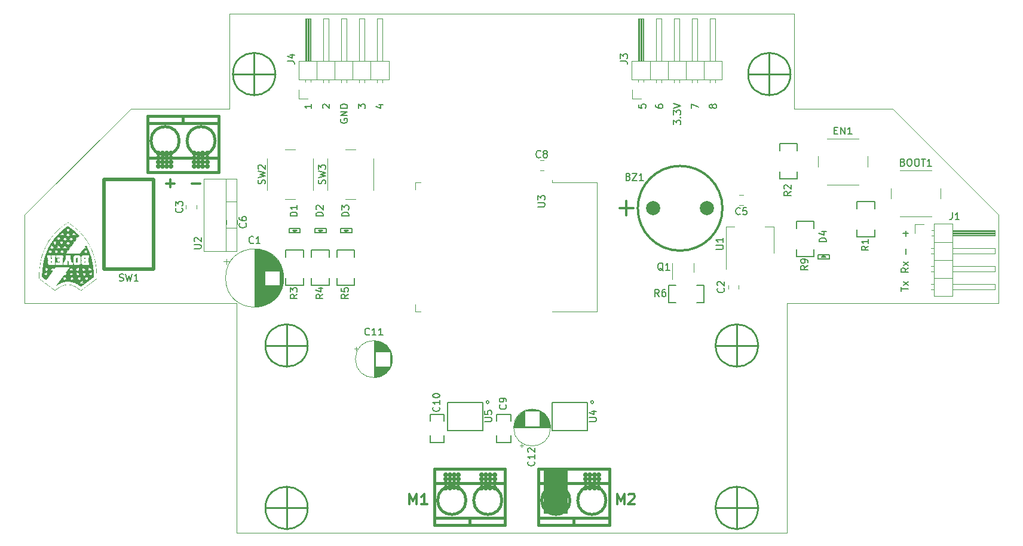
<source format=gbr>
%TF.GenerationSoftware,KiCad,Pcbnew,(7.0.0)*%
%TF.CreationDate,2023-10-30T21:57:29-03:00*%
%TF.ProjectId,Main_Board_COYOTE_TB67H451AFNG,4d61696e-5f42-46f6-9172-645f434f594f,rev?*%
%TF.SameCoordinates,Original*%
%TF.FileFunction,Legend,Top*%
%TF.FilePolarity,Positive*%
%FSLAX46Y46*%
G04 Gerber Fmt 4.6, Leading zero omitted, Abs format (unit mm)*
G04 Created by KiCad (PCBNEW (7.0.0)) date 2023-10-30 21:57:29*
%MOMM*%
%LPD*%
G01*
G04 APERTURE LIST*
%ADD10C,0.200000*%
%ADD11C,0.150000*%
%ADD12C,0.300000*%
%ADD13C,0.508000*%
%ADD14C,0.500000*%
%ADD15C,0.381000*%
%ADD16C,0.127000*%
%ADD17C,0.254000*%
%ADD18C,0.120000*%
%ADD19C,0.378460*%
%ADD20C,0.700000*%
%ADD21R,3.500000X6.160000*%
%ADD22C,2.000000*%
%TA.AperFunction,Profile*%
%ADD23C,0.100000*%
%TD*%
G04 APERTURE END LIST*
D10*
X166274880Y-84285714D02*
X166274880Y-84761904D01*
X166274880Y-84761904D02*
X166751071Y-84809523D01*
X166751071Y-84809523D02*
X166703452Y-84761904D01*
X166703452Y-84761904D02*
X166655833Y-84666666D01*
X166655833Y-84666666D02*
X166655833Y-84428571D01*
X166655833Y-84428571D02*
X166703452Y-84333333D01*
X166703452Y-84333333D02*
X166751071Y-84285714D01*
X166751071Y-84285714D02*
X166846309Y-84238095D01*
X166846309Y-84238095D02*
X167084404Y-84238095D01*
X167084404Y-84238095D02*
X167179642Y-84285714D01*
X167179642Y-84285714D02*
X167227261Y-84333333D01*
X167227261Y-84333333D02*
X167274880Y-84428571D01*
X167274880Y-84428571D02*
X167274880Y-84666666D01*
X167274880Y-84666666D02*
X167227261Y-84761904D01*
X167227261Y-84761904D02*
X167179642Y-84809523D01*
X171232380Y-87142856D02*
X171232380Y-86523809D01*
X171232380Y-86523809D02*
X171613333Y-86857142D01*
X171613333Y-86857142D02*
X171613333Y-86714285D01*
X171613333Y-86714285D02*
X171660952Y-86619047D01*
X171660952Y-86619047D02*
X171708571Y-86571428D01*
X171708571Y-86571428D02*
X171803809Y-86523809D01*
X171803809Y-86523809D02*
X172041904Y-86523809D01*
X172041904Y-86523809D02*
X172137142Y-86571428D01*
X172137142Y-86571428D02*
X172184761Y-86619047D01*
X172184761Y-86619047D02*
X172232380Y-86714285D01*
X172232380Y-86714285D02*
X172232380Y-86999999D01*
X172232380Y-86999999D02*
X172184761Y-87095237D01*
X172184761Y-87095237D02*
X172137142Y-87142856D01*
X172137142Y-86095237D02*
X172184761Y-86047618D01*
X172184761Y-86047618D02*
X172232380Y-86095237D01*
X172232380Y-86095237D02*
X172184761Y-86142856D01*
X172184761Y-86142856D02*
X172137142Y-86095237D01*
X172137142Y-86095237D02*
X172232380Y-86095237D01*
X171232380Y-85714285D02*
X171232380Y-85095238D01*
X171232380Y-85095238D02*
X171613333Y-85428571D01*
X171613333Y-85428571D02*
X171613333Y-85285714D01*
X171613333Y-85285714D02*
X171660952Y-85190476D01*
X171660952Y-85190476D02*
X171708571Y-85142857D01*
X171708571Y-85142857D02*
X171803809Y-85095238D01*
X171803809Y-85095238D02*
X172041904Y-85095238D01*
X172041904Y-85095238D02*
X172137142Y-85142857D01*
X172137142Y-85142857D02*
X172184761Y-85190476D01*
X172184761Y-85190476D02*
X172232380Y-85285714D01*
X172232380Y-85285714D02*
X172232380Y-85571428D01*
X172232380Y-85571428D02*
X172184761Y-85666666D01*
X172184761Y-85666666D02*
X172137142Y-85714285D01*
X171232380Y-84809523D02*
X172232380Y-84476190D01*
X172232380Y-84476190D02*
X171232380Y-84142857D01*
X173772380Y-84857142D02*
X173772380Y-84190476D01*
X173772380Y-84190476D02*
X174772380Y-84619047D01*
X176740952Y-84619047D02*
X176693333Y-84714285D01*
X176693333Y-84714285D02*
X176645714Y-84761904D01*
X176645714Y-84761904D02*
X176550476Y-84809523D01*
X176550476Y-84809523D02*
X176502857Y-84809523D01*
X176502857Y-84809523D02*
X176407619Y-84761904D01*
X176407619Y-84761904D02*
X176360000Y-84714285D01*
X176360000Y-84714285D02*
X176312380Y-84619047D01*
X176312380Y-84619047D02*
X176312380Y-84428571D01*
X176312380Y-84428571D02*
X176360000Y-84333333D01*
X176360000Y-84333333D02*
X176407619Y-84285714D01*
X176407619Y-84285714D02*
X176502857Y-84238095D01*
X176502857Y-84238095D02*
X176550476Y-84238095D01*
X176550476Y-84238095D02*
X176645714Y-84285714D01*
X176645714Y-84285714D02*
X176693333Y-84333333D01*
X176693333Y-84333333D02*
X176740952Y-84428571D01*
X176740952Y-84428571D02*
X176740952Y-84619047D01*
X176740952Y-84619047D02*
X176788571Y-84714285D01*
X176788571Y-84714285D02*
X176836190Y-84761904D01*
X176836190Y-84761904D02*
X176931428Y-84809523D01*
X176931428Y-84809523D02*
X177121904Y-84809523D01*
X177121904Y-84809523D02*
X177217142Y-84761904D01*
X177217142Y-84761904D02*
X177264761Y-84714285D01*
X177264761Y-84714285D02*
X177312380Y-84619047D01*
X177312380Y-84619047D02*
X177312380Y-84428571D01*
X177312380Y-84428571D02*
X177264761Y-84333333D01*
X177264761Y-84333333D02*
X177217142Y-84285714D01*
X177217142Y-84285714D02*
X177121904Y-84238095D01*
X177121904Y-84238095D02*
X176931428Y-84238095D01*
X176931428Y-84238095D02*
X176836190Y-84285714D01*
X176836190Y-84285714D02*
X176788571Y-84333333D01*
X176788571Y-84333333D02*
X176740952Y-84428571D01*
X168692380Y-84333333D02*
X168692380Y-84523809D01*
X168692380Y-84523809D02*
X168740000Y-84619047D01*
X168740000Y-84619047D02*
X168787619Y-84666666D01*
X168787619Y-84666666D02*
X168930476Y-84761904D01*
X168930476Y-84761904D02*
X169120952Y-84809523D01*
X169120952Y-84809523D02*
X169501904Y-84809523D01*
X169501904Y-84809523D02*
X169597142Y-84761904D01*
X169597142Y-84761904D02*
X169644761Y-84714285D01*
X169644761Y-84714285D02*
X169692380Y-84619047D01*
X169692380Y-84619047D02*
X169692380Y-84428571D01*
X169692380Y-84428571D02*
X169644761Y-84333333D01*
X169644761Y-84333333D02*
X169597142Y-84285714D01*
X169597142Y-84285714D02*
X169501904Y-84238095D01*
X169501904Y-84238095D02*
X169263809Y-84238095D01*
X169263809Y-84238095D02*
X169168571Y-84285714D01*
X169168571Y-84285714D02*
X169120952Y-84333333D01*
X169120952Y-84333333D02*
X169073333Y-84428571D01*
X169073333Y-84428571D02*
X169073333Y-84619047D01*
X169073333Y-84619047D02*
X169120952Y-84714285D01*
X169120952Y-84714285D02*
X169168571Y-84761904D01*
X169168571Y-84761904D02*
X169263809Y-84809523D01*
X121557619Y-84809523D02*
X121510000Y-84761904D01*
X121510000Y-84761904D02*
X121462380Y-84666666D01*
X121462380Y-84666666D02*
X121462380Y-84428571D01*
X121462380Y-84428571D02*
X121510000Y-84333333D01*
X121510000Y-84333333D02*
X121557619Y-84285714D01*
X121557619Y-84285714D02*
X121652857Y-84238095D01*
X121652857Y-84238095D02*
X121748095Y-84238095D01*
X121748095Y-84238095D02*
X121890952Y-84285714D01*
X121890952Y-84285714D02*
X122462380Y-84857142D01*
X122462380Y-84857142D02*
X122462380Y-84238095D01*
X129415714Y-84333333D02*
X130082380Y-84333333D01*
X129034761Y-84571428D02*
X129749047Y-84809523D01*
X129749047Y-84809523D02*
X129749047Y-84190476D01*
X124050000Y-86333333D02*
X124002380Y-86428571D01*
X124002380Y-86428571D02*
X124002380Y-86571428D01*
X124002380Y-86571428D02*
X124050000Y-86714285D01*
X124050000Y-86714285D02*
X124145238Y-86809523D01*
X124145238Y-86809523D02*
X124240476Y-86857142D01*
X124240476Y-86857142D02*
X124430952Y-86904761D01*
X124430952Y-86904761D02*
X124573809Y-86904761D01*
X124573809Y-86904761D02*
X124764285Y-86857142D01*
X124764285Y-86857142D02*
X124859523Y-86809523D01*
X124859523Y-86809523D02*
X124954761Y-86714285D01*
X124954761Y-86714285D02*
X125002380Y-86571428D01*
X125002380Y-86571428D02*
X125002380Y-86476190D01*
X125002380Y-86476190D02*
X124954761Y-86333333D01*
X124954761Y-86333333D02*
X124907142Y-86285714D01*
X124907142Y-86285714D02*
X124573809Y-86285714D01*
X124573809Y-86285714D02*
X124573809Y-86476190D01*
X125002380Y-85857142D02*
X124002380Y-85857142D01*
X124002380Y-85857142D02*
X125002380Y-85285714D01*
X125002380Y-85285714D02*
X124002380Y-85285714D01*
X125002380Y-84809523D02*
X124002380Y-84809523D01*
X124002380Y-84809523D02*
X124002380Y-84571428D01*
X124002380Y-84571428D02*
X124050000Y-84428571D01*
X124050000Y-84428571D02*
X124145238Y-84333333D01*
X124145238Y-84333333D02*
X124240476Y-84285714D01*
X124240476Y-84285714D02*
X124430952Y-84238095D01*
X124430952Y-84238095D02*
X124573809Y-84238095D01*
X124573809Y-84238095D02*
X124764285Y-84285714D01*
X124764285Y-84285714D02*
X124859523Y-84333333D01*
X124859523Y-84333333D02*
X124954761Y-84428571D01*
X124954761Y-84428571D02*
X125002380Y-84571428D01*
X125002380Y-84571428D02*
X125002380Y-84809523D01*
X119922380Y-84238095D02*
X119922380Y-84809523D01*
X119922380Y-84523809D02*
X118922380Y-84523809D01*
X118922380Y-84523809D02*
X119065238Y-84619047D01*
X119065238Y-84619047D02*
X119160476Y-84714285D01*
X119160476Y-84714285D02*
X119208095Y-84809523D01*
X126542380Y-84857142D02*
X126542380Y-84238095D01*
X126542380Y-84238095D02*
X126923333Y-84571428D01*
X126923333Y-84571428D02*
X126923333Y-84428571D01*
X126923333Y-84428571D02*
X126970952Y-84333333D01*
X126970952Y-84333333D02*
X127018571Y-84285714D01*
X127018571Y-84285714D02*
X127113809Y-84238095D01*
X127113809Y-84238095D02*
X127351904Y-84238095D01*
X127351904Y-84238095D02*
X127447142Y-84285714D01*
X127447142Y-84285714D02*
X127494761Y-84333333D01*
X127494761Y-84333333D02*
X127542380Y-84428571D01*
X127542380Y-84428571D02*
X127542380Y-84714285D01*
X127542380Y-84714285D02*
X127494761Y-84809523D01*
X127494761Y-84809523D02*
X127447142Y-84857142D01*
D11*
X203482380Y-110692261D02*
X203482380Y-110120833D01*
X204482380Y-110406547D02*
X203482380Y-110406547D01*
X204482380Y-109882737D02*
X203815714Y-109358928D01*
X203815714Y-109882737D02*
X204482380Y-109358928D01*
X204482380Y-107437976D02*
X204006190Y-107771309D01*
X204482380Y-108009404D02*
X203482380Y-108009404D01*
X203482380Y-108009404D02*
X203482380Y-107628452D01*
X203482380Y-107628452D02*
X203530000Y-107533214D01*
X203530000Y-107533214D02*
X203577619Y-107485595D01*
X203577619Y-107485595D02*
X203672857Y-107437976D01*
X203672857Y-107437976D02*
X203815714Y-107437976D01*
X203815714Y-107437976D02*
X203910952Y-107485595D01*
X203910952Y-107485595D02*
X203958571Y-107533214D01*
X203958571Y-107533214D02*
X204006190Y-107628452D01*
X204006190Y-107628452D02*
X204006190Y-108009404D01*
X204482380Y-107104642D02*
X203815714Y-106580833D01*
X203815714Y-107104642D02*
X204482380Y-106580833D01*
X204101428Y-105469404D02*
X204101428Y-104707500D01*
X204101428Y-102929404D02*
X204101428Y-102167500D01*
X204482380Y-102548452D02*
X203720476Y-102548452D01*
D10*
%TO.C,SW1*%
X92694167Y-109224761D02*
X92837024Y-109272380D01*
X92837024Y-109272380D02*
X93075119Y-109272380D01*
X93075119Y-109272380D02*
X93170357Y-109224761D01*
X93170357Y-109224761D02*
X93217976Y-109177142D01*
X93217976Y-109177142D02*
X93265595Y-109081904D01*
X93265595Y-109081904D02*
X93265595Y-108986666D01*
X93265595Y-108986666D02*
X93217976Y-108891428D01*
X93217976Y-108891428D02*
X93170357Y-108843809D01*
X93170357Y-108843809D02*
X93075119Y-108796190D01*
X93075119Y-108796190D02*
X92884643Y-108748571D01*
X92884643Y-108748571D02*
X92789405Y-108700952D01*
X92789405Y-108700952D02*
X92741786Y-108653333D01*
X92741786Y-108653333D02*
X92694167Y-108558095D01*
X92694167Y-108558095D02*
X92694167Y-108462857D01*
X92694167Y-108462857D02*
X92741786Y-108367619D01*
X92741786Y-108367619D02*
X92789405Y-108320000D01*
X92789405Y-108320000D02*
X92884643Y-108272380D01*
X92884643Y-108272380D02*
X93122738Y-108272380D01*
X93122738Y-108272380D02*
X93265595Y-108320000D01*
X93598929Y-108272380D02*
X93837024Y-109272380D01*
X93837024Y-109272380D02*
X94027500Y-108558095D01*
X94027500Y-108558095D02*
X94217976Y-109272380D01*
X94217976Y-109272380D02*
X94456072Y-108272380D01*
X95360833Y-109272380D02*
X94789405Y-109272380D01*
X95075119Y-109272380D02*
X95075119Y-108272380D01*
X95075119Y-108272380D02*
X94979881Y-108415238D01*
X94979881Y-108415238D02*
X94884643Y-108510476D01*
X94884643Y-108510476D02*
X94789405Y-108558095D01*
D12*
%TO.C,J6*%
X133798214Y-140891071D02*
X133798214Y-139391071D01*
X133798214Y-139391071D02*
X134298214Y-140462500D01*
X134298214Y-140462500D02*
X134798214Y-139391071D01*
X134798214Y-139391071D02*
X134798214Y-140891071D01*
X136298215Y-140891071D02*
X135441072Y-140891071D01*
X135869643Y-140891071D02*
X135869643Y-139391071D01*
X135869643Y-139391071D02*
X135726786Y-139605357D01*
X135726786Y-139605357D02*
X135583929Y-139748214D01*
X135583929Y-139748214D02*
X135441072Y-139819642D01*
D10*
%TO.C,D1*%
X117894880Y-100093094D02*
X116894880Y-100093094D01*
X116894880Y-100093094D02*
X116894880Y-99854999D01*
X116894880Y-99854999D02*
X116942500Y-99712142D01*
X116942500Y-99712142D02*
X117037738Y-99616904D01*
X117037738Y-99616904D02*
X117132976Y-99569285D01*
X117132976Y-99569285D02*
X117323452Y-99521666D01*
X117323452Y-99521666D02*
X117466309Y-99521666D01*
X117466309Y-99521666D02*
X117656785Y-99569285D01*
X117656785Y-99569285D02*
X117752023Y-99616904D01*
X117752023Y-99616904D02*
X117847261Y-99712142D01*
X117847261Y-99712142D02*
X117894880Y-99854999D01*
X117894880Y-99854999D02*
X117894880Y-100093094D01*
X117894880Y-98569285D02*
X117894880Y-99140713D01*
X117894880Y-98854999D02*
X116894880Y-98854999D01*
X116894880Y-98854999D02*
X117037738Y-98950237D01*
X117037738Y-98950237D02*
X117132976Y-99045475D01*
X117132976Y-99045475D02*
X117180595Y-99140713D01*
%TO.C,D3*%
X125194880Y-100093094D02*
X124194880Y-100093094D01*
X124194880Y-100093094D02*
X124194880Y-99854999D01*
X124194880Y-99854999D02*
X124242500Y-99712142D01*
X124242500Y-99712142D02*
X124337738Y-99616904D01*
X124337738Y-99616904D02*
X124432976Y-99569285D01*
X124432976Y-99569285D02*
X124623452Y-99521666D01*
X124623452Y-99521666D02*
X124766309Y-99521666D01*
X124766309Y-99521666D02*
X124956785Y-99569285D01*
X124956785Y-99569285D02*
X125052023Y-99616904D01*
X125052023Y-99616904D02*
X125147261Y-99712142D01*
X125147261Y-99712142D02*
X125194880Y-99854999D01*
X125194880Y-99854999D02*
X125194880Y-100093094D01*
X124194880Y-99188332D02*
X124194880Y-98569285D01*
X124194880Y-98569285D02*
X124575833Y-98902618D01*
X124575833Y-98902618D02*
X124575833Y-98759761D01*
X124575833Y-98759761D02*
X124623452Y-98664523D01*
X124623452Y-98664523D02*
X124671071Y-98616904D01*
X124671071Y-98616904D02*
X124766309Y-98569285D01*
X124766309Y-98569285D02*
X125004404Y-98569285D01*
X125004404Y-98569285D02*
X125099642Y-98616904D01*
X125099642Y-98616904D02*
X125147261Y-98664523D01*
X125147261Y-98664523D02*
X125194880Y-98759761D01*
X125194880Y-98759761D02*
X125194880Y-99045475D01*
X125194880Y-99045475D02*
X125147261Y-99140713D01*
X125147261Y-99140713D02*
X125099642Y-99188332D01*
%TO.C,U3*%
X151994880Y-98766904D02*
X152804404Y-98766904D01*
X152804404Y-98766904D02*
X152899642Y-98719285D01*
X152899642Y-98719285D02*
X152947261Y-98671666D01*
X152947261Y-98671666D02*
X152994880Y-98576428D01*
X152994880Y-98576428D02*
X152994880Y-98385952D01*
X152994880Y-98385952D02*
X152947261Y-98290714D01*
X152947261Y-98290714D02*
X152899642Y-98243095D01*
X152899642Y-98243095D02*
X152804404Y-98195476D01*
X152804404Y-98195476D02*
X151994880Y-98195476D01*
X151994880Y-97814523D02*
X151994880Y-97195476D01*
X151994880Y-97195476D02*
X152375833Y-97528809D01*
X152375833Y-97528809D02*
X152375833Y-97385952D01*
X152375833Y-97385952D02*
X152423452Y-97290714D01*
X152423452Y-97290714D02*
X152471071Y-97243095D01*
X152471071Y-97243095D02*
X152566309Y-97195476D01*
X152566309Y-97195476D02*
X152804404Y-97195476D01*
X152804404Y-97195476D02*
X152899642Y-97243095D01*
X152899642Y-97243095D02*
X152947261Y-97290714D01*
X152947261Y-97290714D02*
X152994880Y-97385952D01*
X152994880Y-97385952D02*
X152994880Y-97671666D01*
X152994880Y-97671666D02*
X152947261Y-97766904D01*
X152947261Y-97766904D02*
X152899642Y-97814523D01*
%TO.C,D4*%
X192849880Y-103728094D02*
X191849880Y-103728094D01*
X191849880Y-103728094D02*
X191849880Y-103489999D01*
X191849880Y-103489999D02*
X191897500Y-103347142D01*
X191897500Y-103347142D02*
X191992738Y-103251904D01*
X191992738Y-103251904D02*
X192087976Y-103204285D01*
X192087976Y-103204285D02*
X192278452Y-103156666D01*
X192278452Y-103156666D02*
X192421309Y-103156666D01*
X192421309Y-103156666D02*
X192611785Y-103204285D01*
X192611785Y-103204285D02*
X192707023Y-103251904D01*
X192707023Y-103251904D02*
X192802261Y-103347142D01*
X192802261Y-103347142D02*
X192849880Y-103489999D01*
X192849880Y-103489999D02*
X192849880Y-103728094D01*
X192183214Y-102299523D02*
X192849880Y-102299523D01*
X191802261Y-102537618D02*
X192516547Y-102775713D01*
X192516547Y-102775713D02*
X192516547Y-102156666D01*
%TO.C,C10*%
X137994642Y-127122857D02*
X138042261Y-127170476D01*
X138042261Y-127170476D02*
X138089880Y-127313333D01*
X138089880Y-127313333D02*
X138089880Y-127408571D01*
X138089880Y-127408571D02*
X138042261Y-127551428D01*
X138042261Y-127551428D02*
X137947023Y-127646666D01*
X137947023Y-127646666D02*
X137851785Y-127694285D01*
X137851785Y-127694285D02*
X137661309Y-127741904D01*
X137661309Y-127741904D02*
X137518452Y-127741904D01*
X137518452Y-127741904D02*
X137327976Y-127694285D01*
X137327976Y-127694285D02*
X137232738Y-127646666D01*
X137232738Y-127646666D02*
X137137500Y-127551428D01*
X137137500Y-127551428D02*
X137089880Y-127408571D01*
X137089880Y-127408571D02*
X137089880Y-127313333D01*
X137089880Y-127313333D02*
X137137500Y-127170476D01*
X137137500Y-127170476D02*
X137185119Y-127122857D01*
X138089880Y-126170476D02*
X138089880Y-126741904D01*
X138089880Y-126456190D02*
X137089880Y-126456190D01*
X137089880Y-126456190D02*
X137232738Y-126551428D01*
X137232738Y-126551428D02*
X137327976Y-126646666D01*
X137327976Y-126646666D02*
X137375595Y-126741904D01*
X137089880Y-125551428D02*
X137089880Y-125456190D01*
X137089880Y-125456190D02*
X137137500Y-125360952D01*
X137137500Y-125360952D02*
X137185119Y-125313333D01*
X137185119Y-125313333D02*
X137280357Y-125265714D01*
X137280357Y-125265714D02*
X137470833Y-125218095D01*
X137470833Y-125218095D02*
X137708928Y-125218095D01*
X137708928Y-125218095D02*
X137899404Y-125265714D01*
X137899404Y-125265714D02*
X137994642Y-125313333D01*
X137994642Y-125313333D02*
X138042261Y-125360952D01*
X138042261Y-125360952D02*
X138089880Y-125456190D01*
X138089880Y-125456190D02*
X138089880Y-125551428D01*
X138089880Y-125551428D02*
X138042261Y-125646666D01*
X138042261Y-125646666D02*
X137994642Y-125694285D01*
X137994642Y-125694285D02*
X137899404Y-125741904D01*
X137899404Y-125741904D02*
X137708928Y-125789523D01*
X137708928Y-125789523D02*
X137470833Y-125789523D01*
X137470833Y-125789523D02*
X137280357Y-125741904D01*
X137280357Y-125741904D02*
X137185119Y-125694285D01*
X137185119Y-125694285D02*
X137137500Y-125646666D01*
X137137500Y-125646666D02*
X137089880Y-125551428D01*
D11*
%TO.C,C6*%
X110574642Y-101114166D02*
X110622261Y-101161785D01*
X110622261Y-101161785D02*
X110669880Y-101304642D01*
X110669880Y-101304642D02*
X110669880Y-101399880D01*
X110669880Y-101399880D02*
X110622261Y-101542737D01*
X110622261Y-101542737D02*
X110527023Y-101637975D01*
X110527023Y-101637975D02*
X110431785Y-101685594D01*
X110431785Y-101685594D02*
X110241309Y-101733213D01*
X110241309Y-101733213D02*
X110098452Y-101733213D01*
X110098452Y-101733213D02*
X109907976Y-101685594D01*
X109907976Y-101685594D02*
X109812738Y-101637975D01*
X109812738Y-101637975D02*
X109717500Y-101542737D01*
X109717500Y-101542737D02*
X109669880Y-101399880D01*
X109669880Y-101399880D02*
X109669880Y-101304642D01*
X109669880Y-101304642D02*
X109717500Y-101161785D01*
X109717500Y-101161785D02*
X109765119Y-101114166D01*
X109669880Y-100257023D02*
X109669880Y-100447499D01*
X109669880Y-100447499D02*
X109717500Y-100542737D01*
X109717500Y-100542737D02*
X109765119Y-100590356D01*
X109765119Y-100590356D02*
X109907976Y-100685594D01*
X109907976Y-100685594D02*
X110098452Y-100733213D01*
X110098452Y-100733213D02*
X110479404Y-100733213D01*
X110479404Y-100733213D02*
X110574642Y-100685594D01*
X110574642Y-100685594D02*
X110622261Y-100637975D01*
X110622261Y-100637975D02*
X110669880Y-100542737D01*
X110669880Y-100542737D02*
X110669880Y-100352261D01*
X110669880Y-100352261D02*
X110622261Y-100257023D01*
X110622261Y-100257023D02*
X110574642Y-100209404D01*
X110574642Y-100209404D02*
X110479404Y-100161785D01*
X110479404Y-100161785D02*
X110241309Y-100161785D01*
X110241309Y-100161785D02*
X110146071Y-100209404D01*
X110146071Y-100209404D02*
X110098452Y-100257023D01*
X110098452Y-100257023D02*
X110050833Y-100352261D01*
X110050833Y-100352261D02*
X110050833Y-100542737D01*
X110050833Y-100542737D02*
X110098452Y-100637975D01*
X110098452Y-100637975D02*
X110146071Y-100685594D01*
X110146071Y-100685594D02*
X110241309Y-100733213D01*
%TO.C,U1*%
X177249880Y-104771904D02*
X178059404Y-104771904D01*
X178059404Y-104771904D02*
X178154642Y-104724285D01*
X178154642Y-104724285D02*
X178202261Y-104676666D01*
X178202261Y-104676666D02*
X178249880Y-104581428D01*
X178249880Y-104581428D02*
X178249880Y-104390952D01*
X178249880Y-104390952D02*
X178202261Y-104295714D01*
X178202261Y-104295714D02*
X178154642Y-104248095D01*
X178154642Y-104248095D02*
X178059404Y-104200476D01*
X178059404Y-104200476D02*
X177249880Y-104200476D01*
X178249880Y-103200476D02*
X178249880Y-103771904D01*
X178249880Y-103486190D02*
X177249880Y-103486190D01*
X177249880Y-103486190D02*
X177392738Y-103581428D01*
X177392738Y-103581428D02*
X177487976Y-103676666D01*
X177487976Y-103676666D02*
X177535595Y-103771904D01*
D10*
%TO.C,C8*%
X152360833Y-91727142D02*
X152313214Y-91774761D01*
X152313214Y-91774761D02*
X152170357Y-91822380D01*
X152170357Y-91822380D02*
X152075119Y-91822380D01*
X152075119Y-91822380D02*
X151932262Y-91774761D01*
X151932262Y-91774761D02*
X151837024Y-91679523D01*
X151837024Y-91679523D02*
X151789405Y-91584285D01*
X151789405Y-91584285D02*
X151741786Y-91393809D01*
X151741786Y-91393809D02*
X151741786Y-91250952D01*
X151741786Y-91250952D02*
X151789405Y-91060476D01*
X151789405Y-91060476D02*
X151837024Y-90965238D01*
X151837024Y-90965238D02*
X151932262Y-90870000D01*
X151932262Y-90870000D02*
X152075119Y-90822380D01*
X152075119Y-90822380D02*
X152170357Y-90822380D01*
X152170357Y-90822380D02*
X152313214Y-90870000D01*
X152313214Y-90870000D02*
X152360833Y-90917619D01*
X152932262Y-91250952D02*
X152837024Y-91203333D01*
X152837024Y-91203333D02*
X152789405Y-91155714D01*
X152789405Y-91155714D02*
X152741786Y-91060476D01*
X152741786Y-91060476D02*
X152741786Y-91012857D01*
X152741786Y-91012857D02*
X152789405Y-90917619D01*
X152789405Y-90917619D02*
X152837024Y-90870000D01*
X152837024Y-90870000D02*
X152932262Y-90822380D01*
X152932262Y-90822380D02*
X153122738Y-90822380D01*
X153122738Y-90822380D02*
X153217976Y-90870000D01*
X153217976Y-90870000D02*
X153265595Y-90917619D01*
X153265595Y-90917619D02*
X153313214Y-91012857D01*
X153313214Y-91012857D02*
X153313214Y-91060476D01*
X153313214Y-91060476D02*
X153265595Y-91155714D01*
X153265595Y-91155714D02*
X153217976Y-91203333D01*
X153217976Y-91203333D02*
X153122738Y-91250952D01*
X153122738Y-91250952D02*
X152932262Y-91250952D01*
X152932262Y-91250952D02*
X152837024Y-91298571D01*
X152837024Y-91298571D02*
X152789405Y-91346190D01*
X152789405Y-91346190D02*
X152741786Y-91441428D01*
X152741786Y-91441428D02*
X152741786Y-91631904D01*
X152741786Y-91631904D02*
X152789405Y-91727142D01*
X152789405Y-91727142D02*
X152837024Y-91774761D01*
X152837024Y-91774761D02*
X152932262Y-91822380D01*
X152932262Y-91822380D02*
X153122738Y-91822380D01*
X153122738Y-91822380D02*
X153217976Y-91774761D01*
X153217976Y-91774761D02*
X153265595Y-91727142D01*
X153265595Y-91727142D02*
X153313214Y-91631904D01*
X153313214Y-91631904D02*
X153313214Y-91441428D01*
X153313214Y-91441428D02*
X153265595Y-91346190D01*
X153265595Y-91346190D02*
X153217976Y-91298571D01*
X153217976Y-91298571D02*
X153122738Y-91250952D01*
%TO.C,EN1*%
X194008214Y-87974571D02*
X194341547Y-87974571D01*
X194484404Y-88498380D02*
X194008214Y-88498380D01*
X194008214Y-88498380D02*
X194008214Y-87498380D01*
X194008214Y-87498380D02*
X194484404Y-87498380D01*
X194912976Y-88498380D02*
X194912976Y-87498380D01*
X194912976Y-87498380D02*
X195484404Y-88498380D01*
X195484404Y-88498380D02*
X195484404Y-87498380D01*
X196484404Y-88498380D02*
X195912976Y-88498380D01*
X196198690Y-88498380D02*
X196198690Y-87498380D01*
X196198690Y-87498380D02*
X196103452Y-87641238D01*
X196103452Y-87641238D02*
X196008214Y-87736476D01*
X196008214Y-87736476D02*
X195912976Y-87784095D01*
%TO.C,J3*%
X163683630Y-78153333D02*
X164397916Y-78153333D01*
X164397916Y-78153333D02*
X164540773Y-78200952D01*
X164540773Y-78200952D02*
X164636011Y-78296190D01*
X164636011Y-78296190D02*
X164683630Y-78439047D01*
X164683630Y-78439047D02*
X164683630Y-78534285D01*
X163683630Y-77772380D02*
X163683630Y-77153333D01*
X163683630Y-77153333D02*
X164064583Y-77486666D01*
X164064583Y-77486666D02*
X164064583Y-77343809D01*
X164064583Y-77343809D02*
X164112202Y-77248571D01*
X164112202Y-77248571D02*
X164159821Y-77200952D01*
X164159821Y-77200952D02*
X164255059Y-77153333D01*
X164255059Y-77153333D02*
X164493154Y-77153333D01*
X164493154Y-77153333D02*
X164588392Y-77200952D01*
X164588392Y-77200952D02*
X164636011Y-77248571D01*
X164636011Y-77248571D02*
X164683630Y-77343809D01*
X164683630Y-77343809D02*
X164683630Y-77629523D01*
X164683630Y-77629523D02*
X164636011Y-77724761D01*
X164636011Y-77724761D02*
X164588392Y-77772380D01*
%TO.C,BOOT1*%
X203697916Y-92474571D02*
X203840773Y-92522190D01*
X203840773Y-92522190D02*
X203888392Y-92569809D01*
X203888392Y-92569809D02*
X203936011Y-92665047D01*
X203936011Y-92665047D02*
X203936011Y-92807904D01*
X203936011Y-92807904D02*
X203888392Y-92903142D01*
X203888392Y-92903142D02*
X203840773Y-92950761D01*
X203840773Y-92950761D02*
X203745535Y-92998380D01*
X203745535Y-92998380D02*
X203364583Y-92998380D01*
X203364583Y-92998380D02*
X203364583Y-91998380D01*
X203364583Y-91998380D02*
X203697916Y-91998380D01*
X203697916Y-91998380D02*
X203793154Y-92046000D01*
X203793154Y-92046000D02*
X203840773Y-92093619D01*
X203840773Y-92093619D02*
X203888392Y-92188857D01*
X203888392Y-92188857D02*
X203888392Y-92284095D01*
X203888392Y-92284095D02*
X203840773Y-92379333D01*
X203840773Y-92379333D02*
X203793154Y-92426952D01*
X203793154Y-92426952D02*
X203697916Y-92474571D01*
X203697916Y-92474571D02*
X203364583Y-92474571D01*
X204555059Y-91998380D02*
X204745535Y-91998380D01*
X204745535Y-91998380D02*
X204840773Y-92046000D01*
X204840773Y-92046000D02*
X204936011Y-92141238D01*
X204936011Y-92141238D02*
X204983630Y-92331714D01*
X204983630Y-92331714D02*
X204983630Y-92665047D01*
X204983630Y-92665047D02*
X204936011Y-92855523D01*
X204936011Y-92855523D02*
X204840773Y-92950761D01*
X204840773Y-92950761D02*
X204745535Y-92998380D01*
X204745535Y-92998380D02*
X204555059Y-92998380D01*
X204555059Y-92998380D02*
X204459821Y-92950761D01*
X204459821Y-92950761D02*
X204364583Y-92855523D01*
X204364583Y-92855523D02*
X204316964Y-92665047D01*
X204316964Y-92665047D02*
X204316964Y-92331714D01*
X204316964Y-92331714D02*
X204364583Y-92141238D01*
X204364583Y-92141238D02*
X204459821Y-92046000D01*
X204459821Y-92046000D02*
X204555059Y-91998380D01*
X205602678Y-91998380D02*
X205793154Y-91998380D01*
X205793154Y-91998380D02*
X205888392Y-92046000D01*
X205888392Y-92046000D02*
X205983630Y-92141238D01*
X205983630Y-92141238D02*
X206031249Y-92331714D01*
X206031249Y-92331714D02*
X206031249Y-92665047D01*
X206031249Y-92665047D02*
X205983630Y-92855523D01*
X205983630Y-92855523D02*
X205888392Y-92950761D01*
X205888392Y-92950761D02*
X205793154Y-92998380D01*
X205793154Y-92998380D02*
X205602678Y-92998380D01*
X205602678Y-92998380D02*
X205507440Y-92950761D01*
X205507440Y-92950761D02*
X205412202Y-92855523D01*
X205412202Y-92855523D02*
X205364583Y-92665047D01*
X205364583Y-92665047D02*
X205364583Y-92331714D01*
X205364583Y-92331714D02*
X205412202Y-92141238D01*
X205412202Y-92141238D02*
X205507440Y-92046000D01*
X205507440Y-92046000D02*
X205602678Y-91998380D01*
X206316964Y-91998380D02*
X206888392Y-91998380D01*
X206602678Y-92998380D02*
X206602678Y-91998380D01*
X207745535Y-92998380D02*
X207174107Y-92998380D01*
X207459821Y-92998380D02*
X207459821Y-91998380D01*
X207459821Y-91998380D02*
X207364583Y-92141238D01*
X207364583Y-92141238D02*
X207269345Y-92236476D01*
X207269345Y-92236476D02*
X207174107Y-92284095D01*
%TO.C,SW2*%
X113297261Y-95513332D02*
X113344880Y-95370475D01*
X113344880Y-95370475D02*
X113344880Y-95132380D01*
X113344880Y-95132380D02*
X113297261Y-95037142D01*
X113297261Y-95037142D02*
X113249642Y-94989523D01*
X113249642Y-94989523D02*
X113154404Y-94941904D01*
X113154404Y-94941904D02*
X113059166Y-94941904D01*
X113059166Y-94941904D02*
X112963928Y-94989523D01*
X112963928Y-94989523D02*
X112916309Y-95037142D01*
X112916309Y-95037142D02*
X112868690Y-95132380D01*
X112868690Y-95132380D02*
X112821071Y-95322856D01*
X112821071Y-95322856D02*
X112773452Y-95418094D01*
X112773452Y-95418094D02*
X112725833Y-95465713D01*
X112725833Y-95465713D02*
X112630595Y-95513332D01*
X112630595Y-95513332D02*
X112535357Y-95513332D01*
X112535357Y-95513332D02*
X112440119Y-95465713D01*
X112440119Y-95465713D02*
X112392500Y-95418094D01*
X112392500Y-95418094D02*
X112344880Y-95322856D01*
X112344880Y-95322856D02*
X112344880Y-95084761D01*
X112344880Y-95084761D02*
X112392500Y-94941904D01*
X112344880Y-94608570D02*
X113344880Y-94370475D01*
X113344880Y-94370475D02*
X112630595Y-94179999D01*
X112630595Y-94179999D02*
X113344880Y-93989523D01*
X113344880Y-93989523D02*
X112344880Y-93751428D01*
X112440119Y-93418094D02*
X112392500Y-93370475D01*
X112392500Y-93370475D02*
X112344880Y-93275237D01*
X112344880Y-93275237D02*
X112344880Y-93037142D01*
X112344880Y-93037142D02*
X112392500Y-92941904D01*
X112392500Y-92941904D02*
X112440119Y-92894285D01*
X112440119Y-92894285D02*
X112535357Y-92846666D01*
X112535357Y-92846666D02*
X112630595Y-92846666D01*
X112630595Y-92846666D02*
X112773452Y-92894285D01*
X112773452Y-92894285D02*
X113344880Y-93465713D01*
X113344880Y-93465713D02*
X113344880Y-92846666D01*
%TO.C,R2*%
X187849880Y-96619666D02*
X187373690Y-96952999D01*
X187849880Y-97191094D02*
X186849880Y-97191094D01*
X186849880Y-97191094D02*
X186849880Y-96810142D01*
X186849880Y-96810142D02*
X186897500Y-96714904D01*
X186897500Y-96714904D02*
X186945119Y-96667285D01*
X186945119Y-96667285D02*
X187040357Y-96619666D01*
X187040357Y-96619666D02*
X187183214Y-96619666D01*
X187183214Y-96619666D02*
X187278452Y-96667285D01*
X187278452Y-96667285D02*
X187326071Y-96714904D01*
X187326071Y-96714904D02*
X187373690Y-96810142D01*
X187373690Y-96810142D02*
X187373690Y-97191094D01*
X186945119Y-96238713D02*
X186897500Y-96191094D01*
X186897500Y-96191094D02*
X186849880Y-96095856D01*
X186849880Y-96095856D02*
X186849880Y-95857761D01*
X186849880Y-95857761D02*
X186897500Y-95762523D01*
X186897500Y-95762523D02*
X186945119Y-95714904D01*
X186945119Y-95714904D02*
X187040357Y-95667285D01*
X187040357Y-95667285D02*
X187135595Y-95667285D01*
X187135595Y-95667285D02*
X187278452Y-95714904D01*
X187278452Y-95714904D02*
X187849880Y-96286332D01*
X187849880Y-96286332D02*
X187849880Y-95667285D01*
D11*
%TO.C,C11*%
X128112030Y-116852142D02*
X128064411Y-116899761D01*
X128064411Y-116899761D02*
X127921554Y-116947380D01*
X127921554Y-116947380D02*
X127826316Y-116947380D01*
X127826316Y-116947380D02*
X127683459Y-116899761D01*
X127683459Y-116899761D02*
X127588221Y-116804523D01*
X127588221Y-116804523D02*
X127540602Y-116709285D01*
X127540602Y-116709285D02*
X127492983Y-116518809D01*
X127492983Y-116518809D02*
X127492983Y-116375952D01*
X127492983Y-116375952D02*
X127540602Y-116185476D01*
X127540602Y-116185476D02*
X127588221Y-116090238D01*
X127588221Y-116090238D02*
X127683459Y-115995000D01*
X127683459Y-115995000D02*
X127826316Y-115947380D01*
X127826316Y-115947380D02*
X127921554Y-115947380D01*
X127921554Y-115947380D02*
X128064411Y-115995000D01*
X128064411Y-115995000D02*
X128112030Y-116042619D01*
X129064411Y-116947380D02*
X128492983Y-116947380D01*
X128778697Y-116947380D02*
X128778697Y-115947380D01*
X128778697Y-115947380D02*
X128683459Y-116090238D01*
X128683459Y-116090238D02*
X128588221Y-116185476D01*
X128588221Y-116185476D02*
X128492983Y-116233095D01*
X130016792Y-116947380D02*
X129445364Y-116947380D01*
X129731078Y-116947380D02*
X129731078Y-115947380D01*
X129731078Y-115947380D02*
X129635840Y-116090238D01*
X129635840Y-116090238D02*
X129540602Y-116185476D01*
X129540602Y-116185476D02*
X129445364Y-116233095D01*
D10*
%TO.C,C3*%
X101549642Y-98971666D02*
X101597261Y-99019285D01*
X101597261Y-99019285D02*
X101644880Y-99162142D01*
X101644880Y-99162142D02*
X101644880Y-99257380D01*
X101644880Y-99257380D02*
X101597261Y-99400237D01*
X101597261Y-99400237D02*
X101502023Y-99495475D01*
X101502023Y-99495475D02*
X101406785Y-99543094D01*
X101406785Y-99543094D02*
X101216309Y-99590713D01*
X101216309Y-99590713D02*
X101073452Y-99590713D01*
X101073452Y-99590713D02*
X100882976Y-99543094D01*
X100882976Y-99543094D02*
X100787738Y-99495475D01*
X100787738Y-99495475D02*
X100692500Y-99400237D01*
X100692500Y-99400237D02*
X100644880Y-99257380D01*
X100644880Y-99257380D02*
X100644880Y-99162142D01*
X100644880Y-99162142D02*
X100692500Y-99019285D01*
X100692500Y-99019285D02*
X100740119Y-98971666D01*
X100644880Y-98638332D02*
X100644880Y-98019285D01*
X100644880Y-98019285D02*
X101025833Y-98352618D01*
X101025833Y-98352618D02*
X101025833Y-98209761D01*
X101025833Y-98209761D02*
X101073452Y-98114523D01*
X101073452Y-98114523D02*
X101121071Y-98066904D01*
X101121071Y-98066904D02*
X101216309Y-98019285D01*
X101216309Y-98019285D02*
X101454404Y-98019285D01*
X101454404Y-98019285D02*
X101549642Y-98066904D01*
X101549642Y-98066904D02*
X101597261Y-98114523D01*
X101597261Y-98114523D02*
X101644880Y-98209761D01*
X101644880Y-98209761D02*
X101644880Y-98495475D01*
X101644880Y-98495475D02*
X101597261Y-98590713D01*
X101597261Y-98590713D02*
X101549642Y-98638332D01*
%TO.C,J4*%
X116518630Y-78153333D02*
X117232916Y-78153333D01*
X117232916Y-78153333D02*
X117375773Y-78200952D01*
X117375773Y-78200952D02*
X117471011Y-78296190D01*
X117471011Y-78296190D02*
X117518630Y-78439047D01*
X117518630Y-78439047D02*
X117518630Y-78534285D01*
X116851964Y-77248571D02*
X117518630Y-77248571D01*
X116471011Y-77486666D02*
X117185297Y-77724761D01*
X117185297Y-77724761D02*
X117185297Y-77105714D01*
%TO.C,R6*%
X169165833Y-111467380D02*
X168832500Y-110991190D01*
X168594405Y-111467380D02*
X168594405Y-110467380D01*
X168594405Y-110467380D02*
X168975357Y-110467380D01*
X168975357Y-110467380D02*
X169070595Y-110515000D01*
X169070595Y-110515000D02*
X169118214Y-110562619D01*
X169118214Y-110562619D02*
X169165833Y-110657857D01*
X169165833Y-110657857D02*
X169165833Y-110800714D01*
X169165833Y-110800714D02*
X169118214Y-110895952D01*
X169118214Y-110895952D02*
X169070595Y-110943571D01*
X169070595Y-110943571D02*
X168975357Y-110991190D01*
X168975357Y-110991190D02*
X168594405Y-110991190D01*
X170022976Y-110467380D02*
X169832500Y-110467380D01*
X169832500Y-110467380D02*
X169737262Y-110515000D01*
X169737262Y-110515000D02*
X169689643Y-110562619D01*
X169689643Y-110562619D02*
X169594405Y-110705476D01*
X169594405Y-110705476D02*
X169546786Y-110895952D01*
X169546786Y-110895952D02*
X169546786Y-111276904D01*
X169546786Y-111276904D02*
X169594405Y-111372142D01*
X169594405Y-111372142D02*
X169642024Y-111419761D01*
X169642024Y-111419761D02*
X169737262Y-111467380D01*
X169737262Y-111467380D02*
X169927738Y-111467380D01*
X169927738Y-111467380D02*
X170022976Y-111419761D01*
X170022976Y-111419761D02*
X170070595Y-111372142D01*
X170070595Y-111372142D02*
X170118214Y-111276904D01*
X170118214Y-111276904D02*
X170118214Y-111038809D01*
X170118214Y-111038809D02*
X170070595Y-110943571D01*
X170070595Y-110943571D02*
X170022976Y-110895952D01*
X170022976Y-110895952D02*
X169927738Y-110848333D01*
X169927738Y-110848333D02*
X169737262Y-110848333D01*
X169737262Y-110848333D02*
X169642024Y-110895952D01*
X169642024Y-110895952D02*
X169594405Y-110943571D01*
X169594405Y-110943571D02*
X169546786Y-111038809D01*
D12*
%TO.C,J2*%
X99319999Y-95449642D02*
X100462857Y-95449642D01*
X99891428Y-96021071D02*
X99891428Y-94878214D01*
X102977142Y-95449642D02*
X104120000Y-95449642D01*
D10*
%TO.C,R1*%
X198839880Y-104336666D02*
X198363690Y-104669999D01*
X198839880Y-104908094D02*
X197839880Y-104908094D01*
X197839880Y-104908094D02*
X197839880Y-104527142D01*
X197839880Y-104527142D02*
X197887500Y-104431904D01*
X197887500Y-104431904D02*
X197935119Y-104384285D01*
X197935119Y-104384285D02*
X198030357Y-104336666D01*
X198030357Y-104336666D02*
X198173214Y-104336666D01*
X198173214Y-104336666D02*
X198268452Y-104384285D01*
X198268452Y-104384285D02*
X198316071Y-104431904D01*
X198316071Y-104431904D02*
X198363690Y-104527142D01*
X198363690Y-104527142D02*
X198363690Y-104908094D01*
X198839880Y-103384285D02*
X198839880Y-103955713D01*
X198839880Y-103669999D02*
X197839880Y-103669999D01*
X197839880Y-103669999D02*
X197982738Y-103765237D01*
X197982738Y-103765237D02*
X198077976Y-103860475D01*
X198077976Y-103860475D02*
X198125595Y-103955713D01*
%TO.C,R3*%
X117889880Y-111171666D02*
X117413690Y-111504999D01*
X117889880Y-111743094D02*
X116889880Y-111743094D01*
X116889880Y-111743094D02*
X116889880Y-111362142D01*
X116889880Y-111362142D02*
X116937500Y-111266904D01*
X116937500Y-111266904D02*
X116985119Y-111219285D01*
X116985119Y-111219285D02*
X117080357Y-111171666D01*
X117080357Y-111171666D02*
X117223214Y-111171666D01*
X117223214Y-111171666D02*
X117318452Y-111219285D01*
X117318452Y-111219285D02*
X117366071Y-111266904D01*
X117366071Y-111266904D02*
X117413690Y-111362142D01*
X117413690Y-111362142D02*
X117413690Y-111743094D01*
X116889880Y-110838332D02*
X116889880Y-110219285D01*
X116889880Y-110219285D02*
X117270833Y-110552618D01*
X117270833Y-110552618D02*
X117270833Y-110409761D01*
X117270833Y-110409761D02*
X117318452Y-110314523D01*
X117318452Y-110314523D02*
X117366071Y-110266904D01*
X117366071Y-110266904D02*
X117461309Y-110219285D01*
X117461309Y-110219285D02*
X117699404Y-110219285D01*
X117699404Y-110219285D02*
X117794642Y-110266904D01*
X117794642Y-110266904D02*
X117842261Y-110314523D01*
X117842261Y-110314523D02*
X117889880Y-110409761D01*
X117889880Y-110409761D02*
X117889880Y-110695475D01*
X117889880Y-110695475D02*
X117842261Y-110790713D01*
X117842261Y-110790713D02*
X117794642Y-110838332D01*
%TO.C,U4*%
X159269880Y-129181904D02*
X160079404Y-129181904D01*
X160079404Y-129181904D02*
X160174642Y-129134285D01*
X160174642Y-129134285D02*
X160222261Y-129086666D01*
X160222261Y-129086666D02*
X160269880Y-128991428D01*
X160269880Y-128991428D02*
X160269880Y-128800952D01*
X160269880Y-128800952D02*
X160222261Y-128705714D01*
X160222261Y-128705714D02*
X160174642Y-128658095D01*
X160174642Y-128658095D02*
X160079404Y-128610476D01*
X160079404Y-128610476D02*
X159269880Y-128610476D01*
X159603214Y-127705714D02*
X160269880Y-127705714D01*
X159222261Y-127943809D02*
X159936547Y-128181904D01*
X159936547Y-128181904D02*
X159936547Y-127562857D01*
%TO.C,C2*%
X178312142Y-110296666D02*
X178359761Y-110344285D01*
X178359761Y-110344285D02*
X178407380Y-110487142D01*
X178407380Y-110487142D02*
X178407380Y-110582380D01*
X178407380Y-110582380D02*
X178359761Y-110725237D01*
X178359761Y-110725237D02*
X178264523Y-110820475D01*
X178264523Y-110820475D02*
X178169285Y-110868094D01*
X178169285Y-110868094D02*
X177978809Y-110915713D01*
X177978809Y-110915713D02*
X177835952Y-110915713D01*
X177835952Y-110915713D02*
X177645476Y-110868094D01*
X177645476Y-110868094D02*
X177550238Y-110820475D01*
X177550238Y-110820475D02*
X177455000Y-110725237D01*
X177455000Y-110725237D02*
X177407380Y-110582380D01*
X177407380Y-110582380D02*
X177407380Y-110487142D01*
X177407380Y-110487142D02*
X177455000Y-110344285D01*
X177455000Y-110344285D02*
X177502619Y-110296666D01*
X177502619Y-109915713D02*
X177455000Y-109868094D01*
X177455000Y-109868094D02*
X177407380Y-109772856D01*
X177407380Y-109772856D02*
X177407380Y-109534761D01*
X177407380Y-109534761D02*
X177455000Y-109439523D01*
X177455000Y-109439523D02*
X177502619Y-109391904D01*
X177502619Y-109391904D02*
X177597857Y-109344285D01*
X177597857Y-109344285D02*
X177693095Y-109344285D01*
X177693095Y-109344285D02*
X177835952Y-109391904D01*
X177835952Y-109391904D02*
X178407380Y-109963332D01*
X178407380Y-109963332D02*
X178407380Y-109344285D01*
D12*
%TO.C,J5*%
X163218214Y-140891071D02*
X163218214Y-139391071D01*
X163218214Y-139391071D02*
X163718214Y-140462500D01*
X163718214Y-140462500D02*
X164218214Y-139391071D01*
X164218214Y-139391071D02*
X164218214Y-140891071D01*
X164861072Y-139533928D02*
X164932500Y-139462500D01*
X164932500Y-139462500D02*
X165075358Y-139391071D01*
X165075358Y-139391071D02*
X165432500Y-139391071D01*
X165432500Y-139391071D02*
X165575358Y-139462500D01*
X165575358Y-139462500D02*
X165646786Y-139533928D01*
X165646786Y-139533928D02*
X165718215Y-139676785D01*
X165718215Y-139676785D02*
X165718215Y-139819642D01*
X165718215Y-139819642D02*
X165646786Y-140033928D01*
X165646786Y-140033928D02*
X164789643Y-140891071D01*
X164789643Y-140891071D02*
X165718215Y-140891071D01*
D10*
%TO.C,BZ1*%
X164801547Y-94503571D02*
X164944404Y-94551190D01*
X164944404Y-94551190D02*
X164992023Y-94598809D01*
X164992023Y-94598809D02*
X165039642Y-94694047D01*
X165039642Y-94694047D02*
X165039642Y-94836904D01*
X165039642Y-94836904D02*
X164992023Y-94932142D01*
X164992023Y-94932142D02*
X164944404Y-94979761D01*
X164944404Y-94979761D02*
X164849166Y-95027380D01*
X164849166Y-95027380D02*
X164468214Y-95027380D01*
X164468214Y-95027380D02*
X164468214Y-94027380D01*
X164468214Y-94027380D02*
X164801547Y-94027380D01*
X164801547Y-94027380D02*
X164896785Y-94075000D01*
X164896785Y-94075000D02*
X164944404Y-94122619D01*
X164944404Y-94122619D02*
X164992023Y-94217857D01*
X164992023Y-94217857D02*
X164992023Y-94313095D01*
X164992023Y-94313095D02*
X164944404Y-94408333D01*
X164944404Y-94408333D02*
X164896785Y-94455952D01*
X164896785Y-94455952D02*
X164801547Y-94503571D01*
X164801547Y-94503571D02*
X164468214Y-94503571D01*
X165372976Y-94027380D02*
X166039642Y-94027380D01*
X166039642Y-94027380D02*
X165372976Y-95027380D01*
X165372976Y-95027380D02*
X166039642Y-95027380D01*
X166944404Y-95027380D02*
X166372976Y-95027380D01*
X166658690Y-95027380D02*
X166658690Y-94027380D01*
X166658690Y-94027380D02*
X166563452Y-94170238D01*
X166563452Y-94170238D02*
X166468214Y-94265476D01*
X166468214Y-94265476D02*
X166372976Y-94313095D01*
%TO.C,Q1*%
X169747261Y-107822619D02*
X169652023Y-107775000D01*
X169652023Y-107775000D02*
X169556785Y-107679761D01*
X169556785Y-107679761D02*
X169413928Y-107536904D01*
X169413928Y-107536904D02*
X169318690Y-107489285D01*
X169318690Y-107489285D02*
X169223452Y-107489285D01*
X169271071Y-107727380D02*
X169175833Y-107679761D01*
X169175833Y-107679761D02*
X169080595Y-107584523D01*
X169080595Y-107584523D02*
X169032976Y-107394047D01*
X169032976Y-107394047D02*
X169032976Y-107060714D01*
X169032976Y-107060714D02*
X169080595Y-106870238D01*
X169080595Y-106870238D02*
X169175833Y-106775000D01*
X169175833Y-106775000D02*
X169271071Y-106727380D01*
X169271071Y-106727380D02*
X169461547Y-106727380D01*
X169461547Y-106727380D02*
X169556785Y-106775000D01*
X169556785Y-106775000D02*
X169652023Y-106870238D01*
X169652023Y-106870238D02*
X169699642Y-107060714D01*
X169699642Y-107060714D02*
X169699642Y-107394047D01*
X169699642Y-107394047D02*
X169652023Y-107584523D01*
X169652023Y-107584523D02*
X169556785Y-107679761D01*
X169556785Y-107679761D02*
X169461547Y-107727380D01*
X169461547Y-107727380D02*
X169271071Y-107727380D01*
X170652023Y-107727380D02*
X170080595Y-107727380D01*
X170366309Y-107727380D02*
X170366309Y-106727380D01*
X170366309Y-106727380D02*
X170271071Y-106870238D01*
X170271071Y-106870238D02*
X170175833Y-106965476D01*
X170175833Y-106965476D02*
X170080595Y-107013095D01*
D11*
%TO.C,C12*%
X151454642Y-134822857D02*
X151502261Y-134870476D01*
X151502261Y-134870476D02*
X151549880Y-135013333D01*
X151549880Y-135013333D02*
X151549880Y-135108571D01*
X151549880Y-135108571D02*
X151502261Y-135251428D01*
X151502261Y-135251428D02*
X151407023Y-135346666D01*
X151407023Y-135346666D02*
X151311785Y-135394285D01*
X151311785Y-135394285D02*
X151121309Y-135441904D01*
X151121309Y-135441904D02*
X150978452Y-135441904D01*
X150978452Y-135441904D02*
X150787976Y-135394285D01*
X150787976Y-135394285D02*
X150692738Y-135346666D01*
X150692738Y-135346666D02*
X150597500Y-135251428D01*
X150597500Y-135251428D02*
X150549880Y-135108571D01*
X150549880Y-135108571D02*
X150549880Y-135013333D01*
X150549880Y-135013333D02*
X150597500Y-134870476D01*
X150597500Y-134870476D02*
X150645119Y-134822857D01*
X151549880Y-133870476D02*
X151549880Y-134441904D01*
X151549880Y-134156190D02*
X150549880Y-134156190D01*
X150549880Y-134156190D02*
X150692738Y-134251428D01*
X150692738Y-134251428D02*
X150787976Y-134346666D01*
X150787976Y-134346666D02*
X150835595Y-134441904D01*
X150645119Y-133489523D02*
X150597500Y-133441904D01*
X150597500Y-133441904D02*
X150549880Y-133346666D01*
X150549880Y-133346666D02*
X150549880Y-133108571D01*
X150549880Y-133108571D02*
X150597500Y-133013333D01*
X150597500Y-133013333D02*
X150645119Y-132965714D01*
X150645119Y-132965714D02*
X150740357Y-132918095D01*
X150740357Y-132918095D02*
X150835595Y-132918095D01*
X150835595Y-132918095D02*
X150978452Y-132965714D01*
X150978452Y-132965714D02*
X151549880Y-133537142D01*
X151549880Y-133537142D02*
X151549880Y-132918095D01*
D10*
%TO.C,J1*%
X210701666Y-99577380D02*
X210701666Y-100291666D01*
X210701666Y-100291666D02*
X210654047Y-100434523D01*
X210654047Y-100434523D02*
X210558809Y-100529761D01*
X210558809Y-100529761D02*
X210415952Y-100577380D01*
X210415952Y-100577380D02*
X210320714Y-100577380D01*
X211701666Y-100577380D02*
X211130238Y-100577380D01*
X211415952Y-100577380D02*
X211415952Y-99577380D01*
X211415952Y-99577380D02*
X211320714Y-99720238D01*
X211320714Y-99720238D02*
X211225476Y-99815476D01*
X211225476Y-99815476D02*
X211130238Y-99863095D01*
%TO.C,C9*%
X147424642Y-126806666D02*
X147472261Y-126854285D01*
X147472261Y-126854285D02*
X147519880Y-126997142D01*
X147519880Y-126997142D02*
X147519880Y-127092380D01*
X147519880Y-127092380D02*
X147472261Y-127235237D01*
X147472261Y-127235237D02*
X147377023Y-127330475D01*
X147377023Y-127330475D02*
X147281785Y-127378094D01*
X147281785Y-127378094D02*
X147091309Y-127425713D01*
X147091309Y-127425713D02*
X146948452Y-127425713D01*
X146948452Y-127425713D02*
X146757976Y-127378094D01*
X146757976Y-127378094D02*
X146662738Y-127330475D01*
X146662738Y-127330475D02*
X146567500Y-127235237D01*
X146567500Y-127235237D02*
X146519880Y-127092380D01*
X146519880Y-127092380D02*
X146519880Y-126997142D01*
X146519880Y-126997142D02*
X146567500Y-126854285D01*
X146567500Y-126854285D02*
X146615119Y-126806666D01*
X147519880Y-126330475D02*
X147519880Y-126139999D01*
X147519880Y-126139999D02*
X147472261Y-126044761D01*
X147472261Y-126044761D02*
X147424642Y-125997142D01*
X147424642Y-125997142D02*
X147281785Y-125901904D01*
X147281785Y-125901904D02*
X147091309Y-125854285D01*
X147091309Y-125854285D02*
X146710357Y-125854285D01*
X146710357Y-125854285D02*
X146615119Y-125901904D01*
X146615119Y-125901904D02*
X146567500Y-125949523D01*
X146567500Y-125949523D02*
X146519880Y-126044761D01*
X146519880Y-126044761D02*
X146519880Y-126235237D01*
X146519880Y-126235237D02*
X146567500Y-126330475D01*
X146567500Y-126330475D02*
X146615119Y-126378094D01*
X146615119Y-126378094D02*
X146710357Y-126425713D01*
X146710357Y-126425713D02*
X146948452Y-126425713D01*
X146948452Y-126425713D02*
X147043690Y-126378094D01*
X147043690Y-126378094D02*
X147091309Y-126330475D01*
X147091309Y-126330475D02*
X147138928Y-126235237D01*
X147138928Y-126235237D02*
X147138928Y-126044761D01*
X147138928Y-126044761D02*
X147091309Y-125949523D01*
X147091309Y-125949523D02*
X147043690Y-125901904D01*
X147043690Y-125901904D02*
X146948452Y-125854285D01*
%TO.C,R9*%
X190229880Y-107106666D02*
X189753690Y-107439999D01*
X190229880Y-107678094D02*
X189229880Y-107678094D01*
X189229880Y-107678094D02*
X189229880Y-107297142D01*
X189229880Y-107297142D02*
X189277500Y-107201904D01*
X189277500Y-107201904D02*
X189325119Y-107154285D01*
X189325119Y-107154285D02*
X189420357Y-107106666D01*
X189420357Y-107106666D02*
X189563214Y-107106666D01*
X189563214Y-107106666D02*
X189658452Y-107154285D01*
X189658452Y-107154285D02*
X189706071Y-107201904D01*
X189706071Y-107201904D02*
X189753690Y-107297142D01*
X189753690Y-107297142D02*
X189753690Y-107678094D01*
X190229880Y-106630475D02*
X190229880Y-106439999D01*
X190229880Y-106439999D02*
X190182261Y-106344761D01*
X190182261Y-106344761D02*
X190134642Y-106297142D01*
X190134642Y-106297142D02*
X189991785Y-106201904D01*
X189991785Y-106201904D02*
X189801309Y-106154285D01*
X189801309Y-106154285D02*
X189420357Y-106154285D01*
X189420357Y-106154285D02*
X189325119Y-106201904D01*
X189325119Y-106201904D02*
X189277500Y-106249523D01*
X189277500Y-106249523D02*
X189229880Y-106344761D01*
X189229880Y-106344761D02*
X189229880Y-106535237D01*
X189229880Y-106535237D02*
X189277500Y-106630475D01*
X189277500Y-106630475D02*
X189325119Y-106678094D01*
X189325119Y-106678094D02*
X189420357Y-106725713D01*
X189420357Y-106725713D02*
X189658452Y-106725713D01*
X189658452Y-106725713D02*
X189753690Y-106678094D01*
X189753690Y-106678094D02*
X189801309Y-106630475D01*
X189801309Y-106630475D02*
X189848928Y-106535237D01*
X189848928Y-106535237D02*
X189848928Y-106344761D01*
X189848928Y-106344761D02*
X189801309Y-106249523D01*
X189801309Y-106249523D02*
X189753690Y-106201904D01*
X189753690Y-106201904D02*
X189658452Y-106154285D01*
%TO.C,R4*%
X121539880Y-111171666D02*
X121063690Y-111504999D01*
X121539880Y-111743094D02*
X120539880Y-111743094D01*
X120539880Y-111743094D02*
X120539880Y-111362142D01*
X120539880Y-111362142D02*
X120587500Y-111266904D01*
X120587500Y-111266904D02*
X120635119Y-111219285D01*
X120635119Y-111219285D02*
X120730357Y-111171666D01*
X120730357Y-111171666D02*
X120873214Y-111171666D01*
X120873214Y-111171666D02*
X120968452Y-111219285D01*
X120968452Y-111219285D02*
X121016071Y-111266904D01*
X121016071Y-111266904D02*
X121063690Y-111362142D01*
X121063690Y-111362142D02*
X121063690Y-111743094D01*
X120873214Y-110314523D02*
X121539880Y-110314523D01*
X120492261Y-110552618D02*
X121206547Y-110790713D01*
X121206547Y-110790713D02*
X121206547Y-110171666D01*
%TO.C,U2*%
X103269880Y-104691904D02*
X104079404Y-104691904D01*
X104079404Y-104691904D02*
X104174642Y-104644285D01*
X104174642Y-104644285D02*
X104222261Y-104596666D01*
X104222261Y-104596666D02*
X104269880Y-104501428D01*
X104269880Y-104501428D02*
X104269880Y-104310952D01*
X104269880Y-104310952D02*
X104222261Y-104215714D01*
X104222261Y-104215714D02*
X104174642Y-104168095D01*
X104174642Y-104168095D02*
X104079404Y-104120476D01*
X104079404Y-104120476D02*
X103269880Y-104120476D01*
X103365119Y-103691904D02*
X103317500Y-103644285D01*
X103317500Y-103644285D02*
X103269880Y-103549047D01*
X103269880Y-103549047D02*
X103269880Y-103310952D01*
X103269880Y-103310952D02*
X103317500Y-103215714D01*
X103317500Y-103215714D02*
X103365119Y-103168095D01*
X103365119Y-103168095D02*
X103460357Y-103120476D01*
X103460357Y-103120476D02*
X103555595Y-103120476D01*
X103555595Y-103120476D02*
X103698452Y-103168095D01*
X103698452Y-103168095D02*
X104269880Y-103739523D01*
X104269880Y-103739523D02*
X104269880Y-103120476D01*
%TO.C,D2*%
X121544880Y-100093094D02*
X120544880Y-100093094D01*
X120544880Y-100093094D02*
X120544880Y-99854999D01*
X120544880Y-99854999D02*
X120592500Y-99712142D01*
X120592500Y-99712142D02*
X120687738Y-99616904D01*
X120687738Y-99616904D02*
X120782976Y-99569285D01*
X120782976Y-99569285D02*
X120973452Y-99521666D01*
X120973452Y-99521666D02*
X121116309Y-99521666D01*
X121116309Y-99521666D02*
X121306785Y-99569285D01*
X121306785Y-99569285D02*
X121402023Y-99616904D01*
X121402023Y-99616904D02*
X121497261Y-99712142D01*
X121497261Y-99712142D02*
X121544880Y-99854999D01*
X121544880Y-99854999D02*
X121544880Y-100093094D01*
X120640119Y-99140713D02*
X120592500Y-99093094D01*
X120592500Y-99093094D02*
X120544880Y-98997856D01*
X120544880Y-98997856D02*
X120544880Y-98759761D01*
X120544880Y-98759761D02*
X120592500Y-98664523D01*
X120592500Y-98664523D02*
X120640119Y-98616904D01*
X120640119Y-98616904D02*
X120735357Y-98569285D01*
X120735357Y-98569285D02*
X120830595Y-98569285D01*
X120830595Y-98569285D02*
X120973452Y-98616904D01*
X120973452Y-98616904D02*
X121544880Y-99188332D01*
X121544880Y-99188332D02*
X121544880Y-98569285D01*
%TO.C,U5*%
X144449880Y-129181904D02*
X145259404Y-129181904D01*
X145259404Y-129181904D02*
X145354642Y-129134285D01*
X145354642Y-129134285D02*
X145402261Y-129086666D01*
X145402261Y-129086666D02*
X145449880Y-128991428D01*
X145449880Y-128991428D02*
X145449880Y-128800952D01*
X145449880Y-128800952D02*
X145402261Y-128705714D01*
X145402261Y-128705714D02*
X145354642Y-128658095D01*
X145354642Y-128658095D02*
X145259404Y-128610476D01*
X145259404Y-128610476D02*
X144449880Y-128610476D01*
X144449880Y-127658095D02*
X144449880Y-128134285D01*
X144449880Y-128134285D02*
X144926071Y-128181904D01*
X144926071Y-128181904D02*
X144878452Y-128134285D01*
X144878452Y-128134285D02*
X144830833Y-128039047D01*
X144830833Y-128039047D02*
X144830833Y-127800952D01*
X144830833Y-127800952D02*
X144878452Y-127705714D01*
X144878452Y-127705714D02*
X144926071Y-127658095D01*
X144926071Y-127658095D02*
X145021309Y-127610476D01*
X145021309Y-127610476D02*
X145259404Y-127610476D01*
X145259404Y-127610476D02*
X145354642Y-127658095D01*
X145354642Y-127658095D02*
X145402261Y-127705714D01*
X145402261Y-127705714D02*
X145449880Y-127800952D01*
X145449880Y-127800952D02*
X145449880Y-128039047D01*
X145449880Y-128039047D02*
X145402261Y-128134285D01*
X145402261Y-128134285D02*
X145354642Y-128181904D01*
%TO.C,R5*%
X125129880Y-111171666D02*
X124653690Y-111504999D01*
X125129880Y-111743094D02*
X124129880Y-111743094D01*
X124129880Y-111743094D02*
X124129880Y-111362142D01*
X124129880Y-111362142D02*
X124177500Y-111266904D01*
X124177500Y-111266904D02*
X124225119Y-111219285D01*
X124225119Y-111219285D02*
X124320357Y-111171666D01*
X124320357Y-111171666D02*
X124463214Y-111171666D01*
X124463214Y-111171666D02*
X124558452Y-111219285D01*
X124558452Y-111219285D02*
X124606071Y-111266904D01*
X124606071Y-111266904D02*
X124653690Y-111362142D01*
X124653690Y-111362142D02*
X124653690Y-111743094D01*
X124129880Y-110266904D02*
X124129880Y-110743094D01*
X124129880Y-110743094D02*
X124606071Y-110790713D01*
X124606071Y-110790713D02*
X124558452Y-110743094D01*
X124558452Y-110743094D02*
X124510833Y-110647856D01*
X124510833Y-110647856D02*
X124510833Y-110409761D01*
X124510833Y-110409761D02*
X124558452Y-110314523D01*
X124558452Y-110314523D02*
X124606071Y-110266904D01*
X124606071Y-110266904D02*
X124701309Y-110219285D01*
X124701309Y-110219285D02*
X124939404Y-110219285D01*
X124939404Y-110219285D02*
X125034642Y-110266904D01*
X125034642Y-110266904D02*
X125082261Y-110314523D01*
X125082261Y-110314523D02*
X125129880Y-110409761D01*
X125129880Y-110409761D02*
X125129880Y-110647856D01*
X125129880Y-110647856D02*
X125082261Y-110743094D01*
X125082261Y-110743094D02*
X125034642Y-110790713D01*
D11*
%TO.C,C1*%
X111693333Y-103872142D02*
X111645714Y-103919761D01*
X111645714Y-103919761D02*
X111502857Y-103967380D01*
X111502857Y-103967380D02*
X111407619Y-103967380D01*
X111407619Y-103967380D02*
X111264762Y-103919761D01*
X111264762Y-103919761D02*
X111169524Y-103824523D01*
X111169524Y-103824523D02*
X111121905Y-103729285D01*
X111121905Y-103729285D02*
X111074286Y-103538809D01*
X111074286Y-103538809D02*
X111074286Y-103395952D01*
X111074286Y-103395952D02*
X111121905Y-103205476D01*
X111121905Y-103205476D02*
X111169524Y-103110238D01*
X111169524Y-103110238D02*
X111264762Y-103015000D01*
X111264762Y-103015000D02*
X111407619Y-102967380D01*
X111407619Y-102967380D02*
X111502857Y-102967380D01*
X111502857Y-102967380D02*
X111645714Y-103015000D01*
X111645714Y-103015000D02*
X111693333Y-103062619D01*
X112645714Y-103967380D02*
X112074286Y-103967380D01*
X112360000Y-103967380D02*
X112360000Y-102967380D01*
X112360000Y-102967380D02*
X112264762Y-103110238D01*
X112264762Y-103110238D02*
X112169524Y-103205476D01*
X112169524Y-103205476D02*
X112074286Y-103253095D01*
D10*
%TO.C,SW3*%
X121847261Y-95513332D02*
X121894880Y-95370475D01*
X121894880Y-95370475D02*
X121894880Y-95132380D01*
X121894880Y-95132380D02*
X121847261Y-95037142D01*
X121847261Y-95037142D02*
X121799642Y-94989523D01*
X121799642Y-94989523D02*
X121704404Y-94941904D01*
X121704404Y-94941904D02*
X121609166Y-94941904D01*
X121609166Y-94941904D02*
X121513928Y-94989523D01*
X121513928Y-94989523D02*
X121466309Y-95037142D01*
X121466309Y-95037142D02*
X121418690Y-95132380D01*
X121418690Y-95132380D02*
X121371071Y-95322856D01*
X121371071Y-95322856D02*
X121323452Y-95418094D01*
X121323452Y-95418094D02*
X121275833Y-95465713D01*
X121275833Y-95465713D02*
X121180595Y-95513332D01*
X121180595Y-95513332D02*
X121085357Y-95513332D01*
X121085357Y-95513332D02*
X120990119Y-95465713D01*
X120990119Y-95465713D02*
X120942500Y-95418094D01*
X120942500Y-95418094D02*
X120894880Y-95322856D01*
X120894880Y-95322856D02*
X120894880Y-95084761D01*
X120894880Y-95084761D02*
X120942500Y-94941904D01*
X120894880Y-94608570D02*
X121894880Y-94370475D01*
X121894880Y-94370475D02*
X121180595Y-94179999D01*
X121180595Y-94179999D02*
X121894880Y-93989523D01*
X121894880Y-93989523D02*
X120894880Y-93751428D01*
X120894880Y-93465713D02*
X120894880Y-92846666D01*
X120894880Y-92846666D02*
X121275833Y-93179999D01*
X121275833Y-93179999D02*
X121275833Y-93037142D01*
X121275833Y-93037142D02*
X121323452Y-92941904D01*
X121323452Y-92941904D02*
X121371071Y-92894285D01*
X121371071Y-92894285D02*
X121466309Y-92846666D01*
X121466309Y-92846666D02*
X121704404Y-92846666D01*
X121704404Y-92846666D02*
X121799642Y-92894285D01*
X121799642Y-92894285D02*
X121847261Y-92941904D01*
X121847261Y-92941904D02*
X121894880Y-93037142D01*
X121894880Y-93037142D02*
X121894880Y-93322856D01*
X121894880Y-93322856D02*
X121847261Y-93418094D01*
X121847261Y-93418094D02*
X121799642Y-93465713D01*
D11*
%TO.C,C5*%
X180645833Y-99782142D02*
X180598214Y-99829761D01*
X180598214Y-99829761D02*
X180455357Y-99877380D01*
X180455357Y-99877380D02*
X180360119Y-99877380D01*
X180360119Y-99877380D02*
X180217262Y-99829761D01*
X180217262Y-99829761D02*
X180122024Y-99734523D01*
X180122024Y-99734523D02*
X180074405Y-99639285D01*
X180074405Y-99639285D02*
X180026786Y-99448809D01*
X180026786Y-99448809D02*
X180026786Y-99305952D01*
X180026786Y-99305952D02*
X180074405Y-99115476D01*
X180074405Y-99115476D02*
X180122024Y-99020238D01*
X180122024Y-99020238D02*
X180217262Y-98925000D01*
X180217262Y-98925000D02*
X180360119Y-98877380D01*
X180360119Y-98877380D02*
X180455357Y-98877380D01*
X180455357Y-98877380D02*
X180598214Y-98925000D01*
X180598214Y-98925000D02*
X180645833Y-98972619D01*
X181550595Y-98877380D02*
X181074405Y-98877380D01*
X181074405Y-98877380D02*
X181026786Y-99353571D01*
X181026786Y-99353571D02*
X181074405Y-99305952D01*
X181074405Y-99305952D02*
X181169643Y-99258333D01*
X181169643Y-99258333D02*
X181407738Y-99258333D01*
X181407738Y-99258333D02*
X181502976Y-99305952D01*
X181502976Y-99305952D02*
X181550595Y-99353571D01*
X181550595Y-99353571D02*
X181598214Y-99448809D01*
X181598214Y-99448809D02*
X181598214Y-99686904D01*
X181598214Y-99686904D02*
X181550595Y-99782142D01*
X181550595Y-99782142D02*
X181502976Y-99829761D01*
X181502976Y-99829761D02*
X181407738Y-99877380D01*
X181407738Y-99877380D02*
X181169643Y-99877380D01*
X181169643Y-99877380D02*
X181074405Y-99829761D01*
X181074405Y-99829761D02*
X181026786Y-99782142D01*
%TO.C,G\u002A\u002A\u002A*%
G36*
X89510278Y-108762963D02*
G01*
X89510833Y-108810112D01*
X89509456Y-108874740D01*
X89505111Y-108921360D01*
X89497225Y-108953840D01*
X89485227Y-108976048D01*
X89468544Y-108991851D01*
X89448881Y-109003887D01*
X89426939Y-109018227D01*
X89385335Y-109047581D01*
X89328036Y-109089068D01*
X89259007Y-109139807D01*
X89182211Y-109196916D01*
X89148913Y-109221870D01*
X89065344Y-109284563D01*
X88983588Y-109345755D01*
X88908764Y-109401627D01*
X88845986Y-109448359D01*
X88800372Y-109482134D01*
X88791556Y-109488614D01*
X88729222Y-109534686D01*
X88659804Y-109586551D01*
X88606316Y-109626930D01*
X88560474Y-109661779D01*
X88523058Y-109690213D01*
X88500979Y-109706979D01*
X88499058Y-109708435D01*
X88479654Y-109722828D01*
X88444854Y-109748404D01*
X88413266Y-109771529D01*
X88363007Y-109808751D01*
X88303471Y-109853534D01*
X88255515Y-109890082D01*
X88206078Y-109927837D01*
X88160163Y-109962508D01*
X88127959Y-109986407D01*
X88094755Y-110010854D01*
X88048495Y-110045288D01*
X88004155Y-110078529D01*
X87945352Y-110122639D01*
X87879620Y-110171742D01*
X87835613Y-110204492D01*
X87776236Y-110248891D01*
X87709928Y-110298946D01*
X87663034Y-110334656D01*
X87613413Y-110372386D01*
X87567227Y-110407041D01*
X87534664Y-110430981D01*
X87500629Y-110456465D01*
X87454969Y-110491975D01*
X87418269Y-110521227D01*
X87352214Y-110571960D01*
X87301038Y-110602769D01*
X87258517Y-110614539D01*
X87218426Y-110608158D01*
X87174543Y-110584512D01*
X87141488Y-110560648D01*
X87090000Y-110521464D01*
X87029323Y-110475319D01*
X86980734Y-110438390D01*
X86803640Y-110311993D01*
X86621142Y-110197028D01*
X86437120Y-110095304D01*
X86255449Y-110008629D01*
X86080007Y-109938811D01*
X85914672Y-109887658D01*
X85763320Y-109856977D01*
X85723854Y-109852290D01*
X85670281Y-109845495D01*
X85629236Y-109837398D01*
X85608784Y-109829633D01*
X85608131Y-109828858D01*
X85591068Y-109823940D01*
X85551244Y-109820200D01*
X85495513Y-109817669D01*
X85430732Y-109816377D01*
X85363755Y-109816355D01*
X85301437Y-109817632D01*
X85250633Y-109820240D01*
X85218198Y-109824207D01*
X85210545Y-109827101D01*
X85191496Y-109834441D01*
X85151072Y-109843789D01*
X85097288Y-109853346D01*
X85085818Y-109855097D01*
X84961634Y-109877806D01*
X84835852Y-109908389D01*
X84720812Y-109943650D01*
X84668319Y-109963183D01*
X84623094Y-109982455D01*
X84563947Y-110009159D01*
X84496230Y-110040702D01*
X84425292Y-110074496D01*
X84356482Y-110107947D01*
X84295150Y-110138466D01*
X84246646Y-110163462D01*
X84216318Y-110180343D01*
X84208926Y-110185681D01*
X84193094Y-110197947D01*
X84159201Y-110219823D01*
X84120011Y-110243368D01*
X84068937Y-110275078D01*
X84005916Y-110316935D01*
X83942594Y-110361152D01*
X83927362Y-110372187D01*
X83873480Y-110411382D01*
X83824571Y-110446589D01*
X83788474Y-110472177D01*
X83779171Y-110478600D01*
X83746931Y-110502100D01*
X83703491Y-110535761D01*
X83673381Y-110559975D01*
X83631037Y-110590466D01*
X83592947Y-110610892D01*
X83573057Y-110616220D01*
X83533115Y-110605315D01*
X83474402Y-110573012D01*
X83397989Y-110519931D01*
X83371645Y-110499947D01*
X83330364Y-110468237D01*
X83294246Y-110440703D01*
X83282730Y-110432011D01*
X83256388Y-110411710D01*
X83215687Y-110379742D01*
X83169385Y-110342988D01*
X83168881Y-110342587D01*
X83126404Y-110309763D01*
X83092858Y-110285826D01*
X83074877Y-110275485D01*
X83074155Y-110275380D01*
X83058423Y-110266423D01*
X83027123Y-110242903D01*
X82986931Y-110209845D01*
X82985581Y-110208694D01*
X82945342Y-110175433D01*
X82913935Y-110151537D01*
X82897966Y-110142019D01*
X82897774Y-110142007D01*
X82882068Y-110133486D01*
X82850164Y-110111121D01*
X82808904Y-110079716D01*
X82808028Y-110079026D01*
X82708095Y-110001174D01*
X82610407Y-109926969D01*
X82504712Y-109848690D01*
X82431091Y-109795034D01*
X82365726Y-109746773D01*
X82300548Y-109697210D01*
X82244355Y-109653105D01*
X82214155Y-109628319D01*
X82174351Y-109595766D01*
X82143304Y-109572650D01*
X82127956Y-109564061D01*
X82109244Y-109554927D01*
X82070846Y-109528944D01*
X82015840Y-109488240D01*
X81993478Y-109471098D01*
X81975326Y-109457168D01*
X81940324Y-109430374D01*
X81895174Y-109395846D01*
X81882322Y-109386022D01*
X81820787Y-109338980D01*
X81753445Y-109287478D01*
X81697082Y-109244356D01*
X81640938Y-109201817D01*
X81572868Y-109150881D01*
X81500430Y-109097139D01*
X81431185Y-109046185D01*
X81372689Y-109003610D01*
X81342089Y-108981718D01*
X81304375Y-108955093D01*
X81305920Y-108581602D01*
X81306139Y-108559295D01*
X81348833Y-108559295D01*
X81348970Y-108676281D01*
X81349533Y-108767042D01*
X81350746Y-108834992D01*
X81352834Y-108883544D01*
X81356024Y-108916110D01*
X81360540Y-108936105D01*
X81366607Y-108946940D01*
X81374451Y-108952029D01*
X81374766Y-108952147D01*
X81401314Y-108966638D01*
X81439451Y-108992650D01*
X81459976Y-109008155D01*
X81545457Y-109071702D01*
X81622688Y-109122539D01*
X81632056Y-109128113D01*
X81661914Y-109150055D01*
X81694878Y-109179980D01*
X81723723Y-109205607D01*
X81768347Y-109241350D01*
X81820190Y-109280408D01*
X81832255Y-109289160D01*
X81880909Y-109324696D01*
X81920991Y-109354940D01*
X81945769Y-109374777D01*
X81949349Y-109378075D01*
X81975069Y-109399626D01*
X81987891Y-109408460D01*
X82012848Y-109425419D01*
X82051139Y-109452606D01*
X82076464Y-109470979D01*
X82124932Y-109505955D01*
X82173000Y-109539890D01*
X82191245Y-109552484D01*
X82232481Y-109583783D01*
X82268172Y-109615915D01*
X82271718Y-109619633D01*
X82299315Y-109643421D01*
X82321083Y-109652976D01*
X82342791Y-109663659D01*
X82366878Y-109687700D01*
X82396768Y-109716697D01*
X82439188Y-109748034D01*
X82455416Y-109758091D01*
X82491770Y-109781534D01*
X82544058Y-109818142D01*
X82604972Y-109862688D01*
X82660682Y-109904901D01*
X82719230Y-109949602D01*
X82771703Y-109988798D01*
X82812309Y-110018218D01*
X82835061Y-110033480D01*
X82865073Y-110057307D01*
X82878447Y-110074233D01*
X82897264Y-110094231D01*
X82907144Y-110097550D01*
X82928260Y-110106221D01*
X82959311Y-110127440D01*
X82963623Y-110130893D01*
X83002535Y-110161029D01*
X83038492Y-110186465D01*
X83072281Y-110210851D01*
X83112390Y-110242776D01*
X83120310Y-110249446D01*
X83151951Y-110274652D01*
X83173968Y-110288965D01*
X83177777Y-110290199D01*
X83194576Y-110299164D01*
X83220278Y-110319956D01*
X83267716Y-110360974D01*
X83311096Y-110394976D01*
X83344149Y-110417284D01*
X83359105Y-110423571D01*
X83376078Y-110434730D01*
X83390434Y-110453209D01*
X83412041Y-110476737D01*
X83427342Y-110483450D01*
X83449035Y-110492832D01*
X83482162Y-110515774D01*
X83497048Y-110527907D01*
X83540920Y-110558657D01*
X83577157Y-110571459D01*
X83600256Y-110564730D01*
X83603811Y-110558637D01*
X83617070Y-110544017D01*
X83646029Y-110518859D01*
X83682645Y-110489472D01*
X83718872Y-110462170D01*
X83746665Y-110443264D01*
X83757071Y-110438390D01*
X83772566Y-110429750D01*
X83790285Y-110415536D01*
X83822073Y-110389123D01*
X83863048Y-110357157D01*
X83906272Y-110324771D01*
X83944806Y-110297096D01*
X83971712Y-110279265D01*
X83979782Y-110275380D01*
X83996051Y-110267185D01*
X84025979Y-110246707D01*
X84037189Y-110238332D01*
X84071749Y-110214927D01*
X84098211Y-110202110D01*
X84102886Y-110201284D01*
X84119084Y-110191812D01*
X84120011Y-110187274D01*
X84131732Y-110171133D01*
X84160001Y-110151660D01*
X84160764Y-110151245D01*
X84208069Y-110126434D01*
X84261469Y-110099551D01*
X84313901Y-110074002D01*
X84358301Y-110053195D01*
X84387604Y-110040539D01*
X84394964Y-110038274D01*
X84412566Y-110030655D01*
X84442211Y-110012217D01*
X84443745Y-110011164D01*
X84479925Y-109990460D01*
X84530437Y-109966507D01*
X84564585Y-109952305D01*
X84618114Y-109931402D01*
X84667523Y-109912024D01*
X84690548Y-109902942D01*
X84727085Y-109891405D01*
X84752946Y-109888233D01*
X84753103Y-109888257D01*
X84776528Y-109883968D01*
X84814594Y-109869736D01*
X84832919Y-109861367D01*
X84872411Y-109845231D01*
X84901251Y-109838745D01*
X84908090Y-109839862D01*
X84929738Y-109839203D01*
X84939418Y-109833343D01*
X84962156Y-109824806D01*
X85005613Y-109816005D01*
X85060939Y-109808683D01*
X85068436Y-109807940D01*
X85124535Y-109801080D01*
X85169801Y-109792750D01*
X85195440Y-109784613D01*
X85196876Y-109783654D01*
X85216783Y-109779609D01*
X85260060Y-109777155D01*
X85320487Y-109776187D01*
X85391845Y-109776598D01*
X85467914Y-109778284D01*
X85542474Y-109781138D01*
X85609306Y-109785054D01*
X85662190Y-109789927D01*
X85676021Y-109791804D01*
X85749219Y-109804226D01*
X85827717Y-109819510D01*
X85903778Y-109835945D01*
X85969664Y-109851817D01*
X86017637Y-109865416D01*
X86031680Y-109870487D01*
X86060501Y-109881710D01*
X86068728Y-109884580D01*
X86183051Y-109924908D01*
X86292687Y-109970493D01*
X86409530Y-110026439D01*
X86461435Y-110053117D01*
X86507406Y-110075786D01*
X86544296Y-110091585D01*
X86561464Y-110096611D01*
X86578709Y-110106908D01*
X86579988Y-110112369D01*
X86591313Y-110126702D01*
X86595164Y-110127188D01*
X86614617Y-110135058D01*
X86649849Y-110155510D01*
X86685742Y-110179055D01*
X86728893Y-110206569D01*
X86764420Y-110225375D01*
X86781709Y-110230922D01*
X86800355Y-110238291D01*
X86802275Y-110243643D01*
X86813676Y-110257197D01*
X86843759Y-110282280D01*
X86886347Y-110314285D01*
X86935262Y-110348606D01*
X86984325Y-110380635D01*
X86993879Y-110386523D01*
X87022024Y-110407184D01*
X87053822Y-110434685D01*
X87081008Y-110457584D01*
X87098742Y-110467973D01*
X87099379Y-110468028D01*
X87114975Y-110477378D01*
X87143919Y-110501278D01*
X87164326Y-110519895D01*
X87210438Y-110556877D01*
X87248925Y-110568949D01*
X87287650Y-110556471D01*
X87326090Y-110527305D01*
X87358540Y-110500612D01*
X87381777Y-110484752D01*
X87386882Y-110482848D01*
X87402424Y-110474225D01*
X87434128Y-110451768D01*
X87475370Y-110420597D01*
X87519525Y-110385831D01*
X87559968Y-110352588D01*
X87590075Y-110325988D01*
X87590935Y-110325168D01*
X87624373Y-110297798D01*
X87644547Y-110284385D01*
X87691198Y-110255436D01*
X87735156Y-110225332D01*
X87766652Y-110200880D01*
X87772928Y-110194911D01*
X87793114Y-110178003D01*
X87828623Y-110152013D01*
X87853935Y-110134598D01*
X87896067Y-110105502D01*
X87930586Y-110080283D01*
X87942850Y-110070507D01*
X87968638Y-110049724D01*
X88014591Y-110014247D01*
X88076975Y-109966908D01*
X88152056Y-109910542D01*
X88236099Y-109847980D01*
X88239276Y-109845625D01*
X88300211Y-109800023D01*
X88367129Y-109749294D01*
X88415389Y-109712253D01*
X88463608Y-109675187D01*
X88507372Y-109641990D01*
X88537247Y-109619819D01*
X88537350Y-109619744D01*
X88632461Y-109550640D01*
X88717033Y-109488163D01*
X88788142Y-109434539D01*
X88842863Y-109391992D01*
X88878273Y-109362747D01*
X88889883Y-109351528D01*
X88913018Y-109331556D01*
X88925977Y-109326955D01*
X88944878Y-109318013D01*
X88978159Y-109294763D01*
X89012031Y-109267678D01*
X89051287Y-109236487D01*
X89082638Y-109215014D01*
X89097355Y-109208402D01*
X89117468Y-109197794D01*
X89131969Y-109182468D01*
X89159350Y-109153814D01*
X89175188Y-109141716D01*
X89274707Y-109073972D01*
X89353223Y-109012722D01*
X89392533Y-108982627D01*
X89424033Y-108962217D01*
X89438151Y-108956477D01*
X89453657Y-108943928D01*
X89463183Y-108921225D01*
X89466037Y-108892602D01*
X89467407Y-108838482D01*
X89467428Y-108762963D01*
X89466237Y-108670143D01*
X89463971Y-108564119D01*
X89460766Y-108448988D01*
X89456758Y-108328848D01*
X89452084Y-108207796D01*
X89446880Y-108089931D01*
X89441282Y-107979348D01*
X89435427Y-107880147D01*
X89429451Y-107796424D01*
X89423670Y-107733898D01*
X89416360Y-107660387D01*
X89410179Y-107585390D01*
X89406240Y-107522770D01*
X89405771Y-107511611D01*
X89402470Y-107459972D01*
X89397265Y-107418492D01*
X89392794Y-107400467D01*
X89385046Y-107371203D01*
X89376500Y-107320710D01*
X89368303Y-107257333D01*
X89361604Y-107189417D01*
X89359148Y-107155951D01*
X89354662Y-107112123D01*
X89348328Y-107078886D01*
X89346884Y-107074446D01*
X89338593Y-107042439D01*
X89328875Y-106985252D01*
X89317400Y-106900883D01*
X89315016Y-106881797D01*
X89308694Y-106837863D01*
X89299267Y-106780193D01*
X89292354Y-106741016D01*
X89282424Y-106686384D01*
X89273812Y-106638453D01*
X89269683Y-106615053D01*
X89263374Y-106581937D01*
X89253045Y-106530986D01*
X89241153Y-106474271D01*
X89227189Y-106408454D01*
X89213155Y-106341794D01*
X89203693Y-106296442D01*
X89191947Y-106247018D01*
X89179586Y-106205845D01*
X89174405Y-106192708D01*
X89164955Y-106163246D01*
X89153852Y-106115129D01*
X89144020Y-106061798D01*
X89133925Y-106006865D01*
X89123460Y-105961371D01*
X89115153Y-105935836D01*
X89102891Y-105903663D01*
X89087580Y-105852904D01*
X89072146Y-105793998D01*
X89059514Y-105737389D01*
X89059442Y-105737019D01*
X89050695Y-105707514D01*
X89041987Y-105696237D01*
X89034923Y-105683132D01*
X89029426Y-105650774D01*
X89028670Y-105641966D01*
X89022944Y-105601605D01*
X89014001Y-105573763D01*
X89012606Y-105571605D01*
X89002343Y-105550231D01*
X88986721Y-105509041D01*
X88968965Y-105456588D01*
X88967419Y-105451751D01*
X88949392Y-105396231D01*
X88933326Y-105348716D01*
X88922579Y-105319126D01*
X88922275Y-105318379D01*
X88908576Y-105283943D01*
X88889600Y-105235105D01*
X88869289Y-105182146D01*
X88851583Y-105135346D01*
X88840424Y-105104988D01*
X88839906Y-105103501D01*
X88826843Y-105069458D01*
X88805105Y-105016517D01*
X88778186Y-104952805D01*
X88749578Y-104886451D01*
X88722777Y-104825581D01*
X88701275Y-104778323D01*
X88691280Y-104757755D01*
X88675801Y-104721831D01*
X88669486Y-104695225D01*
X88662265Y-104670030D01*
X88644198Y-104630547D01*
X88620677Y-104587279D01*
X88597097Y-104550730D01*
X88591700Y-104543721D01*
X88582961Y-104522738D01*
X88585431Y-104515755D01*
X88584165Y-104498808D01*
X88568741Y-104470038D01*
X88567295Y-104467951D01*
X88546395Y-104433882D01*
X88519665Y-104384595D01*
X88497544Y-104340316D01*
X88474557Y-104293957D01*
X88455809Y-104259202D01*
X88445693Y-104243991D01*
X88434577Y-104225499D01*
X88425051Y-104200347D01*
X88408708Y-104160209D01*
X88389711Y-104124009D01*
X88354986Y-104065521D01*
X88319620Y-104005113D01*
X88287108Y-103948854D01*
X88260946Y-103902816D01*
X88244629Y-103873071D01*
X88241214Y-103866103D01*
X88230772Y-103847345D01*
X88208403Y-103810906D01*
X88178474Y-103763862D01*
X88170823Y-103752043D01*
X88140525Y-103703557D01*
X88117873Y-103663797D01*
X88106838Y-103639834D01*
X88106359Y-103637195D01*
X88096042Y-103622167D01*
X88092235Y-103621587D01*
X88077643Y-103609433D01*
X88058298Y-103579051D01*
X88051974Y-103566507D01*
X88030248Y-103525346D01*
X88009589Y-103493241D01*
X88005921Y-103488707D01*
X87990520Y-103469180D01*
X87961287Y-103430441D01*
X87921788Y-103377274D01*
X87875588Y-103314461D01*
X87850953Y-103280747D01*
X87803757Y-103216403D01*
X87762423Y-103160786D01*
X87730200Y-103118211D01*
X87710337Y-103092992D01*
X87705880Y-103088099D01*
X87691876Y-103070415D01*
X87678301Y-103047346D01*
X87657185Y-103021902D01*
X87639035Y-103014003D01*
X87620601Y-103001859D01*
X87617174Y-102988069D01*
X87611268Y-102967341D01*
X87592315Y-102936250D01*
X87558175Y-102891956D01*
X87506708Y-102831621D01*
X87458022Y-102776987D01*
X87425295Y-102738891D01*
X87402523Y-102708942D01*
X87395040Y-102694855D01*
X87384931Y-102680000D01*
X87357756Y-102650102D01*
X87318243Y-102610202D01*
X87291306Y-102584248D01*
X87246662Y-102540638D01*
X87211516Y-102503850D01*
X87190642Y-102479014D01*
X87186956Y-102472104D01*
X87176538Y-102457010D01*
X87148685Y-102426352D01*
X87107723Y-102384686D01*
X87061316Y-102339732D01*
X86997819Y-102279487D01*
X86929207Y-102214335D01*
X86865773Y-102154051D01*
X86835078Y-102124855D01*
X86782299Y-102075322D01*
X86729809Y-102027227D01*
X86686573Y-101988747D01*
X86675450Y-101979204D01*
X86633908Y-101943039D01*
X86582485Y-101896777D01*
X86535330Y-101853242D01*
X86453725Y-101778251D01*
X86391638Y-101724711D01*
X86348567Y-101692213D01*
X86324013Y-101680350D01*
X86322789Y-101680281D01*
X86302221Y-101668984D01*
X86287044Y-101650642D01*
X86264280Y-101627307D01*
X86247272Y-101621004D01*
X86222525Y-101609918D01*
X86206599Y-101593292D01*
X86186330Y-101571465D01*
X86152540Y-101541338D01*
X86112863Y-101508985D01*
X86074933Y-101480477D01*
X86046383Y-101461885D01*
X86036500Y-101457993D01*
X86019199Y-101448889D01*
X86003285Y-101435470D01*
X85975795Y-101411336D01*
X85937482Y-101380359D01*
X85895426Y-101347915D01*
X85856707Y-101319375D01*
X85828405Y-101300112D01*
X85818176Y-101294983D01*
X85803006Y-101286276D01*
X85771539Y-101263312D01*
X85730231Y-101230831D01*
X85725015Y-101226598D01*
X85677071Y-101190207D01*
X85631943Y-101160427D01*
X85599367Y-101143680D01*
X85599262Y-101143643D01*
X85569605Y-101129332D01*
X85557467Y-101115704D01*
X85545443Y-101103836D01*
X85535239Y-101102334D01*
X85515508Y-101094988D01*
X85513010Y-101088750D01*
X85500134Y-101074271D01*
X85468526Y-101059255D01*
X85428718Y-101047865D01*
X85400385Y-101044228D01*
X85370781Y-101051942D01*
X85330030Y-101072902D01*
X85306970Y-101088184D01*
X85264138Y-101117396D01*
X85225870Y-101140505D01*
X85212127Y-101147426D01*
X85143754Y-101184804D01*
X85100038Y-101218491D01*
X85074386Y-101238556D01*
X85035970Y-101265000D01*
X85021612Y-101274248D01*
X84987425Y-101298783D01*
X84967127Y-101319058D01*
X84964702Y-101324807D01*
X84952984Y-101338502D01*
X84946178Y-101339584D01*
X84925038Y-101348333D01*
X84890230Y-101370707D01*
X84862587Y-101391451D01*
X84823410Y-101420041D01*
X84791510Y-101438825D01*
X84778376Y-101443174D01*
X84758959Y-101455488D01*
X84749825Y-101472813D01*
X84734028Y-101496828D01*
X84720755Y-101502451D01*
X84698527Y-101511917D01*
X84666160Y-101535680D01*
X84653500Y-101546908D01*
X84623022Y-101573912D01*
X84602178Y-101589687D01*
X84598318Y-101591366D01*
X84583357Y-101600068D01*
X84554875Y-101621907D01*
X84542564Y-101632118D01*
X84499245Y-101668034D01*
X84450674Y-101707291D01*
X84438021Y-101717328D01*
X84350925Y-101788823D01*
X84248914Y-101877260D01*
X84137214Y-101977842D01*
X84021053Y-102085771D01*
X83905659Y-102196248D01*
X83796260Y-102304475D01*
X83776067Y-102324913D01*
X83683100Y-102419594D01*
X83608913Y-102495689D01*
X83551317Y-102555558D01*
X83508126Y-102601563D01*
X83477152Y-102636067D01*
X83456208Y-102661430D01*
X83443106Y-102680015D01*
X83437135Y-102690875D01*
X83415796Y-102720784D01*
X83380961Y-102756040D01*
X83365062Y-102769487D01*
X83328848Y-102801026D01*
X83302174Y-102829208D01*
X83295919Y-102838172D01*
X83275210Y-102870866D01*
X83245213Y-102912107D01*
X83211350Y-102955200D01*
X83179043Y-102993452D01*
X83153715Y-103020168D01*
X83141481Y-103028822D01*
X83128292Y-103040615D01*
X83127129Y-103048256D01*
X83117975Y-103073368D01*
X83101196Y-103096934D01*
X83061063Y-103144410D01*
X83024428Y-103191607D01*
X82995998Y-103232055D01*
X82980477Y-103259282D01*
X82978938Y-103265059D01*
X82968920Y-103280154D01*
X82965177Y-103280747D01*
X82952345Y-103292482D01*
X82927121Y-103324553D01*
X82892978Y-103372264D01*
X82853388Y-103430916D01*
X82847400Y-103440053D01*
X82807031Y-103501505D01*
X82771742Y-103554526D01*
X82745081Y-103593835D01*
X82730594Y-103614152D01*
X82729879Y-103615019D01*
X82715288Y-103636618D01*
X82693362Y-103673943D01*
X82680941Y-103696483D01*
X82658493Y-103735983D01*
X82640639Y-103763563D01*
X82634785Y-103770369D01*
X82624061Y-103783539D01*
X82604811Y-103814288D01*
X82575482Y-103865255D01*
X82534523Y-103939080D01*
X82519429Y-103966641D01*
X82502522Y-104004233D01*
X82496561Y-104031839D01*
X82497857Y-104037399D01*
X82495923Y-104048329D01*
X82489245Y-104048005D01*
X82474179Y-104058135D01*
X82451298Y-104088617D01*
X82425411Y-104132989D01*
X82424030Y-104135639D01*
X82397700Y-104184793D01*
X82374651Y-104224951D01*
X82360086Y-104247121D01*
X82342689Y-104273050D01*
X82319278Y-104313993D01*
X82294240Y-104361420D01*
X82271961Y-104406802D01*
X82256826Y-104441608D01*
X82252800Y-104455785D01*
X82246675Y-104475272D01*
X82230177Y-104514786D01*
X82206118Y-104567808D01*
X82187880Y-104606176D01*
X82144539Y-104696493D01*
X82113094Y-104763806D01*
X82092049Y-104811554D01*
X82079908Y-104843171D01*
X82075173Y-104862095D01*
X82074970Y-104865451D01*
X82067494Y-104889818D01*
X82053782Y-104915078D01*
X82041243Y-104940348D01*
X82021115Y-104987602D01*
X81995803Y-105050920D01*
X81967709Y-105124383D01*
X81956200Y-105155368D01*
X81914025Y-105269760D01*
X81880610Y-105360006D01*
X81854560Y-105429803D01*
X81834476Y-105482848D01*
X81818963Y-105522837D01*
X81806623Y-105553469D01*
X81798604Y-105572543D01*
X81784552Y-105614246D01*
X81778589Y-105649648D01*
X81778588Y-105650044D01*
X81773165Y-105683424D01*
X81759723Y-105727502D01*
X81755628Y-105738230D01*
X81741941Y-105777122D01*
X81735677Y-105804482D01*
X81735792Y-105808921D01*
X81732663Y-105830714D01*
X81720799Y-105865124D01*
X81720145Y-105866687D01*
X81705164Y-105910854D01*
X81697292Y-105948192D01*
X81691082Y-105986197D01*
X81685583Y-106007468D01*
X81662072Y-106081687D01*
X81644753Y-106147810D01*
X81635121Y-106199315D01*
X81634663Y-106229651D01*
X81633560Y-106255189D01*
X81625260Y-106263576D01*
X81614373Y-106279921D01*
X81601636Y-106317599D01*
X81589709Y-106368650D01*
X81589123Y-106371725D01*
X81577655Y-106432403D01*
X81563012Y-106509653D01*
X81547573Y-106590936D01*
X81540165Y-106629872D01*
X81525538Y-106711062D01*
X81511348Y-106797298D01*
X81499821Y-106874764D01*
X81495979Y-106904026D01*
X81486998Y-106965945D01*
X81476576Y-107021161D01*
X81466741Y-107059157D01*
X81465299Y-107063085D01*
X81456832Y-107106312D01*
X81458736Y-107154521D01*
X81458952Y-107155705D01*
X81462101Y-107193222D01*
X81454039Y-107207772D01*
X81453238Y-107207818D01*
X81444488Y-107221481D01*
X81438999Y-107257981D01*
X81437748Y-107293769D01*
X81435406Y-107342877D01*
X81429357Y-107380143D01*
X81423300Y-107394168D01*
X81417435Y-107413502D01*
X81411217Y-107456711D01*
X81405273Y-107518047D01*
X81400227Y-107591765D01*
X81398789Y-107619419D01*
X81394296Y-107694602D01*
X81388790Y-107757946D01*
X81382860Y-107804195D01*
X81377100Y-107828094D01*
X81375060Y-107830222D01*
X81369699Y-107844119D01*
X81366113Y-107882190D01*
X81364630Y-107939008D01*
X81365153Y-107993073D01*
X81365810Y-108059803D01*
X81364697Y-108115231D01*
X81362050Y-108152878D01*
X81358872Y-108165963D01*
X81356164Y-108182920D01*
X81353734Y-108225477D01*
X81351682Y-108289594D01*
X81350114Y-108371235D01*
X81349131Y-108466359D01*
X81348833Y-108559295D01*
X81306139Y-108559295D01*
X81307708Y-108399237D01*
X81311784Y-108229971D01*
X81318588Y-108068147D01*
X81328555Y-107908110D01*
X81342125Y-107744204D01*
X81359734Y-107570772D01*
X81381821Y-107382160D01*
X81408822Y-107172711D01*
X81423120Y-107067037D01*
X81433142Y-106993828D01*
X81443743Y-106916370D01*
X81452526Y-106852159D01*
X81458075Y-106813538D01*
X81464434Y-106774332D01*
X81472578Y-106729528D01*
X81483484Y-106674114D01*
X81498127Y-106603078D01*
X81517482Y-106511405D01*
X81533300Y-106437223D01*
X81547387Y-106370691D01*
X81563607Y-106293197D01*
X81576748Y-106229755D01*
X81590098Y-106167517D01*
X81603466Y-106109517D01*
X81614043Y-106067928D01*
X81614378Y-106066745D01*
X81625723Y-106026551D01*
X81641668Y-105969641D01*
X81658893Y-105907861D01*
X81660041Y-105903734D01*
X81702665Y-105752989D01*
X81740603Y-105624783D01*
X81775823Y-105512775D01*
X81810297Y-105410623D01*
X81832685Y-105348017D01*
X81874458Y-105234021D01*
X81908521Y-105142145D01*
X81937113Y-105066589D01*
X81962475Y-105001557D01*
X81986846Y-104941249D01*
X82012467Y-104879866D01*
X82024478Y-104851576D01*
X82075240Y-104735383D01*
X82131123Y-104612497D01*
X82189683Y-104487897D01*
X82248478Y-104366558D01*
X82305065Y-104253460D01*
X82357000Y-104153579D01*
X82401841Y-104071893D01*
X82431840Y-104021604D01*
X82449345Y-103992614D01*
X82476730Y-103945701D01*
X82509386Y-103888802D01*
X82526472Y-103858694D01*
X82592531Y-103747086D01*
X82672397Y-103620618D01*
X82760823Y-103487127D01*
X82852558Y-103354451D01*
X82942353Y-103230428D01*
X82985707Y-103173037D01*
X83037027Y-103106178D01*
X83085481Y-103042919D01*
X83126484Y-102989255D01*
X83155449Y-102951183D01*
X83161376Y-102943340D01*
X83238805Y-102845706D01*
X83335535Y-102732195D01*
X83448361Y-102606218D01*
X83574079Y-102471185D01*
X83709485Y-102330504D01*
X83851373Y-102187587D01*
X83996540Y-102045842D01*
X84075707Y-101970476D01*
X84110754Y-101937741D01*
X84145452Y-101906187D01*
X84182965Y-101873154D01*
X84226459Y-101835983D01*
X84279097Y-101792014D01*
X84344045Y-101738588D01*
X84424469Y-101673047D01*
X84523532Y-101592730D01*
X84571005Y-101554318D01*
X84652847Y-101489377D01*
X84735558Y-101425956D01*
X84811476Y-101369823D01*
X84872940Y-101326745D01*
X84876122Y-101324621D01*
X84910819Y-101299722D01*
X84950334Y-101268999D01*
X84953587Y-101266350D01*
X84982792Y-101244382D01*
X85030399Y-101210696D01*
X85089981Y-101169762D01*
X85155113Y-101126047D01*
X85159583Y-101123085D01*
X85226903Y-101079025D01*
X85275857Y-101049048D01*
X85312529Y-101030490D01*
X85343002Y-101020685D01*
X85373363Y-101016967D01*
X85402660Y-101016593D01*
X85443609Y-101018636D01*
X85478701Y-101026083D01*
X85516103Y-101042165D01*
X85563982Y-101070113D01*
X85605835Y-101096985D01*
X85660517Y-101132203D01*
X85707546Y-101161627D01*
X85740300Y-101181157D01*
X85750116Y-101186321D01*
X85778910Y-101204189D01*
X85797519Y-101219555D01*
X85822329Y-101240070D01*
X85862523Y-101270615D01*
X85906344Y-101302393D01*
X85965941Y-101345688D01*
X86030795Y-101394387D01*
X86069905Y-101424650D01*
X86111178Y-101456187D01*
X86143149Y-101478780D01*
X86159018Y-101487628D01*
X86159126Y-101487632D01*
X86174139Y-101496568D01*
X86205177Y-101520156D01*
X86245932Y-101553567D01*
X86251955Y-101558669D01*
X86298833Y-101597518D01*
X86341976Y-101631526D01*
X86372168Y-101653431D01*
X86372520Y-101653659D01*
X86403459Y-101676926D01*
X86452353Y-101717731D01*
X86515853Y-101773012D01*
X86590606Y-101839705D01*
X86673263Y-101914747D01*
X86760472Y-101995074D01*
X86848883Y-102077624D01*
X86935144Y-102159333D01*
X87015904Y-102237137D01*
X87082975Y-102303144D01*
X87143232Y-102364346D01*
X87210509Y-102434564D01*
X87281945Y-102510617D01*
X87354682Y-102589326D01*
X87425860Y-102667511D01*
X87492620Y-102741993D01*
X87552102Y-102809592D01*
X87601447Y-102867128D01*
X87637796Y-102911422D01*
X87658289Y-102939295D01*
X87661785Y-102946772D01*
X87670426Y-102962391D01*
X87693208Y-102994313D01*
X87725418Y-103035975D01*
X87729387Y-103040936D01*
X87765393Y-103085786D01*
X87795857Y-103123730D01*
X87814409Y-103146834D01*
X87814844Y-103147375D01*
X87832754Y-103171245D01*
X87860586Y-103209961D01*
X87884319Y-103243699D01*
X87913095Y-103284139D01*
X87935434Y-103313954D01*
X87945038Y-103325205D01*
X87957967Y-103341375D01*
X87983401Y-103377419D01*
X88017954Y-103428194D01*
X88058241Y-103488555D01*
X88100876Y-103553357D01*
X88142475Y-103617456D01*
X88179650Y-103675709D01*
X88209018Y-103722970D01*
X88226744Y-103753264D01*
X88250541Y-103796554D01*
X88270531Y-103831858D01*
X88276779Y-103842408D01*
X88381412Y-104021041D01*
X88489220Y-104219905D01*
X88596046Y-104430512D01*
X88697736Y-104644376D01*
X88790133Y-104853010D01*
X88869082Y-105047926D01*
X88876121Y-105066453D01*
X88897298Y-105121546D01*
X88917393Y-105172160D01*
X88928866Y-105199825D01*
X88941874Y-105233465D01*
X88961609Y-105288690D01*
X88985844Y-105358832D01*
X89012349Y-105437225D01*
X89038898Y-105517200D01*
X89063262Y-105592090D01*
X89083213Y-105655227D01*
X89096522Y-105699944D01*
X89098712Y-105708089D01*
X89111281Y-105754704D01*
X89127686Y-105812787D01*
X89136913Y-105844458D01*
X89152614Y-105900322D01*
X89171223Y-105970460D01*
X89188878Y-106040291D01*
X89189911Y-106044516D01*
X89207307Y-106115345D01*
X89225572Y-106188955D01*
X89240870Y-106249886D01*
X89241403Y-106251984D01*
X89262219Y-106340656D01*
X89285366Y-106450845D01*
X89309233Y-106574694D01*
X89321889Y-106644691D01*
X89331973Y-106700860D01*
X89344853Y-106771368D01*
X89357827Y-106841428D01*
X89358448Y-106844750D01*
X89371495Y-106921182D01*
X89384554Y-107008463D01*
X89394837Y-107087936D01*
X89394990Y-107089265D01*
X89404032Y-107163433D01*
X89414417Y-107241114D01*
X89424030Y-107306560D01*
X89424824Y-107311552D01*
X89436443Y-107386495D01*
X89446583Y-107458507D01*
X89455437Y-107530648D01*
X89463199Y-107605979D01*
X89470063Y-107687561D01*
X89476221Y-107778454D01*
X89481868Y-107881719D01*
X89487196Y-108000415D01*
X89492399Y-108137604D01*
X89497671Y-108296347D01*
X89503204Y-108479703D01*
X89506972Y-108611361D01*
X89509814Y-108723608D01*
X89510278Y-108762963D01*
G37*
G36*
X86220212Y-102102626D02*
G01*
X86243340Y-102120390D01*
X86266347Y-102136971D01*
X86271310Y-102139674D01*
X86286638Y-102149703D01*
X86319683Y-102177767D01*
X86367319Y-102220825D01*
X86426421Y-102275839D01*
X86493864Y-102339771D01*
X86566522Y-102409582D01*
X86641270Y-102482233D01*
X86714982Y-102554687D01*
X86784534Y-102623903D01*
X86846799Y-102686844D01*
X86893082Y-102734710D01*
X86898652Y-102740471D01*
X86936969Y-102781745D01*
X86958623Y-102807627D01*
X86959255Y-102808525D01*
X86997962Y-102864379D01*
X86963635Y-102913257D01*
X86939166Y-102945431D01*
X86920702Y-102965084D01*
X86917659Y-102967076D01*
X86906940Y-102984129D01*
X86906009Y-102992542D01*
X86895084Y-103009100D01*
X86867267Y-103036493D01*
X86829991Y-103068627D01*
X86790693Y-103099407D01*
X86756807Y-103122740D01*
X86735768Y-103132531D01*
X86735187Y-103132556D01*
X86718888Y-103124809D01*
X86686630Y-103104883D01*
X86659643Y-103086826D01*
X86608345Y-103055869D01*
X86576323Y-103047274D01*
X86563069Y-103061332D01*
X86568079Y-103098335D01*
X86580017Y-103132628D01*
X86596518Y-103176503D01*
X86607267Y-103208936D01*
X86609626Y-103219507D01*
X86598539Y-103233942D01*
X86569969Y-103258730D01*
X86542940Y-103279156D01*
X86506000Y-103309277D01*
X86481783Y-103335911D01*
X86476254Y-103348354D01*
X86486114Y-103362618D01*
X86518607Y-103368993D01*
X86542940Y-103369662D01*
X86589673Y-103374190D01*
X86608523Y-103388536D01*
X86599948Y-103413843D01*
X86592916Y-103421529D01*
X86572578Y-103443758D01*
X86547461Y-103471082D01*
X86535659Y-103491260D01*
X86535531Y-103492547D01*
X86526485Y-103511279D01*
X86503660Y-103542255D01*
X86491073Y-103557165D01*
X86464057Y-103592433D01*
X86448286Y-103621724D01*
X86446616Y-103629513D01*
X86434742Y-103648710D01*
X86424387Y-103651226D01*
X86404649Y-103658022D01*
X86402158Y-103663777D01*
X86393334Y-103683131D01*
X86374552Y-103708159D01*
X86346946Y-103739989D01*
X86278069Y-103687398D01*
X86233687Y-103657899D01*
X86206884Y-103651414D01*
X86196971Y-103668633D01*
X86203256Y-103710244D01*
X86215436Y-103749924D01*
X86229296Y-103793760D01*
X86237835Y-103826853D01*
X86239148Y-103836150D01*
X86227567Y-103852809D01*
X86197852Y-103877626D01*
X86172462Y-103894935D01*
X86125956Y-103929597D01*
X86108061Y-103956766D01*
X86118738Y-103976553D01*
X86142562Y-103985915D01*
X86168035Y-103994084D01*
X86166952Y-104004918D01*
X86151070Y-104019540D01*
X86147177Y-104023333D01*
X86135370Y-104034837D01*
X86116102Y-104057707D01*
X86090181Y-104092287D01*
X86054526Y-104142713D01*
X86006055Y-104213123D01*
X85997747Y-104225284D01*
X85972783Y-104256092D01*
X85951767Y-104272585D01*
X85948076Y-104273446D01*
X85932299Y-104286209D01*
X85921701Y-104311312D01*
X85906242Y-104345179D01*
X85880653Y-104355581D01*
X85841721Y-104342737D01*
X85803833Y-104319360D01*
X85763899Y-104293794D01*
X85732646Y-104277196D01*
X85721230Y-104273629D01*
X85712344Y-104286142D01*
X85716483Y-104321151D01*
X85732983Y-104374868D01*
X85743961Y-104403388D01*
X85755263Y-104437978D01*
X85750800Y-104460375D01*
X85730874Y-104482329D01*
X85692739Y-104513458D01*
X85657497Y-104537299D01*
X85625057Y-104563423D01*
X85618903Y-104584827D01*
X85631827Y-104593132D01*
X85638859Y-104597651D01*
X85660327Y-104599650D01*
X85695083Y-104604956D01*
X85714484Y-104616759D01*
X85716756Y-104627515D01*
X85711653Y-104625707D01*
X85697544Y-104633122D01*
X85671335Y-104659842D01*
X85637213Y-104700412D01*
X85599364Y-104749375D01*
X85561973Y-104801272D01*
X85529227Y-104850648D01*
X85515850Y-104873804D01*
X85505312Y-104892046D01*
X85501738Y-104899356D01*
X85481461Y-104934039D01*
X85462204Y-104953458D01*
X85457438Y-104954927D01*
X85440210Y-104964671D01*
X85438914Y-104970129D01*
X85429305Y-104984284D01*
X85402464Y-104977762D01*
X85361371Y-104951565D01*
X85344933Y-104938560D01*
X85303879Y-104909873D01*
X85279310Y-104905520D01*
X85270838Y-104925835D01*
X85278074Y-104971154D01*
X85283743Y-104991320D01*
X85296335Y-105036328D01*
X85304209Y-105070565D01*
X85305542Y-105080873D01*
X85294520Y-105098531D01*
X85266101Y-105126042D01*
X85238856Y-105147958D01*
X85195052Y-105185552D01*
X85175909Y-105212560D01*
X85174764Y-105214176D01*
X85178806Y-105231876D01*
X85201808Y-105236873D01*
X85227037Y-105244985D01*
X85228322Y-105262204D01*
X85209218Y-105275972D01*
X85189576Y-105291919D01*
X85186989Y-105300273D01*
X85177880Y-105322521D01*
X85162147Y-105343495D01*
X85147700Y-105368382D01*
X85151032Y-105381710D01*
X85168861Y-105384354D01*
X85212995Y-105386513D01*
X85280470Y-105388210D01*
X85368325Y-105389466D01*
X85473596Y-105390302D01*
X85593322Y-105390739D01*
X85724538Y-105390800D01*
X85864284Y-105390506D01*
X86009596Y-105389877D01*
X86157511Y-105388936D01*
X86305068Y-105387704D01*
X86449303Y-105386202D01*
X86587253Y-105384452D01*
X86715957Y-105382475D01*
X86832452Y-105380293D01*
X86933774Y-105377928D01*
X87016962Y-105375399D01*
X87079053Y-105372730D01*
X87117084Y-105369941D01*
X87128296Y-105367397D01*
X87137451Y-105344041D01*
X87152914Y-105323148D01*
X87180067Y-105286838D01*
X87194163Y-105262705D01*
X87207743Y-105243167D01*
X87228776Y-105234283D01*
X87266389Y-105233316D01*
X87288098Y-105234531D01*
X87334505Y-105235882D01*
X87358097Y-105231064D01*
X87363520Y-105221683D01*
X87685585Y-105221683D01*
X87711384Y-105232638D01*
X87764498Y-105236744D01*
X87780126Y-105236873D01*
X87867080Y-105236873D01*
X87905583Y-105320974D01*
X87927981Y-105363997D01*
X87946492Y-105388672D01*
X87956587Y-105391365D01*
X87968759Y-105370236D01*
X87985704Y-105331855D01*
X87995028Y-105307926D01*
X88020966Y-105238196D01*
X88110648Y-105233830D01*
X88160573Y-105228803D01*
X88195004Y-105220275D01*
X88205961Y-105212398D01*
X88197996Y-105195140D01*
X88171547Y-105168479D01*
X88144156Y-105146905D01*
X88100739Y-105111532D01*
X88081029Y-105079782D01*
X88082185Y-105042092D01*
X88098949Y-104994643D01*
X88115917Y-104945429D01*
X88120730Y-104910729D01*
X88112695Y-104896165D01*
X88111148Y-104896033D01*
X88094623Y-104903840D01*
X88061427Y-104924207D01*
X88023078Y-104949782D01*
X87945037Y-105003531D01*
X87869400Y-104948009D01*
X87828956Y-104920741D01*
X87797995Y-104904332D01*
X87784105Y-104902146D01*
X87780887Y-104910694D01*
X87782344Y-104929156D01*
X87789481Y-104962415D01*
X87803305Y-105015356D01*
X87819492Y-105073863D01*
X87811741Y-105096471D01*
X87796750Y-105110911D01*
X87782049Y-105125072D01*
X87770753Y-105133139D01*
X87715401Y-105173393D01*
X87686968Y-105202421D01*
X87685585Y-105221683D01*
X87363520Y-105221683D01*
X87365327Y-105218556D01*
X87365402Y-105216348D01*
X87353984Y-105192118D01*
X87328354Y-105168824D01*
X87302017Y-105148714D01*
X87291306Y-105134988D01*
X87300451Y-105118853D01*
X87306962Y-105110911D01*
X87706242Y-105110911D01*
X87713652Y-105118320D01*
X87721061Y-105110911D01*
X87713652Y-105103501D01*
X87706242Y-105110911D01*
X87306962Y-105110911D01*
X87322990Y-105091359D01*
X87328354Y-105085472D01*
X87352689Y-105056612D01*
X87365024Y-105036864D01*
X87365402Y-105034948D01*
X87373839Y-105018132D01*
X87395959Y-104984648D01*
X87426970Y-104941007D01*
X87462084Y-104893718D01*
X87496512Y-104849294D01*
X87525464Y-104814243D01*
X87537130Y-104801510D01*
X87568420Y-104765143D01*
X87594891Y-104728577D01*
X87621707Y-104687084D01*
X87643597Y-104732282D01*
X87665788Y-104767209D01*
X87684734Y-104776538D01*
X87697665Y-104758956D01*
X87705498Y-104734866D01*
X87719462Y-104694379D01*
X87728063Y-104670041D01*
X87753151Y-104599650D01*
X87848250Y-104599650D01*
X87896951Y-104597689D01*
X87931244Y-104592562D01*
X87943348Y-104585840D01*
X87932309Y-104569241D01*
X87904841Y-104545014D01*
X87895186Y-104537889D01*
X87837739Y-104495129D01*
X87804159Y-104465325D01*
X87795157Y-104450960D01*
X87804103Y-104434690D01*
X87821562Y-104413501D01*
X87847015Y-104381833D01*
X87875832Y-104340680D01*
X87880845Y-104332906D01*
X87910461Y-104289247D01*
X87940210Y-104249827D01*
X87944041Y-104245207D01*
X87967097Y-104222097D01*
X87983399Y-104220923D01*
X87994705Y-104230388D01*
X88006547Y-104248822D01*
X88029163Y-104289373D01*
X88060267Y-104347550D01*
X88097572Y-104418865D01*
X88138795Y-104498826D01*
X88181648Y-104582945D01*
X88223846Y-104666731D01*
X88263103Y-104745696D01*
X88297134Y-104815349D01*
X88323652Y-104871200D01*
X88340373Y-104908760D01*
X88341552Y-104911674D01*
X88359750Y-104955244D01*
X88383643Y-105009784D01*
X88397124Y-105039602D01*
X88416452Y-105084376D01*
X88429257Y-105119074D01*
X88432380Y-105132423D01*
X88439073Y-105157919D01*
X88446703Y-105174093D01*
X88461102Y-105204147D01*
X88464647Y-105212398D01*
X88481663Y-105252004D01*
X88504950Y-105309039D01*
X88527527Y-105366630D01*
X88545959Y-105416150D01*
X88556812Y-105448976D01*
X88557835Y-105453078D01*
X88567250Y-105487098D01*
X88583185Y-105536364D01*
X88602116Y-105590841D01*
X88620518Y-105640491D01*
X88634868Y-105675278D01*
X88638196Y-105681934D01*
X88649970Y-105711706D01*
X88661300Y-105753129D01*
X88661935Y-105756029D01*
X88671883Y-105794757D01*
X88677444Y-105809880D01*
X88681447Y-105820768D01*
X88682287Y-105822229D01*
X88687026Y-105831943D01*
X88692936Y-105849562D01*
X88701164Y-105879441D01*
X88712856Y-105925939D01*
X88729158Y-105993411D01*
X88746603Y-106066745D01*
X88758831Y-106114213D01*
X88769875Y-106150198D01*
X88775272Y-106163069D01*
X88783187Y-106185849D01*
X88792149Y-106225829D01*
X88795460Y-106244575D01*
X88804868Y-106290856D01*
X88815537Y-106327400D01*
X88819083Y-106335630D01*
X88827254Y-106360698D01*
X88838133Y-106406779D01*
X88849841Y-106465602D01*
X88854402Y-106491231D01*
X88866631Y-106560026D01*
X88879142Y-106626451D01*
X88889694Y-106678713D01*
X88891980Y-106689149D01*
X88903007Y-106741207D01*
X88912066Y-106789284D01*
X88913872Y-106800292D01*
X88930993Y-106910072D01*
X88944513Y-106993492D01*
X88954958Y-107053543D01*
X88962856Y-107093213D01*
X88968733Y-107115494D01*
X88970037Y-107118904D01*
X88973787Y-107131744D01*
X88978057Y-107155577D01*
X88983209Y-107193516D01*
X88989604Y-107248678D01*
X88997607Y-107324178D01*
X89007578Y-107423130D01*
X89019160Y-107541249D01*
X89023188Y-107592544D01*
X89027221Y-107660139D01*
X89029107Y-107700961D01*
X89030481Y-107730705D01*
X89030876Y-107741307D01*
X89034229Y-107803760D01*
X89039149Y-107858240D01*
X89044721Y-107895266D01*
X89046298Y-107901291D01*
X89049847Y-107914866D01*
X89052996Y-107933925D01*
X89055925Y-107961572D01*
X89058811Y-108000910D01*
X89061831Y-108055044D01*
X89065164Y-108127078D01*
X89068987Y-108220115D01*
X89073478Y-108337260D01*
X89075105Y-108381142D01*
X89077540Y-108446846D01*
X89085645Y-108667503D01*
X89086853Y-108700401D01*
X89050595Y-108739524D01*
X89022476Y-108765569D01*
X89000841Y-108778374D01*
X88998748Y-108778647D01*
X88979682Y-108788017D01*
X88978218Y-108790650D01*
X88964709Y-108805086D01*
X88933978Y-108831497D01*
X88892623Y-108864219D01*
X88891773Y-108864868D01*
X88848604Y-108897831D01*
X88813966Y-108924300D01*
X88795449Y-108938476D01*
X88774606Y-108953692D01*
X88740617Y-108977805D01*
X88728763Y-108986115D01*
X88695754Y-109009287D01*
X88678461Y-109021844D01*
X88670980Y-109027276D01*
X88645744Y-109046703D01*
X88611346Y-109074188D01*
X88582874Y-109097153D01*
X88545305Y-109125769D01*
X88516458Y-109144645D01*
X88505747Y-109149125D01*
X88487231Y-109158556D01*
X88460001Y-109181359D01*
X88458858Y-109182468D01*
X88431135Y-109206841D01*
X88387600Y-109242181D01*
X88336360Y-109281954D01*
X88321107Y-109293467D01*
X88272033Y-109330420D01*
X88230878Y-109361722D01*
X88204336Y-109382269D01*
X88199604Y-109386087D01*
X88174462Y-109399644D01*
X88166261Y-109401051D01*
X88151345Y-109409663D01*
X88150816Y-109412675D01*
X88139332Y-109427311D01*
X88111289Y-109447601D01*
X88107359Y-109449969D01*
X88074453Y-109472229D01*
X88028614Y-109506732D01*
X87979322Y-109546324D01*
X87975522Y-109549489D01*
X87932385Y-109584478D01*
X87919542Y-109594169D01*
X87897890Y-109610507D01*
X87878291Y-109622903D01*
X87876632Y-109623338D01*
X87859164Y-109631849D01*
X87830026Y-109652731D01*
X87825093Y-109656681D01*
X87782370Y-109689942D01*
X87741803Y-109719662D01*
X87701571Y-109751307D01*
X87667850Y-109782643D01*
X87640405Y-109806275D01*
X87619333Y-109815986D01*
X87603344Y-109823999D01*
X87602508Y-109827611D01*
X87591018Y-109842216D01*
X87562922Y-109862562D01*
X87558590Y-109865178D01*
X87521965Y-109889211D01*
X87494689Y-109911106D01*
X87494331Y-109911462D01*
X87471593Y-109929827D01*
X87432616Y-109957411D01*
X87391732Y-109984423D01*
X87344864Y-110015742D01*
X87305417Y-110044457D01*
X87284664Y-110061852D01*
X87251112Y-110076352D01*
X87207617Y-110063698D01*
X87162223Y-110030482D01*
X87130727Y-110005343D01*
X87082173Y-109970323D01*
X87021263Y-109928450D01*
X86952698Y-109882751D01*
X86881179Y-109836252D01*
X86811409Y-109791981D01*
X86748087Y-109752964D01*
X86695916Y-109722229D01*
X86659597Y-109702802D01*
X86644947Y-109697433D01*
X86630025Y-109691464D01*
X86595799Y-109675790D01*
X86549573Y-109653757D01*
X86547960Y-109652976D01*
X86498877Y-109630510D01*
X86458792Y-109614526D01*
X86436580Y-109608519D01*
X86418598Y-109600306D01*
X86416977Y-109594900D01*
X86407405Y-109586522D01*
X87078511Y-109586522D01*
X87086385Y-109600810D01*
X87121925Y-109607344D01*
X87165809Y-109608519D01*
X87214818Y-109609042D01*
X87249519Y-109610409D01*
X87262085Y-109612223D01*
X87269967Y-109645166D01*
X87285229Y-109687343D01*
X87303843Y-109729698D01*
X87321786Y-109763172D01*
X87335030Y-109778709D01*
X87336186Y-109778939D01*
X87351151Y-109766066D01*
X87370293Y-109732600D01*
X87386445Y-109693729D01*
X87417084Y-109608519D01*
X87509796Y-109608519D01*
X87557806Y-109606431D01*
X87591309Y-109600985D01*
X87602508Y-109594169D01*
X87591467Y-109578132D01*
X87563029Y-109552000D01*
X87536400Y-109531188D01*
X87499773Y-109501603D01*
X87475515Y-109476961D01*
X87469714Y-109466387D01*
X87473398Y-109443657D01*
X87483426Y-109403807D01*
X87490676Y-109378647D01*
X87504599Y-109322223D01*
X87503636Y-109291214D01*
X87486400Y-109284649D01*
X87451500Y-109301555D01*
X87416204Y-109326543D01*
X87378548Y-109352421D01*
X87348553Y-109368474D01*
X87339340Y-109371000D01*
X87317323Y-109363069D01*
X87281814Y-109342380D01*
X87259316Y-109326955D01*
X87221604Y-109301468D01*
X87192947Y-109285385D01*
X87184047Y-109282498D01*
X87177941Y-109295054D01*
X87178400Y-109325882D01*
X87183965Y-109364725D01*
X87193176Y-109401322D01*
X87204323Y-109425106D01*
X87212086Y-109449688D01*
X87196658Y-109478917D01*
X87156178Y-109515853D01*
X87143308Y-109525628D01*
X87097690Y-109562216D01*
X87078511Y-109586522D01*
X86407405Y-109586522D01*
X86403984Y-109583528D01*
X86371248Y-109570852D01*
X86353996Y-109566198D01*
X86293446Y-109550125D01*
X86228754Y-109530485D01*
X86169787Y-109510500D01*
X86126410Y-109493389D01*
X86117091Y-109488865D01*
X86079673Y-109476876D01*
X86062394Y-109475146D01*
X86033516Y-109467764D01*
X86023472Y-109459036D01*
X86002981Y-109449383D01*
X85982616Y-109451006D01*
X85950330Y-109451743D01*
X85935073Y-109445274D01*
X85905214Y-109432762D01*
X85849740Y-109421552D01*
X85772658Y-109412002D01*
X85677977Y-109404473D01*
X85569705Y-109399322D01*
X85451849Y-109396910D01*
X85394457Y-109396824D01*
X85278367Y-109397386D01*
X85188452Y-109397984D01*
X85121247Y-109398784D01*
X85073290Y-109399950D01*
X85041117Y-109401650D01*
X85021265Y-109404047D01*
X85010269Y-109407308D01*
X85004667Y-109411599D01*
X85001923Y-109415589D01*
X84982053Y-109425876D01*
X84946202Y-109430648D01*
X84942473Y-109430689D01*
X84905747Y-109434850D01*
X84883657Y-109444981D01*
X84882824Y-109446111D01*
X84862792Y-109455038D01*
X84845829Y-109452816D01*
X84810083Y-109452193D01*
X84791504Y-109458541D01*
X84748490Y-109478770D01*
X84707206Y-109493809D01*
X84690548Y-109497738D01*
X84658839Y-109504791D01*
X84613474Y-109517842D01*
X84563905Y-109533785D01*
X84519584Y-109549513D01*
X84489961Y-109561918D01*
X84483821Y-109565702D01*
X84457373Y-109577619D01*
X84445858Y-109578880D01*
X84420662Y-109585858D01*
X84374872Y-109605043D01*
X84313554Y-109633811D01*
X84241776Y-109669539D01*
X84164605Y-109709605D01*
X84087107Y-109751384D01*
X84014349Y-109792253D01*
X83951399Y-109829589D01*
X83909135Y-109856759D01*
X83857643Y-109890790D01*
X83814632Y-109917261D01*
X83786382Y-109932399D01*
X83779675Y-109934540D01*
X83764866Y-109944273D01*
X83764352Y-109947631D01*
X83751711Y-109959932D01*
X83727830Y-109967704D01*
X83691308Y-109974686D01*
X83719571Y-109936089D01*
X83749203Y-109898038D01*
X83783702Y-109856818D01*
X83787017Y-109853034D01*
X83819948Y-109812122D01*
X83848103Y-109771517D01*
X83850338Y-109767824D01*
X83870331Y-109739581D01*
X83885622Y-109727103D01*
X83886100Y-109727072D01*
X83896930Y-109715308D01*
X83897742Y-109708548D01*
X83906770Y-109685984D01*
X83929036Y-109653882D01*
X83934790Y-109646966D01*
X83958691Y-109617122D01*
X83971349Y-109597318D01*
X83971948Y-109595099D01*
X83981375Y-109580196D01*
X84005323Y-109551792D01*
X84023815Y-109531707D01*
X84053582Y-109497407D01*
X84072286Y-109470280D01*
X84075554Y-109461316D01*
X84084961Y-109439403D01*
X84101487Y-109418616D01*
X84137547Y-109377075D01*
X84182802Y-109318916D01*
X84230776Y-109252675D01*
X84260964Y-109208402D01*
X84287149Y-109169813D01*
X84306920Y-109142332D01*
X84313593Y-109134306D01*
X84325669Y-109119730D01*
X84350663Y-109087191D01*
X84384014Y-109042660D01*
X84398105Y-109023600D01*
X84666557Y-109023600D01*
X84681040Y-109035782D01*
X84722893Y-109041331D01*
X84776172Y-109041803D01*
X84823091Y-109042036D01*
X84856364Y-109044104D01*
X84866922Y-109046596D01*
X84874130Y-109063223D01*
X84886047Y-109099055D01*
X84894420Y-109126897D01*
X84914352Y-109180288D01*
X84934602Y-109204044D01*
X84955180Y-109198162D01*
X84976096Y-109162645D01*
X84988398Y-109128426D01*
X85014167Y-109046676D01*
X85103107Y-109042329D01*
X85154806Y-109037035D01*
X85188620Y-109027932D01*
X85197882Y-109020300D01*
X85197284Y-109018948D01*
X85705659Y-109018948D01*
X85706038Y-109020300D01*
X85709743Y-109033500D01*
X85726254Y-109041553D01*
X85761580Y-109044896D01*
X85800057Y-109045391D01*
X85894456Y-109045391D01*
X85913500Y-109115782D01*
X85933896Y-109177995D01*
X85953558Y-109211525D01*
X85972217Y-109215915D01*
X85972712Y-109215621D01*
X85983244Y-109198510D01*
X85998214Y-109161867D01*
X86010109Y-109126869D01*
X86035737Y-109045391D01*
X86118918Y-109045164D01*
X86181178Y-109042871D01*
X86215180Y-109035039D01*
X86215181Y-109035036D01*
X86752482Y-109035036D01*
X86752773Y-109035408D01*
X86771840Y-109040673D01*
X86811330Y-109044291D01*
X86853905Y-109045391D01*
X86945054Y-109045391D01*
X86970746Y-109126897D01*
X86987547Y-109170897D01*
X87004461Y-109200490D01*
X87014841Y-109208402D01*
X87029169Y-109195499D01*
X87047196Y-109162123D01*
X87060727Y-109127547D01*
X87088210Y-109046692D01*
X87177468Y-109042337D01*
X87227073Y-109037319D01*
X87261397Y-109028802D01*
X87272344Y-109020949D01*
X87271511Y-109019058D01*
X87791845Y-109019058D01*
X87794448Y-109020949D01*
X87812341Y-109033949D01*
X87861038Y-109043265D01*
X87884072Y-109045391D01*
X87980396Y-109052801D01*
X88002625Y-109119697D01*
X88024770Y-109180258D01*
X88042658Y-109212156D01*
X88058235Y-109215711D01*
X88073445Y-109191243D01*
X88090233Y-109139070D01*
X88091540Y-109134306D01*
X88105563Y-109090010D01*
X88119109Y-109058723D01*
X88125676Y-109050021D01*
X88147258Y-109044575D01*
X88187548Y-109039829D01*
X88215361Y-109037967D01*
X88260939Y-109035499D01*
X88293665Y-109033301D01*
X88302713Y-109032399D01*
X88313926Y-109021844D01*
X88299022Y-108998557D01*
X88258382Y-108963075D01*
X88247119Y-108954503D01*
X88209251Y-108924684D01*
X88190525Y-108902296D01*
X88185853Y-108877700D01*
X88189518Y-108845333D01*
X88198875Y-108802849D01*
X88210640Y-108771942D01*
X88213426Y-108767721D01*
X88221113Y-108743080D01*
X88215592Y-108717163D01*
X88200158Y-108704793D01*
X88199444Y-108704788D01*
X88182228Y-108713947D01*
X88152299Y-108736777D01*
X88137694Y-108749245D01*
X88091795Y-108781782D01*
X88049520Y-108790747D01*
X88003216Y-108776077D01*
X87958726Y-108747710D01*
X87921236Y-108724235D01*
X87892853Y-108713130D01*
X87883237Y-108714367D01*
X87880966Y-108734046D01*
X87887827Y-108772133D01*
X87898426Y-108808285D01*
X87912517Y-108851347D01*
X87917001Y-108880316D01*
X87908593Y-108903039D01*
X87884006Y-108927363D01*
X87839954Y-108961136D01*
X87831878Y-108967192D01*
X87798655Y-108997251D01*
X87791845Y-109019058D01*
X87271511Y-109019058D01*
X87264567Y-109003285D01*
X87238493Y-108977196D01*
X87218416Y-108961673D01*
X87182099Y-108933436D01*
X87157163Y-108909468D01*
X87151646Y-108901395D01*
X87151509Y-108877780D01*
X87159049Y-108837044D01*
X87166669Y-108808447D01*
X87179668Y-108750764D01*
X87178109Y-108715567D01*
X87163580Y-108704551D01*
X87148719Y-108712827D01*
X87118004Y-108734220D01*
X87088705Y-108756054D01*
X87047482Y-108784766D01*
X87015465Y-108795979D01*
X86984031Y-108788862D01*
X86944560Y-108762582D01*
X86915986Y-108739397D01*
X86884535Y-108716365D01*
X86861440Y-108704852D01*
X86859112Y-108704551D01*
X86852274Y-108717204D01*
X86852472Y-108748869D01*
X86858434Y-108790109D01*
X86868889Y-108831486D01*
X86879888Y-108858830D01*
X86884554Y-108877139D01*
X86875986Y-108897735D01*
X86850510Y-108926480D01*
X86818786Y-108956285D01*
X86782511Y-108991799D01*
X86759111Y-109019608D01*
X86758800Y-109019978D01*
X86752482Y-109035036D01*
X86215181Y-109035036D01*
X86222099Y-109019608D01*
X86203112Y-108994519D01*
X86165930Y-108962837D01*
X86127428Y-108930070D01*
X86100513Y-108902619D01*
X86091551Y-108887949D01*
X86095825Y-108864652D01*
X86107282Y-108825682D01*
X86113185Y-108808285D01*
X86131221Y-108748353D01*
X86134062Y-108713864D01*
X86124428Y-108704551D01*
X86107369Y-108712371D01*
X86073798Y-108732756D01*
X86035891Y-108757963D01*
X85958340Y-108811374D01*
X85902390Y-108767859D01*
X85847791Y-108727828D01*
X85812660Y-108709165D01*
X85795244Y-108712548D01*
X85793789Y-108738655D01*
X85806544Y-108788163D01*
X85811343Y-108803055D01*
X85826251Y-108850687D01*
X85831434Y-108879372D01*
X85829006Y-108889790D01*
X85827071Y-108898096D01*
X85813554Y-108915609D01*
X85781548Y-108944165D01*
X85746810Y-108968196D01*
X85718044Y-108992768D01*
X85705669Y-109018368D01*
X85705659Y-109018948D01*
X85197284Y-109018948D01*
X85190031Y-109002561D01*
X85163509Y-108977243D01*
X85143959Y-108963072D01*
X85098442Y-108927760D01*
X85077503Y-108893614D01*
X85077544Y-108889790D01*
X85098074Y-108889790D01*
X85105484Y-108897200D01*
X85112893Y-108889790D01*
X85105484Y-108882381D01*
X85098074Y-108889790D01*
X85077544Y-108889790D01*
X85077953Y-108851441D01*
X85090450Y-108808893D01*
X85108672Y-108750654D01*
X85112179Y-108716945D01*
X85099247Y-108706678D01*
X85068149Y-108718765D01*
X85017160Y-108752120D01*
X85009282Y-108757745D01*
X84935240Y-108810939D01*
X84860360Y-108755972D01*
X84820198Y-108728807D01*
X84789648Y-108712424D01*
X84776321Y-108710163D01*
X84775103Y-108728211D01*
X84781286Y-108765684D01*
X84790808Y-108804276D01*
X84803157Y-108853448D01*
X84804713Y-108887429D01*
X84791896Y-108914308D01*
X84761124Y-108942174D01*
X84715407Y-108974584D01*
X84678371Y-109003596D01*
X84666557Y-109023600D01*
X84398105Y-109023600D01*
X84398428Y-109023163D01*
X84435729Y-108973143D01*
X84468397Y-108930448D01*
X84490952Y-108902202D01*
X84495302Y-108897200D01*
X84517337Y-108869182D01*
X84542454Y-108832022D01*
X84543395Y-108830514D01*
X84573477Y-108788736D01*
X84604851Y-108753421D01*
X84628516Y-108726785D01*
X84638674Y-108707802D01*
X84638681Y-108707526D01*
X84647563Y-108688017D01*
X84662899Y-108667503D01*
X88180455Y-108667503D01*
X88187864Y-108674913D01*
X88195274Y-108667503D01*
X88187864Y-108660094D01*
X88180455Y-108667503D01*
X84662899Y-108667503D01*
X84668989Y-108659357D01*
X84669595Y-108658657D01*
X84691992Y-108630946D01*
X84725909Y-108586761D01*
X84765561Y-108533692D01*
X84784443Y-108507964D01*
X84832310Y-108445892D01*
X84868610Y-108409193D01*
X84896303Y-108397408D01*
X84918351Y-108410077D01*
X84937714Y-108446742D01*
X84949964Y-108482264D01*
X84967960Y-108529082D01*
X84985976Y-108557866D01*
X84995988Y-108563769D01*
X85011907Y-108550337D01*
X85030598Y-108514235D01*
X85043541Y-108478559D01*
X85070513Y-108393349D01*
X85165799Y-108393349D01*
X85224544Y-108390608D01*
X85254563Y-108381435D01*
X85254802Y-108379148D01*
X85641145Y-108379148D01*
X85661843Y-108386646D01*
X85702350Y-108393070D01*
X85741122Y-108396240D01*
X85828453Y-108400759D01*
X85853914Y-108482264D01*
X85870690Y-108526285D01*
X85887758Y-108555879D01*
X85898339Y-108563769D01*
X85912929Y-108550894D01*
X85931751Y-108517421D01*
X85947727Y-108478559D01*
X85978150Y-108393349D01*
X86070726Y-108393349D01*
X86120204Y-108391539D01*
X86156619Y-108386826D01*
X86170848Y-108381142D01*
X86167800Y-108374811D01*
X86550690Y-108374811D01*
X86561320Y-108381142D01*
X86571651Y-108387295D01*
X86621388Y-108392960D01*
X86644928Y-108393349D01*
X86739506Y-108393349D01*
X86767186Y-108482138D01*
X86784116Y-108528323D01*
X86800740Y-108560478D01*
X86812154Y-108571052D01*
X86825590Y-108558180D01*
X86843042Y-108524604D01*
X86857793Y-108485969D01*
X86886142Y-108400759D01*
X86984990Y-108396377D01*
X87034766Y-108392404D01*
X87070276Y-108386200D01*
X87074002Y-108384251D01*
X87458694Y-108384251D01*
X87475043Y-108392186D01*
X87511232Y-108395806D01*
X87537379Y-108395395D01*
X87593573Y-108397872D01*
X87631664Y-108415766D01*
X87657828Y-108454060D01*
X87675386Y-108506674D01*
X87691104Y-108546542D01*
X87710880Y-108573057D01*
X87729578Y-108581555D01*
X87742061Y-108567376D01*
X87742104Y-108567224D01*
X87765284Y-108489306D01*
X87783765Y-108438854D01*
X87798185Y-108414181D01*
X87800740Y-108412127D01*
X87823864Y-108405676D01*
X87864318Y-108400424D01*
X87883333Y-108399054D01*
X87928154Y-108396592D01*
X87961509Y-108394756D01*
X87968817Y-108394352D01*
X87982115Y-108386035D01*
X87978741Y-108379452D01*
X88351444Y-108379452D01*
X88367949Y-108386035D01*
X88369701Y-108386734D01*
X88408613Y-108391765D01*
X88452199Y-108393349D01*
X88544364Y-108393349D01*
X88570759Y-108482264D01*
X88587726Y-108529691D01*
X88604814Y-108561627D01*
X88616575Y-108571179D01*
X88631327Y-108558143D01*
X88647332Y-108524913D01*
X88655041Y-108500788D01*
X88672058Y-108445661D01*
X88691053Y-108413500D01*
X88719664Y-108398178D01*
X88765530Y-108393567D01*
X88788979Y-108393349D01*
X88836661Y-108391411D01*
X88871067Y-108386393D01*
X88882750Y-108381142D01*
X88875850Y-108366688D01*
X88850357Y-108341202D01*
X88816938Y-108314168D01*
X88778424Y-108283515D01*
X88751859Y-108258741D01*
X88743582Y-108246734D01*
X88748165Y-108226061D01*
X88759714Y-108188830D01*
X88765811Y-108171062D01*
X88779590Y-108125797D01*
X88787386Y-108088146D01*
X88788039Y-108079410D01*
X88787307Y-108064599D01*
X88781762Y-108059170D01*
X88766380Y-108064931D01*
X88750572Y-108074738D01*
X88736140Y-108083691D01*
X88689566Y-108114871D01*
X88651334Y-108138846D01*
X88622447Y-108153779D01*
X88613989Y-108156243D01*
X88594705Y-108148153D01*
X88561063Y-108127491D01*
X88538466Y-108111786D01*
X88490680Y-108079639D01*
X88478445Y-108074738D01*
X88669486Y-108074738D01*
X88676896Y-108082148D01*
X88684305Y-108074738D01*
X88676896Y-108067328D01*
X88669486Y-108074738D01*
X88478445Y-108074738D01*
X88461591Y-108067987D01*
X88449383Y-108078531D01*
X88452240Y-108112972D01*
X88468346Y-108173012D01*
X88469398Y-108176490D01*
X88480497Y-108220215D01*
X88484700Y-108252303D01*
X88483301Y-108261508D01*
X88467377Y-108276620D01*
X88435082Y-108301532D01*
X88409090Y-108319984D01*
X88374005Y-108347428D01*
X88353640Y-108369952D01*
X88351444Y-108379452D01*
X87978741Y-108379452D01*
X87971728Y-108365767D01*
X87939720Y-108336268D01*
X87906392Y-108312143D01*
X87870349Y-108285507D01*
X87851694Y-108261153D01*
X87849103Y-108231221D01*
X87861252Y-108187856D01*
X87878150Y-108144478D01*
X87889720Y-108110872D01*
X87887428Y-108094300D01*
X87875108Y-108086910D01*
X87848325Y-108088995D01*
X87814532Y-108105995D01*
X87812611Y-108107380D01*
X87764729Y-108140960D01*
X87730716Y-108156742D01*
X87701197Y-108155315D01*
X87666794Y-108137264D01*
X87639245Y-108118228D01*
X87590904Y-108087929D01*
X87561527Y-108080123D01*
X87550107Y-108095403D01*
X87555637Y-108134363D01*
X87564271Y-108162397D01*
X87580917Y-108216304D01*
X87584217Y-108252026D01*
X87571579Y-108278994D01*
X87540412Y-108306640D01*
X87520682Y-108321075D01*
X87484802Y-108349912D01*
X87462593Y-108373778D01*
X87460612Y-108379098D01*
X87458694Y-108384251D01*
X87074002Y-108384251D01*
X87083839Y-108379105D01*
X87083839Y-108379098D01*
X87073048Y-108363502D01*
X87045323Y-108337240D01*
X87020857Y-108317177D01*
X86977581Y-108282581D01*
X86954016Y-108257730D01*
X86946519Y-108234120D01*
X86951446Y-108203246D01*
X86959778Y-108174615D01*
X86975851Y-108114117D01*
X86978431Y-108079267D01*
X86965736Y-108068488D01*
X86949863Y-108074738D01*
X86935986Y-108080202D01*
X86888838Y-108111786D01*
X86850459Y-108137351D01*
X86820391Y-108153424D01*
X86810606Y-108156243D01*
X86789920Y-108147270D01*
X86757450Y-108124643D01*
X86742439Y-108112388D01*
X86708624Y-108088311D01*
X86681579Y-108074738D01*
X86757818Y-108074738D01*
X86765227Y-108082148D01*
X86772637Y-108074738D01*
X86765227Y-108067328D01*
X86757818Y-108074738D01*
X86681579Y-108074738D01*
X86674675Y-108071273D01*
X86648865Y-108064595D01*
X86639425Y-108071033D01*
X86643433Y-108086046D01*
X86653520Y-108120447D01*
X86661654Y-108147484D01*
X86678511Y-108211752D01*
X86682304Y-108252266D01*
X86673030Y-108271876D01*
X86661493Y-108274796D01*
X86641766Y-108282354D01*
X86639264Y-108288778D01*
X86627716Y-108304975D01*
X86599448Y-108326203D01*
X86594807Y-108329021D01*
X86558433Y-108355418D01*
X86550690Y-108374811D01*
X86167800Y-108374811D01*
X86163909Y-108366730D01*
X86138349Y-108341201D01*
X86103744Y-108313203D01*
X86061375Y-108278979D01*
X86040245Y-108253738D01*
X86035926Y-108231647D01*
X86037089Y-108225382D01*
X86049589Y-108166659D01*
X86056497Y-108116225D01*
X86057217Y-108080856D01*
X86051150Y-108067330D01*
X86051033Y-108067328D01*
X86031851Y-108075636D01*
X85998842Y-108096774D01*
X85978748Y-108111374D01*
X85941641Y-108137188D01*
X85912810Y-108153251D01*
X85904236Y-108155831D01*
X85883655Y-108147943D01*
X85849132Y-108127353D01*
X85826564Y-108111786D01*
X85788616Y-108086271D01*
X85759461Y-108070191D01*
X85750245Y-108067328D01*
X85738410Y-108079521D01*
X85736040Y-108108504D01*
X85743423Y-108142888D01*
X85748066Y-108153513D01*
X85768684Y-108202030D01*
X85770208Y-108238392D01*
X85750255Y-108271030D01*
X85706440Y-108308378D01*
X85703696Y-108310434D01*
X85666879Y-108341068D01*
X85644469Y-108366020D01*
X85641145Y-108379148D01*
X85254802Y-108379148D01*
X85256342Y-108364406D01*
X85230364Y-108338098D01*
X85193596Y-108311844D01*
X85155215Y-108284910D01*
X85136539Y-108264215D01*
X85132237Y-108240133D01*
X85136170Y-108208110D01*
X85145271Y-108166966D01*
X85156165Y-108138533D01*
X85158876Y-108134755D01*
X85171340Y-108108250D01*
X85168356Y-108081509D01*
X85151836Y-108067531D01*
X85148967Y-108067328D01*
X85117193Y-108074109D01*
X85096586Y-108082944D01*
X85090972Y-108081497D01*
X85103598Y-108063022D01*
X85131732Y-108031440D01*
X85134481Y-108028559D01*
X85172981Y-107984904D01*
X85204722Y-107942764D01*
X85220117Y-107916619D01*
X85235690Y-107887301D01*
X85247536Y-107874689D01*
X85247736Y-107874680D01*
X85259897Y-107863381D01*
X85283842Y-107833485D01*
X85314821Y-107790991D01*
X85321061Y-107782060D01*
X85356851Y-107732063D01*
X85382697Y-107698019D01*
X85631563Y-107698019D01*
X85645672Y-107713342D01*
X85685956Y-107723079D01*
X85749343Y-107726488D01*
X85820241Y-107726488D01*
X85852661Y-107815403D01*
X85871376Y-107861260D01*
X85888291Y-107893367D01*
X85898915Y-107904318D01*
X85909948Y-107891259D01*
X85924952Y-107857225D01*
X85938871Y-107815424D01*
X85964994Y-107726529D01*
X86039089Y-107725467D01*
X86088894Y-107722561D01*
X86130201Y-107716417D01*
X86142823Y-107712826D01*
X86156675Y-107707674D01*
X86157054Y-107707377D01*
X86527249Y-107707377D01*
X86527764Y-107711091D01*
X86546632Y-107719350D01*
X86585744Y-107724938D01*
X86624906Y-107726488D01*
X86712532Y-107726488D01*
X86736470Y-107808831D01*
X86755975Y-107861371D01*
X86775672Y-107884349D01*
X86796040Y-107877762D01*
X86817563Y-107841604D01*
X86830452Y-107807993D01*
X86846809Y-107764643D01*
X86862616Y-107742096D01*
X86885974Y-107732812D01*
X86914304Y-107729948D01*
X86984047Y-107721391D01*
X87026700Y-107707382D01*
X87030659Y-107702390D01*
X87365980Y-107702390D01*
X87368930Y-107718071D01*
X87383254Y-107725220D01*
X87415877Y-107725628D01*
X87447140Y-107723380D01*
X87498101Y-107720943D01*
X87530121Y-107727871D01*
X87551197Y-107749825D01*
X87569324Y-107792464D01*
X87577149Y-107815403D01*
X87597902Y-107864505D01*
X87617908Y-107884148D01*
X87637747Y-107874286D01*
X87658000Y-107834876D01*
X87667077Y-107808527D01*
X87692938Y-107726488D01*
X87780221Y-107726488D01*
X87828692Y-107723971D01*
X87864405Y-107717451D01*
X87877364Y-107710534D01*
X87876663Y-107705294D01*
X88249588Y-107705294D01*
X88257497Y-107710534D01*
X88269873Y-107718733D01*
X88317145Y-107727343D01*
X88347277Y-107729520D01*
X88437349Y-107733898D01*
X88462077Y-107807993D01*
X88479253Y-107849616D01*
X88496653Y-107876497D01*
X88505702Y-107882089D01*
X88520811Y-107869313D01*
X88539970Y-107836353D01*
X88553621Y-107804289D01*
X88582643Y-107726488D01*
X88669647Y-107726488D01*
X88726667Y-107724401D01*
X88758609Y-107716641D01*
X88765484Y-107700961D01*
X88747306Y-107675112D01*
X88704084Y-107636847D01*
X88670253Y-107610166D01*
X88652515Y-107593133D01*
X88643824Y-107572382D01*
X88644398Y-107542044D01*
X88654455Y-107496254D01*
X88674215Y-107429143D01*
X88677369Y-107418991D01*
X88680328Y-107392820D01*
X88665745Y-107387671D01*
X88632669Y-107403736D01*
X88584961Y-107437515D01*
X88546461Y-107465617D01*
X88517410Y-107484453D01*
X88506476Y-107489382D01*
X88489916Y-107481045D01*
X88457777Y-107459430D01*
X88425806Y-107435847D01*
X88378995Y-107404070D01*
X88350264Y-107395008D01*
X88338724Y-107409456D01*
X88343488Y-107448210D01*
X88358158Y-107496424D01*
X88373153Y-107541967D01*
X88382510Y-107574266D01*
X88384256Y-107585568D01*
X88321899Y-107628442D01*
X88276932Y-107665105D01*
X88252575Y-107692696D01*
X88249588Y-107705294D01*
X87876663Y-107705294D01*
X87874394Y-107688329D01*
X87845845Y-107656751D01*
X87793519Y-107617770D01*
X87791072Y-107616160D01*
X87764237Y-107593945D01*
X87753198Y-107568052D01*
X87756964Y-107530683D01*
X87773410Y-107477283D01*
X87786718Y-107425981D01*
X87784756Y-107394516D01*
X87771165Y-107385648D01*
X87756313Y-107393926D01*
X87725574Y-107415338D01*
X87695813Y-107437515D01*
X87652428Y-107469530D01*
X87624953Y-107484973D01*
X87606295Y-107485958D01*
X87589360Y-107474600D01*
X87585043Y-107470542D01*
X87549883Y-107439801D01*
X87512135Y-107411277D01*
X87480642Y-107391277D01*
X87466021Y-107385648D01*
X87458305Y-107398191D01*
X87456231Y-107427969D01*
X87459385Y-107463202D01*
X87467353Y-107492112D01*
X87469929Y-107496792D01*
X87488836Y-107538237D01*
X87483625Y-107574096D01*
X87452552Y-107610265D01*
X87431405Y-107626940D01*
X87394877Y-107658552D01*
X87371094Y-107688237D01*
X87370978Y-107688558D01*
X87365980Y-107702390D01*
X87030659Y-107702390D01*
X87041628Y-107688558D01*
X87028194Y-107665552D01*
X86998629Y-107645664D01*
X86949830Y-107617472D01*
X86923369Y-107594785D01*
X86915147Y-107569715D01*
X86921062Y-107534371D01*
X86928147Y-107510028D01*
X86944509Y-107447500D01*
X86949926Y-107405230D01*
X86944072Y-107386352D01*
X86941122Y-107385648D01*
X86925047Y-107393655D01*
X86892693Y-107414467D01*
X86858187Y-107438518D01*
X86816695Y-107467125D01*
X86791060Y-107479822D01*
X86773724Y-107478865D01*
X86758926Y-107468156D01*
X86732517Y-107449759D01*
X86717713Y-107444925D01*
X86696133Y-107434677D01*
X86683722Y-107422696D01*
X86654306Y-107403667D01*
X86637168Y-107400467D01*
X86618016Y-107405558D01*
X86615734Y-107426313D01*
X86618803Y-107441220D01*
X86630741Y-107481091D01*
X86641314Y-107506932D01*
X86651460Y-107538745D01*
X86653413Y-107570726D01*
X86647056Y-107590971D01*
X86642160Y-107593116D01*
X86621943Y-107602740D01*
X86592993Y-107626557D01*
X86562661Y-107656989D01*
X86538297Y-107686455D01*
X86529834Y-107702481D01*
X86527249Y-107707377D01*
X86157054Y-107707377D01*
X86163298Y-107702481D01*
X86159633Y-107693374D01*
X86142622Y-107676475D01*
X86109205Y-107647908D01*
X86057647Y-107604905D01*
X86032659Y-107581945D01*
X86024584Y-107562118D01*
X86030880Y-107533056D01*
X86038473Y-107511611D01*
X86052861Y-107463354D01*
X86060105Y-107421076D01*
X86059285Y-107392813D01*
X86052920Y-107385648D01*
X86036782Y-107393707D01*
X86007005Y-107413761D01*
X85997348Y-107420836D01*
X85943752Y-107458315D01*
X85906720Y-107477225D01*
X85881333Y-107479417D01*
X85865994Y-107470274D01*
X85833960Y-107444313D01*
X85795785Y-107420318D01*
X85759970Y-107402754D01*
X85735018Y-107396087D01*
X85729162Y-107398406D01*
X85728576Y-107419622D01*
X85737034Y-107457016D01*
X85742807Y-107474848D01*
X85759542Y-107529818D01*
X85760885Y-107567721D01*
X85744182Y-107598256D01*
X85706777Y-107631118D01*
X85698249Y-107637573D01*
X85661803Y-107666596D01*
X85637581Y-107689171D01*
X85631563Y-107698019D01*
X85382697Y-107698019D01*
X85390385Y-107687893D01*
X85414744Y-107658643D01*
X85415828Y-107657493D01*
X85438428Y-107633113D01*
X85457997Y-107609438D01*
X85479923Y-107579238D01*
X85509591Y-107535284D01*
X85530866Y-107503073D01*
X85562441Y-107457439D01*
X85590905Y-107420269D01*
X85608417Y-107401229D01*
X85627547Y-107379646D01*
X85631563Y-107369014D01*
X85617121Y-107366709D01*
X85575305Y-107364548D01*
X85508377Y-107362563D01*
X85418602Y-107360784D01*
X85308243Y-107359240D01*
X85179562Y-107357962D01*
X85034824Y-107356980D01*
X84876292Y-107356325D01*
X84706230Y-107356026D01*
X84656273Y-107356010D01*
X83680982Y-107356010D01*
X83642077Y-107396762D01*
X83586422Y-107462077D01*
X83524669Y-107546745D01*
X83496248Y-107589411D01*
X83472180Y-107623487D01*
X83453813Y-107634336D01*
X83431656Y-107624180D01*
X83412646Y-107608973D01*
X83393618Y-107590914D01*
X83386907Y-107572637D01*
X83391361Y-107543975D01*
X83401371Y-107509436D01*
X83418605Y-107442844D01*
X83422341Y-107401441D01*
X83412537Y-107385778D01*
X83410824Y-107385648D01*
X83393072Y-107394020D01*
X83360050Y-107415718D01*
X83327947Y-107439241D01*
X83257758Y-107492835D01*
X83181575Y-107439737D01*
X83140443Y-107413780D01*
X83108737Y-107398751D01*
X83094461Y-107397569D01*
X83092148Y-107416852D01*
X83098227Y-107454157D01*
X83105330Y-107480935D01*
X83111842Y-107504201D01*
X83117921Y-107525919D01*
X83125795Y-107560108D01*
X83127129Y-107570390D01*
X83115892Y-107587737D01*
X83086973Y-107614302D01*
X83060443Y-107634415D01*
X83015595Y-107671254D01*
X82995298Y-107700105D01*
X82995949Y-107702743D01*
X82999956Y-107718982D01*
X83029975Y-107725896D01*
X83041919Y-107725493D01*
X83106011Y-107722130D01*
X83147765Y-107725348D01*
X83174359Y-107739079D01*
X83192976Y-107767253D01*
X83197226Y-107778355D01*
X83210795Y-107813804D01*
X83212575Y-107818942D01*
X83229879Y-107877673D01*
X83234123Y-107914926D01*
X83230288Y-107925640D01*
X83217717Y-107951934D01*
X83216044Y-107965718D01*
X83204867Y-107994566D01*
X83188926Y-108010916D01*
X83161377Y-108037305D01*
X83135045Y-108071507D01*
X83115196Y-108098198D01*
X83100080Y-108102314D01*
X83083195Y-108090031D01*
X83051029Y-108067743D01*
X83032351Y-108071616D01*
X83026890Y-108101870D01*
X83029995Y-108133780D01*
X83033794Y-108176840D01*
X83027126Y-108210634D01*
X83006372Y-108248633D01*
X82994296Y-108266603D01*
X82965325Y-108306088D01*
X82940529Y-108335402D01*
X82930319Y-108344638D01*
X82914176Y-108361741D01*
X82900057Y-108380173D01*
X82886972Y-108397255D01*
X82853628Y-108444633D01*
X82840798Y-108463740D01*
X82807266Y-108512080D01*
X82778716Y-108549138D01*
X82759678Y-108569196D01*
X82755711Y-108571179D01*
X82743413Y-108583205D01*
X82741832Y-108593543D01*
X82732197Y-108617487D01*
X82708062Y-108650585D01*
X82697374Y-108662427D01*
X82670035Y-108694157D01*
X82654366Y-108718391D01*
X82652917Y-108723616D01*
X82643754Y-108741985D01*
X82620125Y-108773942D01*
X82597345Y-108800910D01*
X82540769Y-108866736D01*
X82499091Y-108920671D01*
X82465743Y-108971257D01*
X82463486Y-108975000D01*
X82443322Y-109003211D01*
X82427943Y-109015718D01*
X82427435Y-109015753D01*
X82416223Y-109027556D01*
X82415208Y-109034277D01*
X82405815Y-109056283D01*
X82383000Y-109089200D01*
X82372845Y-109101600D01*
X82345102Y-109131477D01*
X82324633Y-109141810D01*
X82300501Y-109136442D01*
X82288441Y-109131238D01*
X82249558Y-109110085D01*
X82221887Y-109089849D01*
X82179123Y-109052407D01*
X82144099Y-109026023D01*
X82123316Y-109015575D01*
X82122963Y-109015558D01*
X82107579Y-109006442D01*
X82075487Y-108982172D01*
X82032303Y-108947092D01*
X82008284Y-108926838D01*
X81960879Y-108887848D01*
X81920805Y-108857575D01*
X81894039Y-108840412D01*
X81887612Y-108838118D01*
X81868060Y-108826047D01*
X81862144Y-108815695D01*
X81844354Y-108795724D01*
X81834625Y-108792973D01*
X81810679Y-108783775D01*
X81779289Y-108762274D01*
X81778588Y-108761694D01*
X81761963Y-108745853D01*
X81750896Y-108727129D01*
X81743953Y-108699162D01*
X81739699Y-108655593D01*
X81736702Y-108590061D01*
X81736109Y-108573243D01*
X81735584Y-108512565D01*
X81737088Y-108428873D01*
X81739013Y-108370418D01*
X82004440Y-108370418D01*
X82014189Y-108387398D01*
X82052059Y-108395179D01*
X82097215Y-108395354D01*
X82186114Y-108391896D01*
X82212047Y-108455760D01*
X82227848Y-108500268D01*
X82237035Y-108536983D01*
X82237981Y-108546488D01*
X82247689Y-108567301D01*
X82262289Y-108568561D01*
X82281687Y-108551326D01*
X82302228Y-108510324D01*
X82312046Y-108482264D01*
X82337495Y-108400759D01*
X82435929Y-108396377D01*
X82485587Y-108392541D01*
X82520964Y-108386706D01*
X82534364Y-108380173D01*
X82523857Y-108365204D01*
X82496444Y-108337817D01*
X82461857Y-108307212D01*
X82389350Y-108246073D01*
X82409339Y-108190044D01*
X82425023Y-108134898D01*
X82429183Y-108093011D01*
X82421596Y-108070014D01*
X82414238Y-108067328D01*
X82393744Y-108075914D01*
X82360343Y-108097704D01*
X82341715Y-108111786D01*
X82305247Y-108137997D01*
X82276525Y-108153966D01*
X82268157Y-108156243D01*
X82246817Y-108148358D01*
X82211155Y-108128166D01*
X82186114Y-108111786D01*
X82148002Y-108086772D01*
X82120059Y-108070646D01*
X82111432Y-108067328D01*
X82106793Y-108076162D01*
X82108527Y-108104827D01*
X82116999Y-108156571D01*
X82127699Y-108211017D01*
X82131103Y-108239601D01*
X82123621Y-108261083D01*
X82100117Y-108283799D01*
X82068653Y-108306823D01*
X82022650Y-108343728D01*
X82004440Y-108370418D01*
X81739013Y-108370418D01*
X81740386Y-108328703D01*
X81745242Y-108218592D01*
X81751418Y-108105076D01*
X81755191Y-108045100D01*
X81765729Y-107892398D01*
X81776058Y-107758889D01*
X81781123Y-107702013D01*
X82138379Y-107702013D01*
X82155322Y-107712024D01*
X82193924Y-107719920D01*
X82233631Y-107723443D01*
X82323254Y-107727808D01*
X82348683Y-107808653D01*
X82368534Y-107857109D01*
X82389656Y-107885365D01*
X82408787Y-107890666D01*
X82422446Y-107870975D01*
X82430637Y-107846664D01*
X82444810Y-107806432D01*
X82452347Y-107785426D01*
X82454900Y-107778355D01*
X83141948Y-107778355D01*
X83149358Y-107785765D01*
X83156767Y-107778355D01*
X83149358Y-107770946D01*
X83141948Y-107778355D01*
X82454900Y-107778355D01*
X82476543Y-107718401D01*
X82560647Y-107718740D01*
X82617225Y-107714925D01*
X82645391Y-107702743D01*
X82645216Y-107681948D01*
X82616772Y-107652289D01*
X82586209Y-107630164D01*
X82549224Y-107603989D01*
X82525028Y-107584013D01*
X82519577Y-107576912D01*
X82524033Y-107559278D01*
X82535652Y-107522288D01*
X82539135Y-107511909D01*
X82596806Y-107511909D01*
X82598580Y-107514081D01*
X82607390Y-107512046D01*
X82608459Y-107504201D01*
X82603037Y-107492003D01*
X82598580Y-107494322D01*
X82596806Y-107511909D01*
X82539135Y-107511909D01*
X82549183Y-107481972D01*
X82564733Y-107436013D01*
X82575465Y-107402837D01*
X82578821Y-107390738D01*
X82567804Y-107384843D01*
X82543632Y-107389401D01*
X82519627Y-107401540D01*
X82516498Y-107404172D01*
X82468239Y-107443860D01*
X82424106Y-107471203D01*
X82390348Y-107482781D01*
X82377202Y-107480430D01*
X82354202Y-107464256D01*
X82317873Y-107438497D01*
X82298891Y-107424988D01*
X82253927Y-107397542D01*
X82227976Y-107392821D01*
X82221054Y-107410815D01*
X82233181Y-107451511D01*
X82238530Y-107463783D01*
X82260813Y-107520974D01*
X82264620Y-107562075D01*
X82248071Y-107595554D01*
X82209287Y-107629875D01*
X82200184Y-107636520D01*
X82164243Y-107665787D01*
X82142128Y-107690588D01*
X82138379Y-107702013D01*
X81781123Y-107702013D01*
X81787112Y-107634759D01*
X81799823Y-107510197D01*
X81815127Y-107375393D01*
X81832776Y-107230047D01*
X81838982Y-107178600D01*
X81843664Y-107137188D01*
X81845454Y-107118904D01*
X81852620Y-107084739D01*
X81856288Y-107074446D01*
X81865774Y-107039989D01*
X81874233Y-106992941D01*
X82682555Y-106992941D01*
X82689965Y-107000351D01*
X82697374Y-106992941D01*
X82689965Y-106985531D01*
X82682555Y-106992941D01*
X81874233Y-106992941D01*
X81875396Y-106986474D01*
X81878409Y-106963303D01*
X82652917Y-106963303D01*
X82660326Y-106970712D01*
X82667736Y-106963303D01*
X82660326Y-106955893D01*
X82652917Y-106963303D01*
X81878409Y-106963303D01*
X81883464Y-106924424D01*
X81887262Y-106881797D01*
X81892104Y-106839973D01*
X81898995Y-106808980D01*
X81899468Y-106807702D01*
X81908650Y-106776126D01*
X81920270Y-106725780D01*
X81932201Y-106667179D01*
X81942318Y-106610839D01*
X81948496Y-106567275D01*
X81948891Y-106563186D01*
X81955262Y-106520487D01*
X81966379Y-106467983D01*
X81970380Y-106452042D01*
X81998609Y-106342853D01*
X82018658Y-106260741D01*
X82030838Y-106204388D01*
X82035264Y-106175413D01*
X82042108Y-106144593D01*
X82049037Y-106132191D01*
X82057917Y-106109821D01*
X82060151Y-106087378D01*
X82065448Y-106057370D01*
X82073633Y-106045343D01*
X82082740Y-106027569D01*
X82093977Y-105988679D01*
X82101017Y-105955601D01*
X82454708Y-105955601D01*
X82494536Y-105960291D01*
X82534364Y-105964980D01*
X82534364Y-106115081D01*
X82534824Y-106183849D01*
X82537174Y-106229976D01*
X82542865Y-106260453D01*
X82553352Y-106282274D01*
X82570087Y-106302431D01*
X82574184Y-106306745D01*
X82614004Y-106348309D01*
X82574184Y-106389872D01*
X82557332Y-106408747D01*
X82546061Y-106427694D01*
X82539250Y-106452877D01*
X82535777Y-106490458D01*
X82534523Y-106546600D01*
X82534364Y-106608802D01*
X82534364Y-106786168D01*
X82649777Y-106900905D01*
X82712543Y-106963303D01*
X82742356Y-106992941D01*
X82765191Y-107015642D01*
X83186971Y-107011701D01*
X83608751Y-107007760D01*
X83608751Y-106844750D01*
X83608575Y-106799988D01*
X83691243Y-106799988D01*
X83691480Y-106870295D01*
X83693918Y-106931401D01*
X83698134Y-106976190D01*
X83702917Y-106996341D01*
X83708333Y-107003451D01*
X83718158Y-107009064D01*
X83735423Y-107013291D01*
X83763161Y-107016245D01*
X83804402Y-107018039D01*
X83862179Y-107018785D01*
X83939523Y-107018594D01*
X84039466Y-107017580D01*
X84165040Y-107015854D01*
X84211157Y-107015170D01*
X84756263Y-107015170D01*
X85045722Y-107015170D01*
X85335180Y-107015170D01*
X85335180Y-106855123D01*
X85333955Y-106788440D01*
X85330638Y-106732579D01*
X85325772Y-106694303D01*
X85321242Y-106680998D01*
X85318453Y-106667851D01*
X85322489Y-106638887D01*
X85334006Y-106591687D01*
X85353657Y-106523832D01*
X85382097Y-106432906D01*
X85419262Y-106318670D01*
X85426436Y-106322911D01*
X85440603Y-106350804D01*
X85459732Y-106397767D01*
X85481790Y-106459222D01*
X85482376Y-106460948D01*
X85505331Y-106527419D01*
X85525740Y-106584302D01*
X85541280Y-106625260D01*
X85549302Y-106643468D01*
X85548281Y-106665859D01*
X85536166Y-106679229D01*
X85525127Y-106691903D01*
X85518386Y-106714091D01*
X85515289Y-106751447D01*
X85515183Y-106809624D01*
X85516158Y-106852368D01*
X85520420Y-107007760D01*
X85801983Y-107007760D01*
X86083547Y-107007760D01*
X86083547Y-106844750D01*
X86083547Y-106786091D01*
X86150233Y-106786091D01*
X86268110Y-106900630D01*
X86385987Y-107015170D01*
X86685008Y-107015170D01*
X86984029Y-107015170D01*
X87093210Y-106908543D01*
X87202392Y-106801917D01*
X87202392Y-106786168D01*
X87291306Y-106786168D01*
X87406720Y-106900905D01*
X87522134Y-107015642D01*
X87943914Y-107011701D01*
X88365694Y-107007760D01*
X88365694Y-106844750D01*
X88365414Y-106773466D01*
X88363870Y-106726512D01*
X88360007Y-106698579D01*
X88352771Y-106684361D01*
X88341105Y-106678550D01*
X88332351Y-106677004D01*
X88299008Y-106672268D01*
X88299008Y-106317640D01*
X88299008Y-105963011D01*
X88336056Y-105963011D01*
X88373103Y-105963011D01*
X88373103Y-105809880D01*
X88372201Y-105745234D01*
X88369766Y-105692043D01*
X88366205Y-105657019D01*
X88363224Y-105646869D01*
X88346398Y-105644312D01*
X88303790Y-105642001D01*
X88239258Y-105640025D01*
X88156659Y-105638473D01*
X88059849Y-105637434D01*
X87952686Y-105636998D01*
X87935882Y-105636990D01*
X87518419Y-105636990D01*
X87404863Y-105744455D01*
X87291306Y-105851919D01*
X87291306Y-105852564D01*
X87291306Y-106058550D01*
X87291491Y-106140628D01*
X87292635Y-106198592D01*
X87295625Y-106237967D01*
X87301347Y-106264276D01*
X87310688Y-106283043D01*
X87324533Y-106299794D01*
X87331127Y-106306745D01*
X87370947Y-106348309D01*
X87331127Y-106389872D01*
X87314275Y-106408747D01*
X87303004Y-106427694D01*
X87296192Y-106452877D01*
X87292720Y-106490458D01*
X87291466Y-106546600D01*
X87291306Y-106608802D01*
X87291306Y-106770654D01*
X87291306Y-106786168D01*
X87202392Y-106786168D01*
X87202392Y-106770654D01*
X87232030Y-106770654D01*
X87239439Y-106778064D01*
X87246849Y-106770654D01*
X87239439Y-106763244D01*
X87232030Y-106770654D01*
X87202392Y-106770654D01*
X87202392Y-106327241D01*
X87202392Y-105852564D01*
X87095324Y-105744777D01*
X86988256Y-105636990D01*
X86684421Y-105636990D01*
X86380585Y-105636990D01*
X86265409Y-105751491D01*
X86150233Y-105865991D01*
X86150233Y-106326041D01*
X86150233Y-106681739D01*
X86150233Y-106786091D01*
X86083547Y-106786091D01*
X86083547Y-106681739D01*
X86031494Y-106677350D01*
X85979441Y-106672960D01*
X85885331Y-106388376D01*
X85854779Y-106296478D01*
X85825572Y-106209524D01*
X85799647Y-106133209D01*
X85778939Y-106073225D01*
X85765382Y-106035267D01*
X85764683Y-106033402D01*
X85749695Y-105992007D01*
X85745587Y-105971186D01*
X85752528Y-105963876D01*
X85766359Y-105963011D01*
X85779052Y-105960697D01*
X85787251Y-105950253D01*
X85791926Y-105926428D01*
X85794044Y-105883972D01*
X85794571Y-105817633D01*
X85794574Y-105809880D01*
X85793648Y-105745199D01*
X85791149Y-105691939D01*
X85787494Y-105656826D01*
X85784437Y-105646612D01*
X85767376Y-105643940D01*
X85724880Y-105641859D01*
X85661146Y-105640438D01*
X85580372Y-105639750D01*
X85486756Y-105639863D01*
X85417663Y-105640438D01*
X85061026Y-105644400D01*
X85056820Y-105803705D01*
X85056684Y-105809880D01*
X85055276Y-105873996D01*
X85055656Y-105919861D01*
X85058804Y-105946493D01*
X85065567Y-105959085D01*
X85076790Y-105962828D01*
X85082754Y-105963011D01*
X85106995Y-105964544D01*
X85112565Y-105966716D01*
X85107964Y-105981183D01*
X85095197Y-106019913D01*
X85075541Y-106079076D01*
X85050269Y-106154842D01*
X85020658Y-106243378D01*
X84995424Y-106318670D01*
X84878612Y-106666920D01*
X84821628Y-106674330D01*
X84764644Y-106681739D01*
X84760454Y-106848454D01*
X84756263Y-107015170D01*
X84211157Y-107015170D01*
X84705367Y-107007760D01*
X84705367Y-106844750D01*
X84705087Y-106773466D01*
X84703543Y-106726512D01*
X84699680Y-106698579D01*
X84692444Y-106684361D01*
X84680779Y-106678550D01*
X84672024Y-106677004D01*
X84638681Y-106672268D01*
X84638681Y-106317640D01*
X84638681Y-105963011D01*
X84675729Y-105963011D01*
X84712777Y-105963011D01*
X84712777Y-105809880D01*
X84711857Y-105745208D01*
X84709373Y-105691965D01*
X84705742Y-105656874D01*
X84702703Y-105646676D01*
X84685997Y-105644392D01*
X84643172Y-105642518D01*
X84577744Y-105641097D01*
X84493231Y-105640172D01*
X84393150Y-105639785D01*
X84281017Y-105639980D01*
X84195148Y-105640501D01*
X83697666Y-105644400D01*
X83697666Y-105752807D01*
X83697666Y-105829639D01*
X83697666Y-106014878D01*
X83864381Y-106019068D01*
X83936582Y-106020595D01*
X83984240Y-106020319D01*
X84012435Y-106017450D01*
X84026244Y-106011197D01*
X84030747Y-106000771D01*
X84031096Y-105993135D01*
X84033778Y-105977316D01*
X84046059Y-105968254D01*
X84074294Y-105964105D01*
X84124836Y-105963023D01*
X84134830Y-105963011D01*
X84238564Y-105963011D01*
X84238564Y-106059335D01*
X84236471Y-106109671D01*
X84230924Y-106144133D01*
X84223745Y-106155660D01*
X84211770Y-106143227D01*
X84208926Y-106125536D01*
X84207336Y-106112530D01*
X84199179Y-106104124D01*
X84179377Y-106099527D01*
X84142852Y-106097950D01*
X84084524Y-106098602D01*
X84042211Y-106099603D01*
X83875496Y-106103793D01*
X83875496Y-106318670D01*
X83875496Y-106533548D01*
X84042211Y-106537738D01*
X84114412Y-106539265D01*
X84162070Y-106538989D01*
X84190265Y-106536120D01*
X84204074Y-106529867D01*
X84208577Y-106519441D01*
X84208926Y-106511804D01*
X84215042Y-106487461D01*
X84223745Y-106481681D01*
X84231489Y-106495291D01*
X84236791Y-106531344D01*
X84238564Y-106578005D01*
X84238564Y-106674330D01*
X84136416Y-106674330D01*
X84077745Y-106672545D01*
X84043121Y-106666464D01*
X84027126Y-106655001D01*
X84025737Y-106652101D01*
X84016237Y-106641955D01*
X83993789Y-106635313D01*
X83953537Y-106631540D01*
X83890623Y-106630003D01*
X83855403Y-106629872D01*
X83693598Y-106629872D01*
X83691243Y-106799988D01*
X83608575Y-106799988D01*
X83608471Y-106773466D01*
X83606927Y-106726512D01*
X83603064Y-106698579D01*
X83595828Y-106684361D01*
X83584163Y-106678550D01*
X83575408Y-106677004D01*
X83542065Y-106672268D01*
X83542065Y-106318670D01*
X83542065Y-105965072D01*
X83575408Y-105960337D01*
X83591002Y-105956294D01*
X83601062Y-105945692D01*
X83607084Y-105922782D01*
X83610568Y-105881815D01*
X83613012Y-105817043D01*
X83613046Y-105815931D01*
X83614148Y-105752807D01*
X83613526Y-105699847D01*
X83611345Y-105664794D01*
X83609678Y-105656290D01*
X83601240Y-105649034D01*
X83579989Y-105643930D01*
X83542347Y-105640772D01*
X83484737Y-105639355D01*
X83403582Y-105639476D01*
X83331229Y-105640359D01*
X83060443Y-105644400D01*
X83056237Y-105803705D01*
X83052031Y-105963011D01*
X83096989Y-105963011D01*
X83141948Y-105963011D01*
X83141948Y-106074155D01*
X83141948Y-106185298D01*
X83064148Y-106185071D01*
X83016077Y-106182706D01*
X82978921Y-106176913D01*
X82966913Y-106172519D01*
X82959289Y-106159820D01*
X82953528Y-106130548D01*
X82949366Y-106081503D01*
X82946539Y-106009486D01*
X82944785Y-105911295D01*
X82944684Y-105902297D01*
X82941890Y-105644400D01*
X82713334Y-105640295D01*
X82631083Y-105639701D01*
X82560760Y-105640890D01*
X82507478Y-105643653D01*
X82476350Y-105647786D01*
X82470878Y-105650090D01*
X82464833Y-105670076D01*
X82459867Y-105712544D01*
X82456653Y-105770342D01*
X82455843Y-105809796D01*
X82454708Y-105955601D01*
X82101017Y-105955601D01*
X82105007Y-105936855D01*
X82105645Y-105933325D01*
X82116477Y-105882453D01*
X82127671Y-105845472D01*
X82136952Y-105829758D01*
X82137619Y-105829639D01*
X82144586Y-105818039D01*
X82141657Y-105800000D01*
X82140239Y-105776135D01*
X82148067Y-105770362D01*
X82159956Y-105757687D01*
X82163885Y-105733314D01*
X82168958Y-105705465D01*
X82178704Y-105696267D01*
X82191937Y-105684301D01*
X82193524Y-105674556D01*
X82197907Y-105647739D01*
X82208914Y-105606231D01*
X82214172Y-105589346D01*
X82229482Y-105541706D01*
X82249137Y-105479813D01*
X82267296Y-105422113D01*
X82291430Y-105351955D01*
X82320718Y-105276369D01*
X82342973Y-105224725D01*
X82350736Y-105207317D01*
X82625035Y-105207317D01*
X82632339Y-105224848D01*
X82668217Y-105235386D01*
X82720964Y-105239901D01*
X82818650Y-105244283D01*
X82844196Y-105318379D01*
X82861860Y-105359954D01*
X82879675Y-105386838D01*
X82888944Y-105392474D01*
X82904223Y-105379695D01*
X82923495Y-105346728D01*
X82937168Y-105314674D01*
X82966190Y-105236873D01*
X83051599Y-105236873D01*
X83099336Y-105235448D01*
X83134036Y-105231765D01*
X83145867Y-105228015D01*
X83148607Y-105210176D01*
X83485977Y-105210176D01*
X83488141Y-105227093D01*
X83516994Y-105234843D01*
X83572820Y-105235207D01*
X83575408Y-105235102D01*
X83626554Y-105233838D01*
X83656531Y-105237300D01*
X83673749Y-105248289D01*
X83686615Y-105269602D01*
X83688085Y-105272613D01*
X83703373Y-105308267D01*
X83710963Y-105333214D01*
X83722470Y-105361262D01*
X83742766Y-105384391D01*
X83762488Y-105392705D01*
X83766031Y-105391436D01*
X83777931Y-105371239D01*
X83779883Y-105358257D01*
X83786698Y-105328853D01*
X83802531Y-105289042D01*
X83805816Y-105282199D01*
X83820778Y-105254445D01*
X83836519Y-105239538D01*
X83861750Y-105233995D01*
X83905184Y-105234333D01*
X83923658Y-105235085D01*
X83982513Y-105233768D01*
X84013254Y-105223847D01*
X84013483Y-105222164D01*
X84292938Y-105222164D01*
X84294655Y-105231465D01*
X84313395Y-105235682D01*
X84354274Y-105236826D01*
X84382298Y-105236873D01*
X84432678Y-105237232D01*
X84465585Y-105241828D01*
X84487517Y-105255937D01*
X84504972Y-105284838D01*
X84524448Y-105333809D01*
X84534311Y-105360336D01*
X84551042Y-105390628D01*
X84568759Y-105392722D01*
X84588219Y-105366179D01*
X84607699Y-105317886D01*
X84624043Y-105274721D01*
X84639903Y-105252348D01*
X84663453Y-105243213D01*
X84691433Y-105240481D01*
X84745032Y-105235617D01*
X84796263Y-105228941D01*
X84799431Y-105228425D01*
X84831806Y-105221715D01*
X84839111Y-105212560D01*
X84825610Y-105194293D01*
X84823067Y-105191474D01*
X84799756Y-105169884D01*
X84786099Y-105162778D01*
X84768901Y-105153841D01*
X84739814Y-105131630D01*
X84731053Y-105124126D01*
X84704892Y-105099429D01*
X84694736Y-105078930D01*
X84697926Y-105050757D01*
X84707300Y-105018037D01*
X84721610Y-104962011D01*
X84727340Y-104920064D01*
X84723886Y-104897998D01*
X84720034Y-104896033D01*
X84704884Y-104903903D01*
X84672994Y-104924394D01*
X84637108Y-104949006D01*
X84561743Y-105001979D01*
X84486091Y-104949020D01*
X84438131Y-104919977D01*
X84405261Y-104909337D01*
X84390059Y-104917071D01*
X84395105Y-104943149D01*
X84398481Y-104950014D01*
X84410152Y-104982110D01*
X84421031Y-105027364D01*
X84423170Y-105039247D01*
X84427769Y-105078895D01*
X84420828Y-105103491D01*
X84396747Y-105125573D01*
X84379151Y-105137810D01*
X84339846Y-105168228D01*
X84308772Y-105198580D01*
X84303312Y-105205533D01*
X84303127Y-105205769D01*
X84292938Y-105222164D01*
X84013483Y-105222164D01*
X84015748Y-105205533D01*
X83989861Y-105179039D01*
X83968115Y-105163989D01*
X83918831Y-105132079D01*
X83890471Y-105109150D01*
X83879543Y-105087384D01*
X83882555Y-105058961D01*
X83896015Y-105016061D01*
X83898587Y-105008295D01*
X83915330Y-104949309D01*
X83918323Y-104913433D01*
X83907571Y-104897521D01*
X83898664Y-104896033D01*
X83880104Y-104906130D01*
X83868235Y-104918083D01*
X83843875Y-104940172D01*
X83807245Y-104966398D01*
X83799598Y-104971242D01*
X83749261Y-105002352D01*
X83673562Y-104947968D01*
X83632515Y-104921617D01*
X83600394Y-104906726D01*
X83585325Y-104906122D01*
X83582106Y-104926630D01*
X83589082Y-104962986D01*
X83593823Y-104977738D01*
X83611269Y-105036475D01*
X83612440Y-105077900D01*
X83595613Y-105110523D01*
X83560589Y-105141711D01*
X83510221Y-105182310D01*
X83489649Y-105205955D01*
X83485977Y-105210176D01*
X83148607Y-105210176D01*
X83149255Y-105205955D01*
X83125680Y-105174878D01*
X83080704Y-105139185D01*
X83045403Y-105112843D01*
X83029605Y-105091308D01*
X83027866Y-105063384D01*
X83031469Y-105037907D01*
X83040708Y-104996436D01*
X83051634Y-104967614D01*
X83054559Y-104963460D01*
X83067309Y-104937491D01*
X83060706Y-104916395D01*
X83045496Y-104910852D01*
X83021186Y-104919096D01*
X82984107Y-104940108D01*
X82961767Y-104955310D01*
X82924791Y-104980711D01*
X82897692Y-104996803D01*
X82889810Y-104999767D01*
X82873211Y-104991299D01*
X82841583Y-104969474D01*
X82814233Y-104948712D01*
X82765152Y-104914585D01*
X82734379Y-104903683D01*
X82721947Y-104916015D01*
X82722094Y-104927266D01*
X82727262Y-104952747D01*
X82737720Y-104995104D01*
X82745187Y-105023120D01*
X82765790Y-105098341D01*
X82746794Y-105110911D01*
X82694534Y-105145492D01*
X82645902Y-105181347D01*
X82625035Y-105207317D01*
X82350736Y-105207317D01*
X82364546Y-105176348D01*
X82380032Y-105138558D01*
X82386167Y-105119332D01*
X82386172Y-105119130D01*
X82388630Y-105110911D01*
X82667736Y-105110911D01*
X82675145Y-105118320D01*
X82682555Y-105110911D01*
X82675145Y-105103501D01*
X82667736Y-105110911D01*
X82388630Y-105110911D01*
X82392105Y-105099291D01*
X82408433Y-105057857D01*
X82432950Y-105000061D01*
X82463450Y-104931134D01*
X82489607Y-104873804D01*
X83838448Y-104873804D01*
X83845857Y-104881214D01*
X83853267Y-104873804D01*
X83845857Y-104866395D01*
X83838448Y-104873804D01*
X82489607Y-104873804D01*
X82534635Y-104776279D01*
X82568597Y-104702395D01*
X82592940Y-104648928D01*
X82609109Y-104612651D01*
X82618552Y-104590340D01*
X82622130Y-104580391D01*
X82912991Y-104580391D01*
X82923674Y-104596428D01*
X82962662Y-104604345D01*
X83004105Y-104605751D01*
X83095957Y-104605834D01*
X83122658Y-104691867D01*
X83143170Y-104745738D01*
X83162624Y-104770131D01*
X83181807Y-104765146D01*
X83201504Y-104730886D01*
X83211601Y-104703384D01*
X83227199Y-104661063D01*
X83241198Y-104630777D01*
X83245825Y-104623904D01*
X83266239Y-104615924D01*
X83306422Y-104608592D01*
X83343917Y-104604656D01*
X83391587Y-104599904D01*
X83398928Y-104598707D01*
X83816219Y-104598707D01*
X83897724Y-104600935D01*
X83946102Y-104601844D01*
X83982986Y-104601791D01*
X83995776Y-104601211D01*
X84021068Y-104611590D01*
X84043643Y-104649749D01*
X84059688Y-104699054D01*
X84077390Y-104750824D01*
X84095370Y-104773476D01*
X84114108Y-104766893D01*
X84134085Y-104730963D01*
X84152511Y-104676883D01*
X84176155Y-104626466D01*
X84211328Y-104602075D01*
X84255097Y-104600299D01*
X84302385Y-104602453D01*
X84339091Y-104596161D01*
X84354294Y-104584866D01*
X84697958Y-104584866D01*
X84711492Y-104592244D01*
X84746966Y-104598650D01*
X84796392Y-104602678D01*
X84894827Y-104607060D01*
X84920276Y-104688565D01*
X84941938Y-104744542D01*
X84962657Y-104771064D01*
X84982245Y-104768093D01*
X85000516Y-104735588D01*
X85009228Y-104707768D01*
X85022486Y-104663919D01*
X85034712Y-104632280D01*
X85039439Y-104624164D01*
X85059350Y-104616658D01*
X85098972Y-104610528D01*
X85133745Y-104607943D01*
X85181322Y-104604071D01*
X85216228Y-104597975D01*
X85227908Y-104593132D01*
X85223268Y-104578647D01*
X85200536Y-104551453D01*
X85165337Y-104518072D01*
X85091817Y-104454137D01*
X85117175Y-104373695D01*
X85131010Y-104328203D01*
X85140220Y-104294855D01*
X85142532Y-104283441D01*
X85133136Y-104273978D01*
X85104265Y-104283975D01*
X85054891Y-104313809D01*
X85048506Y-104318087D01*
X85008213Y-104343157D01*
X84976257Y-104359279D01*
X84964685Y-104362544D01*
X84943219Y-104353927D01*
X84909173Y-104332067D01*
X84890606Y-104318087D01*
X84842972Y-104283680D01*
X84813898Y-104272047D01*
X84801880Y-104284152D01*
X84805411Y-104320955D01*
X84817245Y-104364969D01*
X84830436Y-104413903D01*
X84837578Y-104451499D01*
X84837359Y-104468512D01*
X84821699Y-104483221D01*
X84789630Y-104507830D01*
X84763888Y-104526075D01*
X84727155Y-104553641D01*
X84703221Y-104576001D01*
X84700742Y-104580176D01*
X84697958Y-104584866D01*
X84354294Y-104584866D01*
X84356651Y-104583115D01*
X84357117Y-104580176D01*
X84346056Y-104561187D01*
X84317543Y-104532749D01*
X84290331Y-104510660D01*
X84254847Y-104482733D01*
X84236334Y-104459897D01*
X84233316Y-104433627D01*
X84244315Y-104395399D01*
X84262470Y-104349856D01*
X84276160Y-104303184D01*
X84270772Y-104278667D01*
X84247358Y-104276708D01*
X84206969Y-104297707D01*
X84179288Y-104318087D01*
X84141932Y-104344400D01*
X84111321Y-104360349D01*
X84101995Y-104362544D01*
X84078408Y-104354098D01*
X84042446Y-104332646D01*
X84022622Y-104318499D01*
X83977328Y-104288232D01*
X83944538Y-104274368D01*
X83928362Y-104278419D01*
X83927362Y-104283441D01*
X83931498Y-104301904D01*
X83942179Y-104339351D01*
X83952836Y-104374065D01*
X83978310Y-104454878D01*
X83897265Y-104526792D01*
X83833899Y-104583019D01*
X83816219Y-104598707D01*
X83398928Y-104598707D01*
X83426070Y-104594281D01*
X83437821Y-104590241D01*
X83438276Y-104583019D01*
X83427095Y-104569382D01*
X83400736Y-104546014D01*
X83355658Y-104509598D01*
X83330487Y-104489770D01*
X83305828Y-104468756D01*
X83296975Y-104450385D01*
X83301750Y-104423318D01*
X83311963Y-104393331D01*
X83328851Y-104335940D01*
X83334026Y-104294961D01*
X83327092Y-104274898D01*
X83322418Y-104273629D01*
X83304402Y-104281901D01*
X83272183Y-104302956D01*
X83252027Y-104317675D01*
X83214157Y-104343578D01*
X83183710Y-104359626D01*
X83174257Y-104362132D01*
X83151813Y-104354441D01*
X83115141Y-104334244D01*
X83087712Y-104316457D01*
X83042270Y-104290548D01*
X83010842Y-104283217D01*
X82996657Y-104294028D01*
X83002948Y-104322541D01*
X83005482Y-104327610D01*
X83017069Y-104360106D01*
X83027167Y-104405115D01*
X83028652Y-104414411D01*
X83032081Y-104450492D01*
X83025441Y-104474696D01*
X83003370Y-104497418D01*
X82974801Y-104518777D01*
X82930179Y-104554939D01*
X82912991Y-104580391D01*
X82622130Y-104580391D01*
X82622714Y-104578768D01*
X82623278Y-104575680D01*
X82631042Y-104558931D01*
X82649885Y-104529826D01*
X82651447Y-104527619D01*
X82668970Y-104499404D01*
X82696207Y-104451321D01*
X82729518Y-104389958D01*
X82765260Y-104321906D01*
X82767346Y-104317863D01*
X82811955Y-104231654D01*
X82845409Y-104168011D01*
X82869916Y-104123046D01*
X82887685Y-104092869D01*
X82900923Y-104073591D01*
X82911838Y-104061325D01*
X82914295Y-104059048D01*
X82930907Y-104037841D01*
X82954398Y-104000696D01*
X82967784Y-103977247D01*
X82974464Y-103965578D01*
X83292341Y-103965578D01*
X83293252Y-103970162D01*
X83312801Y-103976390D01*
X83352217Y-103981100D01*
X83387924Y-103982829D01*
X83444920Y-103987455D01*
X83476238Y-103998818D01*
X83483124Y-104006885D01*
X83503673Y-104052605D01*
X83524351Y-104104786D01*
X83532847Y-104129143D01*
X83547845Y-104153297D01*
X83566348Y-104150725D01*
X83585283Y-104123602D01*
X83599689Y-104081842D01*
X83613805Y-104036736D01*
X83628853Y-104003433D01*
X83635913Y-103994121D01*
X83659739Y-103986237D01*
X83702029Y-103981641D01*
X83733903Y-103981111D01*
X83779357Y-103979324D01*
X83810837Y-103973158D01*
X83819595Y-103967120D01*
X83817878Y-103963690D01*
X84223745Y-103963690D01*
X84227434Y-103967120D01*
X84236371Y-103975431D01*
X84266169Y-103980079D01*
X84290208Y-103977841D01*
X84313068Y-103978066D01*
X84352351Y-103982182D01*
X84366292Y-103984146D01*
X84402329Y-103991215D01*
X84423386Y-104003968D01*
X84437205Y-104030467D01*
X84449235Y-104070517D01*
X84468077Y-104122067D01*
X84488431Y-104149379D01*
X84495410Y-104152458D01*
X84516490Y-104146380D01*
X84520128Y-104135163D01*
X84525702Y-104109315D01*
X84539893Y-104068245D01*
X84549825Y-104043796D01*
X84559093Y-104022174D01*
X85172170Y-104022174D01*
X85185624Y-104029774D01*
X85220565Y-104034976D01*
X85260210Y-104036523D01*
X85311553Y-104037893D01*
X85343884Y-104046020D01*
X85364989Y-104066933D01*
X85382659Y-104106657D01*
X85394256Y-104140257D01*
X85414464Y-104186657D01*
X85434516Y-104203916D01*
X85455037Y-104191911D01*
X85476650Y-104150516D01*
X85487077Y-104121733D01*
X85515480Y-104036523D01*
X85602285Y-104036523D01*
X85650261Y-104034439D01*
X85685108Y-104029042D01*
X85697242Y-104023333D01*
X85690871Y-104008135D01*
X85665930Y-103982579D01*
X85638489Y-103960352D01*
X85600626Y-103930877D01*
X85581712Y-103908631D01*
X85576703Y-103883443D01*
X85580558Y-103845142D01*
X85580732Y-103843874D01*
X85589170Y-103799727D01*
X85599603Y-103767366D01*
X85603567Y-103760543D01*
X85610968Y-103737373D01*
X85604795Y-103714327D01*
X85589839Y-103703510D01*
X85581848Y-103705665D01*
X85560404Y-103720282D01*
X85526294Y-103745593D01*
X85510878Y-103757446D01*
X85474726Y-103782713D01*
X85446285Y-103797669D01*
X85438914Y-103799417D01*
X85417437Y-103790800D01*
X85383385Y-103768939D01*
X85364819Y-103754960D01*
X85315675Y-103721000D01*
X85284116Y-103710873D01*
X85270169Y-103724566D01*
X85273860Y-103762066D01*
X85283473Y-103792987D01*
X85300283Y-103849849D01*
X85300347Y-103890050D01*
X85281121Y-103922942D01*
X85246932Y-103952032D01*
X85240062Y-103957877D01*
X85238278Y-103959192D01*
X85201813Y-103988414D01*
X85177803Y-104012249D01*
X85172170Y-104022174D01*
X84559093Y-104022174D01*
X84579522Y-103974516D01*
X84663411Y-103979586D01*
X84719930Y-103979584D01*
X84748260Y-103970611D01*
X84748615Y-103952032D01*
X84721211Y-103923210D01*
X84690352Y-103899904D01*
X84651403Y-103871130D01*
X84631927Y-103849636D01*
X84626783Y-103826194D01*
X84630643Y-103792743D01*
X84640489Y-103750241D01*
X84653035Y-103719136D01*
X84655808Y-103715131D01*
X84663823Y-103691440D01*
X84660471Y-103665169D01*
X84647960Y-103651346D01*
X84646427Y-103651226D01*
X84630853Y-103659204D01*
X84599787Y-103679608D01*
X84577053Y-103695683D01*
X84538056Y-103721320D01*
X84506683Y-103737384D01*
X84496109Y-103740141D01*
X84473774Y-103732085D01*
X84437299Y-103711384D01*
X84409642Y-103692989D01*
X84371176Y-103668919D01*
X84342273Y-103656398D01*
X84331916Y-103656668D01*
X84329691Y-103675639D01*
X84334772Y-103714121D01*
X84344177Y-103756138D01*
X84367270Y-103844776D01*
X84295508Y-103897454D01*
X84257342Y-103927561D01*
X84231315Y-103952091D01*
X84223745Y-103963690D01*
X83817878Y-103963690D01*
X83811420Y-103950793D01*
X83784991Y-103923623D01*
X83750881Y-103895318D01*
X83709801Y-103861693D01*
X83690126Y-103838269D01*
X83687972Y-103819794D01*
X83690537Y-103813711D01*
X83703292Y-103781592D01*
X83714828Y-103739462D01*
X83722906Y-103697946D01*
X83725285Y-103667669D01*
X83723095Y-103659366D01*
X83708199Y-103652093D01*
X83687184Y-103660540D01*
X83653042Y-103687586D01*
X83651809Y-103688657D01*
X83614814Y-103715797D01*
X83580628Y-103733216D01*
X83576804Y-103734370D01*
X83540099Y-103731585D01*
X83495374Y-103711947D01*
X83454007Y-103681010D01*
X83442748Y-103668928D01*
X83417707Y-103654723D01*
X83403300Y-103655811D01*
X83392408Y-103664253D01*
X83390789Y-103682362D01*
X83398862Y-103717025D01*
X83409059Y-103750289D01*
X83422613Y-103792762D01*
X83428208Y-103821358D01*
X83422645Y-103843266D01*
X83402730Y-103865675D01*
X83365264Y-103895774D01*
X83333539Y-103920123D01*
X83304978Y-103946039D01*
X83292341Y-103965578D01*
X82974464Y-103965578D01*
X83009832Y-103903793D01*
X83056129Y-103829801D01*
X83112565Y-103746027D01*
X83141948Y-103703941D01*
X83180900Y-103648334D01*
X83228698Y-103579724D01*
X83277396Y-103509530D01*
X83297549Y-103480376D01*
X83337483Y-103423196D01*
X83373899Y-103372251D01*
X83395106Y-103343533D01*
X83837088Y-103343533D01*
X83861563Y-103352537D01*
X83913089Y-103356513D01*
X83933608Y-103356921D01*
X84014991Y-103357893D01*
X84039496Y-103426759D01*
X84054950Y-103470884D01*
X84066358Y-103504706D01*
X84069312Y-103514149D01*
X84082168Y-103533325D01*
X84100087Y-103526302D01*
X84120566Y-103495537D01*
X84141018Y-103443758D01*
X84148612Y-103419990D01*
X84714885Y-103419990D01*
X84716065Y-103422348D01*
X84735851Y-103428969D01*
X84775003Y-103434388D01*
X84804953Y-103436450D01*
X84852577Y-103438763D01*
X84888775Y-103440898D01*
X84900351Y-103441832D01*
X84913388Y-103456078D01*
X84928258Y-103490520D01*
X84936786Y-103518987D01*
X84952218Y-103564382D01*
X84970439Y-103597625D01*
X84980372Y-103607224D01*
X84995300Y-103610077D01*
X85007582Y-103596633D01*
X85020601Y-103561787D01*
X85028460Y-103534690D01*
X85052243Y-103449148D01*
X85144492Y-103435338D01*
X85193178Y-103425977D01*
X85204549Y-103422528D01*
X85601925Y-103422528D01*
X85609294Y-103434581D01*
X85634803Y-103441258D01*
X85683557Y-103443683D01*
X85698249Y-103443758D01*
X85747521Y-103445321D01*
X85782641Y-103449412D01*
X85795708Y-103454872D01*
X85804451Y-103498244D01*
X85820252Y-103545217D01*
X85839300Y-103587044D01*
X85857781Y-103614980D01*
X85868378Y-103621587D01*
X85886949Y-103609795D01*
X85890124Y-103603064D01*
X85898232Y-103579081D01*
X85912547Y-103538567D01*
X85921761Y-103512968D01*
X85947693Y-103441397D01*
X86015620Y-103444490D01*
X86075706Y-103446283D01*
X86111926Y-103444212D01*
X86129923Y-103437195D01*
X86135338Y-103424151D01*
X86135414Y-103421529D01*
X86126993Y-103401815D01*
X86119803Y-103399300D01*
X86099476Y-103390709D01*
X86066900Y-103369118D01*
X86053117Y-103358548D01*
X86016857Y-103321516D01*
X86003366Y-103281957D01*
X86011233Y-103231999D01*
X86024172Y-103197192D01*
X86038118Y-103150514D01*
X86033281Y-103123691D01*
X86018117Y-103117737D01*
X86000774Y-103126087D01*
X85968219Y-103147668D01*
X85938376Y-103169604D01*
X85897247Y-103200590D01*
X85872562Y-103216079D01*
X85857102Y-103218420D01*
X85843650Y-103209965D01*
X85835985Y-103202947D01*
X85798632Y-103172061D01*
X85759394Y-103145229D01*
X85726413Y-103127471D01*
X85707828Y-103123807D01*
X85707750Y-103123854D01*
X85704646Y-103140999D01*
X85708679Y-103178134D01*
X85717316Y-103219986D01*
X85738975Y-103308644D01*
X85711772Y-103332614D01*
X85696383Y-103346174D01*
X85661459Y-103373368D01*
X85631286Y-103391171D01*
X85627858Y-103392501D01*
X85609949Y-103406710D01*
X85605896Y-103409926D01*
X85601925Y-103422528D01*
X85204549Y-103422528D01*
X85228352Y-103415308D01*
X85241475Y-103406710D01*
X85232691Y-103391220D01*
X85205054Y-103367295D01*
X85179551Y-103349777D01*
X85155809Y-103332614D01*
X85631563Y-103332614D01*
X85638973Y-103340024D01*
X85646382Y-103332614D01*
X85638973Y-103325205D01*
X85631563Y-103332614D01*
X85155809Y-103332614D01*
X85138123Y-103319829D01*
X85117994Y-103291139D01*
X85117248Y-103255527D01*
X85133968Y-103204809D01*
X85141422Y-103187012D01*
X85159531Y-103136967D01*
X85160533Y-103109402D01*
X85143422Y-103103908D01*
X85107193Y-103120078D01*
X85057356Y-103152854D01*
X85022068Y-103177358D01*
X84996022Y-103190003D01*
X84971658Y-103189739D01*
X84941419Y-103175515D01*
X84897745Y-103146281D01*
X84870124Y-103126844D01*
X84840527Y-103110339D01*
X84821811Y-103107680D01*
X84821012Y-103108295D01*
X84819765Y-103126439D01*
X84826085Y-103163963D01*
X84835922Y-103202922D01*
X84847725Y-103247148D01*
X84850586Y-103278340D01*
X84841081Y-103303502D01*
X84815784Y-103329641D01*
X84797407Y-103343729D01*
X84771273Y-103363764D01*
X84749586Y-103379569D01*
X84723629Y-103402819D01*
X84714885Y-103419990D01*
X84148612Y-103419990D01*
X84169428Y-103354843D01*
X84263273Y-103354843D01*
X84311640Y-103353244D01*
X84345566Y-103349068D01*
X84357238Y-103343729D01*
X84346964Y-103328866D01*
X84320133Y-103301430D01*
X84288966Y-103273039D01*
X84220574Y-103213463D01*
X84244133Y-103134133D01*
X84258199Y-103074047D01*
X84257597Y-103038725D01*
X84242561Y-103028592D01*
X84213325Y-103044075D01*
X84200606Y-103054874D01*
X84166222Y-103082577D01*
X84132163Y-103106402D01*
X84109983Y-103119200D01*
X84091484Y-103121837D01*
X84068679Y-103112029D01*
X84033582Y-103087494D01*
X84013610Y-103072517D01*
X83967969Y-103040839D01*
X83940379Y-103030048D01*
X83929177Y-103041771D01*
X83932702Y-103077635D01*
X83948407Y-103136319D01*
X83959555Y-103174317D01*
X83963348Y-103200919D01*
X83956442Y-103222642D01*
X83935496Y-103246000D01*
X83897167Y-103277510D01*
X83861844Y-103305062D01*
X83837801Y-103328156D01*
X83837088Y-103343533D01*
X83395106Y-103343533D01*
X83401852Y-103334397D01*
X83413307Y-103319863D01*
X83438033Y-103290472D01*
X83472342Y-103249469D01*
X83494812Y-103222531D01*
X83535328Y-103175140D01*
X83583964Y-103119990D01*
X83619865Y-103080317D01*
X83654700Y-103041445D01*
X83679870Y-103011506D01*
X83690219Y-102996649D01*
X83690256Y-102996370D01*
X83700420Y-102979861D01*
X83728984Y-102945679D01*
X83773059Y-102896766D01*
X83829756Y-102836069D01*
X83896184Y-102766531D01*
X83924283Y-102737603D01*
X84361231Y-102737603D01*
X84377805Y-102747514D01*
X84415488Y-102756490D01*
X84460863Y-102762078D01*
X84554883Y-102769487D01*
X84576642Y-102847972D01*
X84594992Y-102898705D01*
X84613990Y-102919931D01*
X84634015Y-102911631D01*
X84655447Y-102873786D01*
X84666857Y-102843636D01*
X85154314Y-102843636D01*
X85169192Y-102852435D01*
X85205417Y-102860632D01*
X85248518Y-102865811D01*
X85340187Y-102873221D01*
X85363617Y-102942975D01*
X85385375Y-103000125D01*
X85403822Y-103029182D01*
X85420825Y-103031237D01*
X85438255Y-103007381D01*
X85445741Y-102990884D01*
X85463280Y-102945578D01*
X85476389Y-102905984D01*
X85477999Y-102900019D01*
X85485869Y-102880667D01*
X85502190Y-102870383D01*
X85534715Y-102866376D01*
X85573019Y-102865811D01*
X85631806Y-102863279D01*
X85664503Y-102854476D01*
X85671146Y-102837600D01*
X85651772Y-102810844D01*
X85606415Y-102772403D01*
X85575350Y-102749215D01*
X85574222Y-102748393D01*
X85980514Y-102748393D01*
X85998691Y-102755550D01*
X86037561Y-102760503D01*
X86081497Y-102762078D01*
X86174022Y-102762078D01*
X86193693Y-102837600D01*
X86196216Y-102847288D01*
X86213063Y-102898848D01*
X86230145Y-102927789D01*
X86239198Y-102932498D01*
X86255379Y-102919147D01*
X86274731Y-102883357D01*
X86288547Y-102847288D01*
X86317108Y-102762078D01*
X86400386Y-102761851D01*
X86465231Y-102758813D01*
X86501533Y-102749888D01*
X86509869Y-102734710D01*
X86490815Y-102712913D01*
X86484682Y-102708373D01*
X86432022Y-102670709D01*
X86399259Y-102644958D01*
X86382273Y-102625668D01*
X86376944Y-102607384D01*
X86379154Y-102584652D01*
X86381471Y-102571736D01*
X86391847Y-102527723D01*
X86404082Y-102492844D01*
X86405250Y-102490470D01*
X86413022Y-102457472D01*
X86410558Y-102440703D01*
X86401355Y-102427152D01*
X86384446Y-102430547D01*
X86361635Y-102444380D01*
X86322588Y-102472577D01*
X86292306Y-102497853D01*
X86269319Y-102516786D01*
X86249020Y-102522328D01*
X86223223Y-102513226D01*
X86183738Y-102488229D01*
X86170612Y-102479241D01*
X86120305Y-102448419D01*
X86089394Y-102439720D01*
X86076583Y-102454052D01*
X86080573Y-102492321D01*
X86092629Y-102533718D01*
X86106825Y-102578730D01*
X86115518Y-102610233D01*
X86116932Y-102620535D01*
X86091596Y-102637150D01*
X86058355Y-102664385D01*
X86024205Y-102695684D01*
X85996141Y-102724491D01*
X85981157Y-102744250D01*
X85980514Y-102748393D01*
X85574222Y-102748393D01*
X85536254Y-102720736D01*
X85562477Y-102637547D01*
X85577789Y-102576894D01*
X85578680Y-102538848D01*
X85565126Y-102525000D01*
X85564131Y-102524971D01*
X85549852Y-102533231D01*
X85519530Y-102554601D01*
X85489775Y-102576838D01*
X85451070Y-102604963D01*
X85421590Y-102623799D01*
X85410272Y-102628705D01*
X85393145Y-102620353D01*
X85360608Y-102598711D01*
X85328886Y-102575384D01*
X85290447Y-102548412D01*
X85261622Y-102532577D01*
X85250281Y-102530835D01*
X85248771Y-102548818D01*
X85253830Y-102586465D01*
X85261906Y-102624909D01*
X85272920Y-102672074D01*
X85280528Y-102706758D01*
X85282809Y-102719378D01*
X85272275Y-102732643D01*
X85258753Y-102744650D01*
X85244573Y-102757242D01*
X85217547Y-102778707D01*
X85181883Y-102808665D01*
X85159073Y-102833170D01*
X85154314Y-102843636D01*
X84666857Y-102843636D01*
X84666877Y-102843583D01*
X84692356Y-102769487D01*
X84782853Y-102762078D01*
X84832231Y-102756634D01*
X84868990Y-102749985D01*
X84883352Y-102744650D01*
X84880487Y-102729424D01*
X84859791Y-102706396D01*
X84858637Y-102705414D01*
X84822016Y-102674579D01*
X84782636Y-102641402D01*
X84782558Y-102641336D01*
X84741196Y-102606477D01*
X84771444Y-102518947D01*
X84787199Y-102472605D01*
X84798140Y-102438990D01*
X84801692Y-102426327D01*
X84791087Y-102419503D01*
X84762853Y-102429035D01*
X84722358Y-102452584D01*
X84692537Y-102473891D01*
X84654416Y-102501742D01*
X84626759Y-102514047D01*
X84600579Y-102510103D01*
X84566892Y-102489208D01*
X84530283Y-102461203D01*
X84490036Y-102436220D01*
X84461488Y-102430276D01*
X84448830Y-102442560D01*
X84456250Y-102472264D01*
X84457758Y-102475218D01*
X84469556Y-102507572D01*
X84480350Y-102552606D01*
X84482142Y-102562649D01*
X84486424Y-102597619D01*
X84481403Y-102621205D01*
X84462023Y-102642846D01*
X84423838Y-102671547D01*
X84387643Y-102700956D01*
X84365214Y-102725888D01*
X84361231Y-102737603D01*
X83924283Y-102737603D01*
X83969455Y-102691099D01*
X84046679Y-102612716D01*
X84124966Y-102534327D01*
X84201427Y-102458878D01*
X84273172Y-102389312D01*
X84337312Y-102328576D01*
X84390957Y-102279613D01*
X84409258Y-102263615D01*
X84494176Y-102190527D01*
X84558911Y-102134372D01*
X84566593Y-102127602D01*
X85158194Y-102127602D01*
X85175139Y-102136219D01*
X85194138Y-102133654D01*
X85233483Y-102129862D01*
X85281790Y-102132653D01*
X85288618Y-102133646D01*
X85326394Y-102142753D01*
X85347812Y-102160578D01*
X85363180Y-102196569D01*
X85365644Y-102204254D01*
X85387631Y-102264567D01*
X85407228Y-102295696D01*
X85425730Y-102297867D01*
X85444433Y-102271306D01*
X85463092Y-102221179D01*
X85479512Y-102176775D01*
X85495381Y-102146312D01*
X85504602Y-102137576D01*
X85565214Y-102131484D01*
X85627858Y-102127389D01*
X85665322Y-102119094D01*
X85676021Y-102102626D01*
X85669982Y-102082747D01*
X85664906Y-102080177D01*
X85648086Y-102071216D01*
X85617408Y-102048581D01*
X85596543Y-102031517D01*
X85539295Y-101983079D01*
X85563200Y-101912667D01*
X85582142Y-101850494D01*
X85586647Y-101813773D01*
X85574976Y-101801175D01*
X85545389Y-101811370D01*
X85496146Y-101843028D01*
X85483665Y-101851905D01*
X85409794Y-101904976D01*
X85345027Y-101851905D01*
X85306252Y-101822684D01*
X85274702Y-101803408D01*
X85261536Y-101798834D01*
X85252367Y-101800863D01*
X85248898Y-101810771D01*
X85251551Y-101834289D01*
X85260747Y-101877149D01*
X85270265Y-101917387D01*
X85278561Y-101962408D01*
X85273620Y-101992556D01*
X85251047Y-102019015D01*
X85221238Y-102042190D01*
X85182568Y-102076116D01*
X85161111Y-102106077D01*
X85158194Y-102127602D01*
X84566593Y-102127602D01*
X84605914Y-102092951D01*
X84637637Y-102064065D01*
X84656534Y-102045515D01*
X84665056Y-102035103D01*
X84665849Y-102033521D01*
X84682889Y-102022076D01*
X84691047Y-102021121D01*
X84716724Y-102009996D01*
X84723155Y-102002597D01*
X84742181Y-101982805D01*
X84775205Y-101956012D01*
X84786846Y-101947566D01*
X84830840Y-101914769D01*
X84871887Y-101881395D01*
X84877417Y-101876552D01*
X84906322Y-101852486D01*
X84951462Y-101816794D01*
X85005224Y-101775447D01*
X85033044Y-101754456D01*
X85085918Y-101714311D01*
X85131705Y-101678584D01*
X85163851Y-101652435D01*
X85173413Y-101643937D01*
X85198246Y-101625465D01*
X85211371Y-101621004D01*
X85232265Y-101611857D01*
X85254586Y-101594599D01*
X85292013Y-101564889D01*
X85336554Y-101535900D01*
X85378604Y-101513276D01*
X85408557Y-101502659D01*
X85411433Y-101502451D01*
X85438118Y-101510411D01*
X85468960Y-101527778D01*
X85501291Y-101551643D01*
X85522220Y-101569272D01*
X85543003Y-101585028D01*
X85580738Y-101610101D01*
X85622249Y-101635991D01*
X85664908Y-101664510D01*
X85694978Y-101689701D01*
X85705659Y-101705358D01*
X85718281Y-101722614D01*
X85742896Y-101733519D01*
X85775372Y-101746935D01*
X85791058Y-101760244D01*
X85808134Y-101777298D01*
X85842141Y-101804956D01*
X85883489Y-101835615D01*
X85987929Y-101913045D01*
X86078185Y-101986170D01*
X86098366Y-102003748D01*
X86128766Y-102029621D01*
X86167656Y-102061297D01*
X86208146Y-102093359D01*
X86220212Y-102102626D01*
G37*
G36*
X83376278Y-107733809D02*
G01*
X83379054Y-107740433D01*
X83368208Y-107760267D01*
X83362723Y-107764471D01*
X83346630Y-107783751D01*
X83327322Y-107818806D01*
X83322997Y-107828326D01*
X83306276Y-107860087D01*
X83296116Y-107863238D01*
X83294064Y-107857610D01*
X83295669Y-107825218D01*
X83308627Y-107785872D01*
X83327926Y-107750170D01*
X83348555Y-107728710D01*
X83356070Y-107726488D01*
X83376278Y-107733809D01*
G37*
G36*
X87847846Y-105963627D02*
G01*
X87877490Y-105965213D01*
X87884758Y-105966716D01*
X87885379Y-105982219D01*
X87886363Y-106019497D01*
X87887504Y-106070692D01*
X87887575Y-106074155D01*
X87889706Y-106177888D01*
X87814565Y-106182306D01*
X87752037Y-106179502D01*
X87712377Y-106160872D01*
X87694141Y-106124217D01*
X87695885Y-106067339D01*
X87707021Y-106018583D01*
X87717103Y-105986713D01*
X87730272Y-105970189D01*
X87755257Y-105963968D01*
X87800788Y-105963011D01*
X87803263Y-105963011D01*
X87847846Y-105963627D01*
G37*
G36*
X87884081Y-106596529D02*
G01*
X87884072Y-106674330D01*
X87804381Y-106674330D01*
X87748017Y-106670600D01*
X87714740Y-106656675D01*
X87698631Y-106628453D01*
X87694407Y-106598098D01*
X87698201Y-106563436D01*
X87717967Y-106541493D01*
X87758567Y-106529045D01*
X87806281Y-106523957D01*
X87884090Y-106518729D01*
X87884081Y-106596529D01*
G37*
G36*
X86747722Y-105967642D02*
G01*
X86779861Y-105978036D01*
X86785184Y-105982502D01*
X86791212Y-106004377D01*
X86796790Y-106053438D01*
X86801749Y-106127230D01*
X86805918Y-106223303D01*
X86808744Y-106321929D01*
X86810938Y-106431133D01*
X86811733Y-106514247D01*
X86810992Y-106574792D01*
X86808580Y-106616291D01*
X86804361Y-106642263D01*
X86798197Y-106656232D01*
X86795716Y-106658804D01*
X86768832Y-106667757D01*
X86719834Y-106671852D01*
X86673941Y-106671332D01*
X86572578Y-106666920D01*
X86568585Y-106335355D01*
X86567720Y-106212398D01*
X86568475Y-106117410D01*
X86570911Y-106048765D01*
X86575087Y-106004835D01*
X86581064Y-105983993D01*
X86581514Y-105983401D01*
X86606856Y-105970957D01*
X86650291Y-105964151D01*
X86700889Y-105963030D01*
X86747722Y-105967642D01*
G37*
G36*
X83141948Y-106600234D02*
G01*
X83141948Y-106674330D01*
X83054848Y-106674330D01*
X82994045Y-106670760D01*
X82958010Y-106657643D01*
X82942475Y-106631364D01*
X82943168Y-106588309D01*
X82944311Y-106580773D01*
X82953177Y-106526138D01*
X83047563Y-106526138D01*
X83141948Y-106526138D01*
X83141948Y-106600234D01*
G37*
D13*
%TO.C,SW1*%
X90542500Y-107589000D02*
X90542500Y-94889000D01*
D14*
X90542500Y-107589000D02*
X97542500Y-107589000D01*
D13*
X97542500Y-94889000D02*
X90542500Y-94889000D01*
D14*
X97542500Y-107589000D02*
X97542500Y-94889000D01*
D15*
%TO.C,J6*%
X137323500Y-135885000D02*
X137323500Y-143822500D01*
X137340000Y-137930000D02*
X147340000Y-137930000D01*
X137340000Y-142830000D02*
X147340000Y-142830000D01*
X137356500Y-143822500D02*
X147356500Y-143822500D01*
X142340000Y-142870000D02*
X142340000Y-143814500D01*
X147356500Y-135885000D02*
X137356500Y-135885000D01*
X147356500Y-143822500D02*
X147356500Y-135885000D01*
X141790000Y-140330000D02*
G75*
G03*
X141790000Y-140330000I-2000000J0D01*
G01*
X146890000Y-140330000D02*
G75*
G03*
X146890000Y-140330000I-2000000J0D01*
G01*
D16*
%TO.C,D1*%
X118322500Y-101860000D02*
X118322500Y-102460000D01*
X118322600Y-101860280D02*
X116722400Y-101860280D01*
X117822220Y-102060940D02*
X117222780Y-102060940D01*
X117222780Y-102060940D02*
X117522500Y-102360660D01*
X117723160Y-102160000D02*
X117321840Y-102160000D01*
X117423440Y-102259060D02*
X117621560Y-102259060D01*
X117522500Y-102360660D02*
X117822220Y-102060940D01*
X116722400Y-102459720D02*
X118322600Y-102459720D01*
X116722500Y-102460000D02*
X116722500Y-101860000D01*
D17*
%TO.C,H1*%
X116382500Y-115410000D02*
X116382500Y-121410000D01*
X119382500Y-118410000D02*
X113382500Y-118410000D01*
X119382500Y-118410000D02*
G75*
G03*
X119382500Y-118410000I-3000000J0D01*
G01*
D16*
%TO.C,D3*%
X125622500Y-101860000D02*
X125622500Y-102460000D01*
X125622600Y-101860280D02*
X124022400Y-101860280D01*
X125122220Y-102060940D02*
X124522780Y-102060940D01*
X124522780Y-102060940D02*
X124822500Y-102360660D01*
X125023160Y-102160000D02*
X124621840Y-102160000D01*
X124723440Y-102259060D02*
X124921560Y-102259060D01*
X124822500Y-102360660D02*
X125122220Y-102060940D01*
X124022400Y-102459720D02*
X125622600Y-102459720D01*
X124022500Y-102460000D02*
X124022500Y-101860000D01*
D18*
%TO.C,U3*%
X160383750Y-95335000D02*
X153968750Y-95335000D01*
X160383750Y-95335000D02*
X160383750Y-113575000D01*
X153968750Y-95335000D02*
X153968750Y-94955000D01*
X135423750Y-95335000D02*
X134643750Y-95335000D01*
X134643750Y-95335000D02*
X134643750Y-96335000D01*
X160383750Y-113575000D02*
X153968750Y-113575000D01*
X135423750Y-113575000D02*
X134643750Y-113575000D01*
X134643750Y-113575000D02*
X134643750Y-112575000D01*
D16*
%TO.C,D4*%
X191670000Y-106126020D02*
X191670000Y-105526020D01*
X191669900Y-106125740D02*
X193270100Y-106125740D01*
X192170280Y-105925080D02*
X192769720Y-105925080D01*
X192769720Y-105925080D02*
X192470000Y-105625360D01*
X192269340Y-105826020D02*
X192670660Y-105826020D01*
X192569060Y-105726960D02*
X192370940Y-105726960D01*
X192470000Y-105625360D02*
X192170280Y-105925080D01*
X193270100Y-105526300D02*
X191669900Y-105526300D01*
X193270000Y-105526020D02*
X193270000Y-106126020D01*
D11*
%TO.C,C10*%
X138720000Y-128140000D02*
X136720000Y-128140000D01*
X136720000Y-128140000D02*
X136720000Y-129140000D01*
X138720000Y-129140000D02*
X138720000Y-128140000D01*
D16*
X138720000Y-131140000D02*
X138720000Y-132140000D01*
X138720000Y-132140000D02*
X136720000Y-132140000D01*
X136720000Y-132140000D02*
X136720000Y-131140000D01*
D18*
%TO.C,C6*%
X107907500Y-101208752D02*
X107907500Y-100686248D01*
X109377500Y-101208752D02*
X109377500Y-100686248D01*
%TO.C,U1*%
X178610000Y-107600000D02*
X178610000Y-101590000D01*
X185430000Y-105350000D02*
X185430000Y-101590000D01*
X178610000Y-101590000D02*
X179870000Y-101590000D01*
X185430000Y-101590000D02*
X184170000Y-101590000D01*
%TO.C,C8*%
X152802502Y-93661250D02*
X152279998Y-93661250D01*
X152802502Y-92191250D02*
X152279998Y-92191250D01*
%TO.C,EN1*%
X191722500Y-91631000D02*
X191722500Y-93131000D01*
X192972500Y-95631000D02*
X197472500Y-95631000D01*
X197472500Y-89131000D02*
X192972500Y-89131000D01*
X198722500Y-93131000D02*
X198722500Y-91631000D01*
%TO.C,J3*%
X165316250Y-83475000D02*
X165316250Y-82205000D01*
X166586250Y-83475000D02*
X165316250Y-83475000D01*
X168746250Y-81162071D02*
X168746250Y-80765000D01*
X169506250Y-81162071D02*
X169506250Y-80765000D01*
X171286250Y-81162071D02*
X171286250Y-80765000D01*
X172046250Y-81162071D02*
X172046250Y-80765000D01*
X173826250Y-81162071D02*
X173826250Y-80765000D01*
X174586250Y-81162071D02*
X174586250Y-80765000D01*
X176366250Y-81162071D02*
X176366250Y-80765000D01*
X177126250Y-81162071D02*
X177126250Y-80765000D01*
X166206250Y-81095000D02*
X166206250Y-80765000D01*
X166966250Y-81095000D02*
X166966250Y-80765000D01*
X165256250Y-80765000D02*
X178076250Y-80765000D01*
X167856250Y-80765000D02*
X167856250Y-78105000D01*
X170396250Y-80765000D02*
X170396250Y-78105000D01*
X172936250Y-80765000D02*
X172936250Y-78105000D01*
X175476250Y-80765000D02*
X175476250Y-78105000D01*
X178076250Y-80765000D02*
X178076250Y-78105000D01*
X165256250Y-78105000D02*
X165256250Y-80765000D01*
X166206250Y-78105000D02*
X166206250Y-72105000D01*
X166266250Y-78105000D02*
X166266250Y-72105000D01*
X166386250Y-78105000D02*
X166386250Y-72105000D01*
X166506250Y-78105000D02*
X166506250Y-72105000D01*
X166626250Y-78105000D02*
X166626250Y-72105000D01*
X166746250Y-78105000D02*
X166746250Y-72105000D01*
X166866250Y-78105000D02*
X166866250Y-72105000D01*
X168746250Y-78105000D02*
X168746250Y-72105000D01*
X171286250Y-78105000D02*
X171286250Y-72105000D01*
X173826250Y-78105000D02*
X173826250Y-72105000D01*
X176366250Y-78105000D02*
X176366250Y-72105000D01*
X178076250Y-78105000D02*
X165256250Y-78105000D01*
X166206250Y-72105000D02*
X166966250Y-72105000D01*
X166966250Y-72105000D02*
X166966250Y-78105000D01*
X168746250Y-72105000D02*
X169506250Y-72105000D01*
X169506250Y-72105000D02*
X169506250Y-78105000D01*
X171286250Y-72105000D02*
X172046250Y-72105000D01*
X172046250Y-72105000D02*
X172046250Y-78105000D01*
X173826250Y-72105000D02*
X174586250Y-72105000D01*
X174586250Y-72105000D02*
X174586250Y-78105000D01*
X176366250Y-72105000D02*
X177126250Y-72105000D01*
X177126250Y-72105000D02*
X177126250Y-78105000D01*
%TO.C,BOOT1*%
X202031250Y-96131000D02*
X202031250Y-97631000D01*
X203281250Y-100131000D02*
X207781250Y-100131000D01*
X207781250Y-93631000D02*
X203281250Y-93631000D01*
X209031250Y-97631000D02*
X209031250Y-96131000D01*
%TO.C,SW2*%
X116142500Y-97680000D02*
X117642500Y-97680000D01*
X120142500Y-96430000D02*
X120142500Y-91930000D01*
X113642500Y-91930000D02*
X113642500Y-96430000D01*
X117642500Y-90680000D02*
X116142500Y-90680000D01*
D11*
%TO.C,R2*%
X186232500Y-94830000D02*
X188732500Y-94830000D01*
X188732500Y-94830000D02*
X188732500Y-93830000D01*
X186232500Y-93830000D02*
X186232500Y-94830000D01*
X186232500Y-90830000D02*
X186232500Y-89830000D01*
X188732500Y-90830000D02*
X188732500Y-89830000D01*
X188732500Y-89830000D02*
X186232500Y-89830000D01*
D18*
%TO.C,C11*%
X125950113Y-118855000D02*
X126450113Y-118855000D01*
X126200113Y-118605000D02*
X126200113Y-119105000D01*
X128754888Y-117750000D02*
X128754888Y-122910000D01*
X128794888Y-117750000D02*
X128794888Y-122910000D01*
X128834888Y-117751000D02*
X128834888Y-122909000D01*
X128874888Y-117752000D02*
X128874888Y-122908000D01*
X128914888Y-117754000D02*
X128914888Y-122906000D01*
X128954888Y-117757000D02*
X128954888Y-122903000D01*
X128994888Y-117761000D02*
X128994888Y-119290000D01*
X128994888Y-121370000D02*
X128994888Y-122899000D01*
X129034888Y-117765000D02*
X129034888Y-119290000D01*
X129034888Y-121370000D02*
X129034888Y-122895000D01*
X129074888Y-117769000D02*
X129074888Y-119290000D01*
X129074888Y-121370000D02*
X129074888Y-122891000D01*
X129114888Y-117774000D02*
X129114888Y-119290000D01*
X129114888Y-121370000D02*
X129114888Y-122886000D01*
X129154888Y-117780000D02*
X129154888Y-119290000D01*
X129154888Y-121370000D02*
X129154888Y-122880000D01*
X129194888Y-117787000D02*
X129194888Y-119290000D01*
X129194888Y-121370000D02*
X129194888Y-122873000D01*
X129234888Y-117794000D02*
X129234888Y-119290000D01*
X129234888Y-121370000D02*
X129234888Y-122866000D01*
X129274888Y-117802000D02*
X129274888Y-119290000D01*
X129274888Y-121370000D02*
X129274888Y-122858000D01*
X129314888Y-117810000D02*
X129314888Y-119290000D01*
X129314888Y-121370000D02*
X129314888Y-122850000D01*
X129354888Y-117819000D02*
X129354888Y-119290000D01*
X129354888Y-121370000D02*
X129354888Y-122841000D01*
X129394888Y-117829000D02*
X129394888Y-119290000D01*
X129394888Y-121370000D02*
X129394888Y-122831000D01*
X129434888Y-117839000D02*
X129434888Y-119290000D01*
X129434888Y-121370000D02*
X129434888Y-122821000D01*
X129475888Y-117850000D02*
X129475888Y-119290000D01*
X129475888Y-121370000D02*
X129475888Y-122810000D01*
X129515888Y-117862000D02*
X129515888Y-119290000D01*
X129515888Y-121370000D02*
X129515888Y-122798000D01*
X129555888Y-117875000D02*
X129555888Y-119290000D01*
X129555888Y-121370000D02*
X129555888Y-122785000D01*
X129595888Y-117888000D02*
X129595888Y-119290000D01*
X129595888Y-121370000D02*
X129595888Y-122772000D01*
X129635888Y-117902000D02*
X129635888Y-119290000D01*
X129635888Y-121370000D02*
X129635888Y-122758000D01*
X129675888Y-117916000D02*
X129675888Y-119290000D01*
X129675888Y-121370000D02*
X129675888Y-122744000D01*
X129715888Y-117932000D02*
X129715888Y-119290000D01*
X129715888Y-121370000D02*
X129715888Y-122728000D01*
X129755888Y-117948000D02*
X129755888Y-119290000D01*
X129755888Y-121370000D02*
X129755888Y-122712000D01*
X129795888Y-117965000D02*
X129795888Y-119290000D01*
X129795888Y-121370000D02*
X129795888Y-122695000D01*
X129835888Y-117982000D02*
X129835888Y-119290000D01*
X129835888Y-121370000D02*
X129835888Y-122678000D01*
X129875888Y-118001000D02*
X129875888Y-119290000D01*
X129875888Y-121370000D02*
X129875888Y-122659000D01*
X129915888Y-118020000D02*
X129915888Y-119290000D01*
X129915888Y-121370000D02*
X129915888Y-122640000D01*
X129955888Y-118040000D02*
X129955888Y-119290000D01*
X129955888Y-121370000D02*
X129955888Y-122620000D01*
X129995888Y-118062000D02*
X129995888Y-119290000D01*
X129995888Y-121370000D02*
X129995888Y-122598000D01*
X130035888Y-118083000D02*
X130035888Y-119290000D01*
X130035888Y-121370000D02*
X130035888Y-122577000D01*
X130075888Y-118106000D02*
X130075888Y-119290000D01*
X130075888Y-121370000D02*
X130075888Y-122554000D01*
X130115888Y-118130000D02*
X130115888Y-119290000D01*
X130115888Y-121370000D02*
X130115888Y-122530000D01*
X130155888Y-118155000D02*
X130155888Y-119290000D01*
X130155888Y-121370000D02*
X130155888Y-122505000D01*
X130195888Y-118181000D02*
X130195888Y-119290000D01*
X130195888Y-121370000D02*
X130195888Y-122479000D01*
X130235888Y-118208000D02*
X130235888Y-119290000D01*
X130235888Y-121370000D02*
X130235888Y-122452000D01*
X130275888Y-118235000D02*
X130275888Y-119290000D01*
X130275888Y-121370000D02*
X130275888Y-122425000D01*
X130315888Y-118265000D02*
X130315888Y-119290000D01*
X130315888Y-121370000D02*
X130315888Y-122395000D01*
X130355888Y-118295000D02*
X130355888Y-119290000D01*
X130355888Y-121370000D02*
X130355888Y-122365000D01*
X130395888Y-118326000D02*
X130395888Y-119290000D01*
X130395888Y-121370000D02*
X130395888Y-122334000D01*
X130435888Y-118359000D02*
X130435888Y-119290000D01*
X130435888Y-121370000D02*
X130435888Y-122301000D01*
X130475888Y-118393000D02*
X130475888Y-119290000D01*
X130475888Y-121370000D02*
X130475888Y-122267000D01*
X130515888Y-118429000D02*
X130515888Y-119290000D01*
X130515888Y-121370000D02*
X130515888Y-122231000D01*
X130555888Y-118466000D02*
X130555888Y-119290000D01*
X130555888Y-121370000D02*
X130555888Y-122194000D01*
X130595888Y-118504000D02*
X130595888Y-119290000D01*
X130595888Y-121370000D02*
X130595888Y-122156000D01*
X130635888Y-118545000D02*
X130635888Y-119290000D01*
X130635888Y-121370000D02*
X130635888Y-122115000D01*
X130675888Y-118587000D02*
X130675888Y-119290000D01*
X130675888Y-121370000D02*
X130675888Y-122073000D01*
X130715888Y-118631000D02*
X130715888Y-119290000D01*
X130715888Y-121370000D02*
X130715888Y-122029000D01*
X130755888Y-118677000D02*
X130755888Y-119290000D01*
X130755888Y-121370000D02*
X130755888Y-121983000D01*
X130795888Y-118725000D02*
X130795888Y-119290000D01*
X130795888Y-121370000D02*
X130795888Y-121935000D01*
X130835888Y-118776000D02*
X130835888Y-119290000D01*
X130835888Y-121370000D02*
X130835888Y-121884000D01*
X130875888Y-118830000D02*
X130875888Y-119290000D01*
X130875888Y-121370000D02*
X130875888Y-121830000D01*
X130915888Y-118887000D02*
X130915888Y-119290000D01*
X130915888Y-121370000D02*
X130915888Y-121773000D01*
X130955888Y-118947000D02*
X130955888Y-119290000D01*
X130955888Y-121370000D02*
X130955888Y-121713000D01*
X130995888Y-119011000D02*
X130995888Y-119290000D01*
X130995888Y-121370000D02*
X130995888Y-121649000D01*
X131035888Y-119079000D02*
X131035888Y-119290000D01*
X131035888Y-121370000D02*
X131035888Y-121581000D01*
X131075888Y-119152000D02*
X131075888Y-121508000D01*
X131115888Y-119232000D02*
X131115888Y-121428000D01*
X131155888Y-119319000D02*
X131155888Y-121341000D01*
X131195888Y-119415000D02*
X131195888Y-121245000D01*
X131235888Y-119525000D02*
X131235888Y-121135000D01*
X131275888Y-119653000D02*
X131275888Y-121007000D01*
X131315888Y-119812000D02*
X131315888Y-120848000D01*
X131355888Y-120046000D02*
X131355888Y-120614000D01*
X131374888Y-120330000D02*
G75*
G03*
X131374888Y-120330000I-2620000J0D01*
G01*
%TO.C,C3*%
X103615000Y-98553748D02*
X103615000Y-99076252D01*
X102145000Y-98553748D02*
X102145000Y-99076252D01*
%TO.C,J4*%
X118151250Y-83475000D02*
X118151250Y-82205000D01*
X119421250Y-83475000D02*
X118151250Y-83475000D01*
X121581250Y-81162071D02*
X121581250Y-80765000D01*
X122341250Y-81162071D02*
X122341250Y-80765000D01*
X124121250Y-81162071D02*
X124121250Y-80765000D01*
X124881250Y-81162071D02*
X124881250Y-80765000D01*
X126661250Y-81162071D02*
X126661250Y-80765000D01*
X127421250Y-81162071D02*
X127421250Y-80765000D01*
X129201250Y-81162071D02*
X129201250Y-80765000D01*
X129961250Y-81162071D02*
X129961250Y-80765000D01*
X119041250Y-81095000D02*
X119041250Y-80765000D01*
X119801250Y-81095000D02*
X119801250Y-80765000D01*
X118091250Y-80765000D02*
X130911250Y-80765000D01*
X120691250Y-80765000D02*
X120691250Y-78105000D01*
X123231250Y-80765000D02*
X123231250Y-78105000D01*
X125771250Y-80765000D02*
X125771250Y-78105000D01*
X128311250Y-80765000D02*
X128311250Y-78105000D01*
X130911250Y-80765000D02*
X130911250Y-78105000D01*
X118091250Y-78105000D02*
X118091250Y-80765000D01*
X119041250Y-78105000D02*
X119041250Y-72105000D01*
X119101250Y-78105000D02*
X119101250Y-72105000D01*
X119221250Y-78105000D02*
X119221250Y-72105000D01*
X119341250Y-78105000D02*
X119341250Y-72105000D01*
X119461250Y-78105000D02*
X119461250Y-72105000D01*
X119581250Y-78105000D02*
X119581250Y-72105000D01*
X119701250Y-78105000D02*
X119701250Y-72105000D01*
X121581250Y-78105000D02*
X121581250Y-72105000D01*
X124121250Y-78105000D02*
X124121250Y-72105000D01*
X126661250Y-78105000D02*
X126661250Y-72105000D01*
X129201250Y-78105000D02*
X129201250Y-72105000D01*
X130911250Y-78105000D02*
X118091250Y-78105000D01*
X119041250Y-72105000D02*
X119801250Y-72105000D01*
X119801250Y-72105000D02*
X119801250Y-78105000D01*
X121581250Y-72105000D02*
X122341250Y-72105000D01*
X122341250Y-72105000D02*
X122341250Y-78105000D01*
X124121250Y-72105000D02*
X124881250Y-72105000D01*
X124881250Y-72105000D02*
X124881250Y-78105000D01*
X126661250Y-72105000D02*
X127421250Y-72105000D01*
X127421250Y-72105000D02*
X127421250Y-78105000D01*
X129201250Y-72105000D02*
X129961250Y-72105000D01*
X129961250Y-72105000D02*
X129961250Y-78105000D01*
D17*
%TO.C,H2*%
X180178850Y-115410000D02*
X180178850Y-121410000D01*
X183178850Y-118410000D02*
X177178850Y-118410000D01*
X183178850Y-118410000D02*
G75*
G03*
X183178850Y-118410000I-3000000J0D01*
G01*
D11*
%TO.C,R6*%
X175500000Y-112350000D02*
X175500000Y-109850000D01*
X175500000Y-109850000D02*
X174500000Y-109850000D01*
X174500000Y-112350000D02*
X175500000Y-112350000D01*
X171500000Y-112350000D02*
X170500000Y-112350000D01*
X171500000Y-109850000D02*
X170500000Y-109850000D01*
X170500000Y-109850000D02*
X170500000Y-112350000D01*
D15*
%TO.C,J2*%
X101170000Y-89420000D02*
G75*
G03*
X101170000Y-89420000I-2000000J0D01*
G01*
X106270000Y-89420000D02*
G75*
G03*
X106270000Y-89420000I-2000000J0D01*
G01*
X96703500Y-85927500D02*
X96703500Y-93865000D01*
X96703500Y-93865000D02*
X106703500Y-93865000D01*
X101720000Y-86880000D02*
X101720000Y-85935500D01*
X106703500Y-85927500D02*
X96703500Y-85927500D01*
X106720000Y-86920000D02*
X96720000Y-86920000D01*
X106720000Y-91820000D02*
X96720000Y-91820000D01*
X106736500Y-93865000D02*
X106736500Y-85927500D01*
D11*
%TO.C,R1*%
X197222500Y-103028000D02*
X199722500Y-103028000D01*
X199722500Y-103028000D02*
X199722500Y-102028000D01*
X197222500Y-102028000D02*
X197222500Y-103028000D01*
X197222500Y-99028000D02*
X197222500Y-98028000D01*
X199722500Y-99028000D02*
X199722500Y-98028000D01*
X199722500Y-98028000D02*
X197222500Y-98028000D01*
%TO.C,R3*%
X118772500Y-104881000D02*
X116272500Y-104881000D01*
X116272500Y-104881000D02*
X116272500Y-105881000D01*
X118772500Y-105881000D02*
X118772500Y-104881000D01*
X118772500Y-108881000D02*
X118772500Y-109881000D01*
X116272500Y-108881000D02*
X116272500Y-109881000D01*
X116272500Y-109881000D02*
X118772500Y-109881000D01*
D17*
%TO.C,H5*%
X184781250Y-76980000D02*
X184781250Y-82980000D01*
X187781250Y-79980000D02*
X181781250Y-79980000D01*
X187781250Y-79980000D02*
G75*
G03*
X187781250Y-79980000I-3000000J0D01*
G01*
D11*
%TO.C,U4*%
X158975000Y-130440000D02*
X158975000Y-126440000D01*
X158975000Y-126440000D02*
X153975000Y-126440000D01*
X153975000Y-130440000D02*
X158975000Y-130440000D01*
X153975000Y-130440000D02*
X153975000Y-126540000D01*
X159875000Y-126440000D02*
G75*
G03*
X159875000Y-126440000I-200000J0D01*
G01*
D18*
%TO.C,C2*%
X178985000Y-110391252D02*
X178985000Y-109868748D01*
X180455000Y-110391252D02*
X180455000Y-109868748D01*
D15*
%TO.C,J5*%
X152066821Y-135885000D02*
X152066821Y-143822500D01*
X152083321Y-137930000D02*
X162083321Y-137930000D01*
X152083321Y-142830000D02*
X162083321Y-142830000D01*
X152099821Y-143822500D02*
X162099821Y-143822500D01*
X157083321Y-142870000D02*
X157083321Y-143814500D01*
X162099821Y-135885000D02*
X152099821Y-135885000D01*
X162099821Y-143822500D02*
X162099821Y-135885000D01*
X156533321Y-140330000D02*
G75*
G03*
X156533321Y-140330000I-2000000J0D01*
G01*
X161633321Y-140330000D02*
G75*
G03*
X161633321Y-140330000I-2000000J0D01*
G01*
D17*
%TO.C,H4*%
X116382500Y-138400000D02*
X116382500Y-144400000D01*
X119382500Y-141400000D02*
X113382500Y-141400000D01*
X119382500Y-141400000D02*
G75*
G03*
X119382500Y-141400000I-3000000J0D01*
G01*
%TO.C,H3*%
X180178850Y-138400000D02*
X180178850Y-144400000D01*
X183178850Y-141400000D02*
X177178850Y-141400000D01*
X183178850Y-141400000D02*
G75*
G03*
X183178850Y-141400000I-3000000J0D01*
G01*
D19*
%TO.C,BZ1*%
X165542500Y-98980000D02*
X163542500Y-98980000D01*
X164542500Y-97980000D02*
X164542500Y-99980000D01*
X178142500Y-98980000D02*
G75*
G03*
X178142500Y-98980000I-6000000J0D01*
G01*
D18*
%TO.C,Q1*%
X170993000Y-107360000D02*
X170993000Y-109035000D01*
X170993000Y-107360000D02*
X170993000Y-106710000D01*
X174113000Y-107360000D02*
X174113000Y-108010000D01*
X174113000Y-107360000D02*
X174113000Y-106710000D01*
%TO.C,C12*%
X149695000Y-132824775D02*
X149695000Y-132324775D01*
X149445000Y-132574775D02*
X149945000Y-132574775D01*
X148590000Y-130020000D02*
X153750000Y-130020000D01*
X148590000Y-129980000D02*
X153750000Y-129980000D01*
X148591000Y-129940000D02*
X153749000Y-129940000D01*
X148592000Y-129900000D02*
X153748000Y-129900000D01*
X148594000Y-129860000D02*
X153746000Y-129860000D01*
X148597000Y-129820000D02*
X153743000Y-129820000D01*
X148601000Y-129780000D02*
X150130000Y-129780000D01*
X152210000Y-129780000D02*
X153739000Y-129780000D01*
X148605000Y-129740000D02*
X150130000Y-129740000D01*
X152210000Y-129740000D02*
X153735000Y-129740000D01*
X148609000Y-129700000D02*
X150130000Y-129700000D01*
X152210000Y-129700000D02*
X153731000Y-129700000D01*
X148614000Y-129660000D02*
X150130000Y-129660000D01*
X152210000Y-129660000D02*
X153726000Y-129660000D01*
X148620000Y-129620000D02*
X150130000Y-129620000D01*
X152210000Y-129620000D02*
X153720000Y-129620000D01*
X148627000Y-129580000D02*
X150130000Y-129580000D01*
X152210000Y-129580000D02*
X153713000Y-129580000D01*
X148634000Y-129540000D02*
X150130000Y-129540000D01*
X152210000Y-129540000D02*
X153706000Y-129540000D01*
X148642000Y-129500000D02*
X150130000Y-129500000D01*
X152210000Y-129500000D02*
X153698000Y-129500000D01*
X148650000Y-129460000D02*
X150130000Y-129460000D01*
X152210000Y-129460000D02*
X153690000Y-129460000D01*
X148659000Y-129420000D02*
X150130000Y-129420000D01*
X152210000Y-129420000D02*
X153681000Y-129420000D01*
X148669000Y-129380000D02*
X150130000Y-129380000D01*
X152210000Y-129380000D02*
X153671000Y-129380000D01*
X148679000Y-129340000D02*
X150130000Y-129340000D01*
X152210000Y-129340000D02*
X153661000Y-129340000D01*
X148690000Y-129299000D02*
X150130000Y-129299000D01*
X152210000Y-129299000D02*
X153650000Y-129299000D01*
X148702000Y-129259000D02*
X150130000Y-129259000D01*
X152210000Y-129259000D02*
X153638000Y-129259000D01*
X148715000Y-129219000D02*
X150130000Y-129219000D01*
X152210000Y-129219000D02*
X153625000Y-129219000D01*
X148728000Y-129179000D02*
X150130000Y-129179000D01*
X152210000Y-129179000D02*
X153612000Y-129179000D01*
X148742000Y-129139000D02*
X150130000Y-129139000D01*
X152210000Y-129139000D02*
X153598000Y-129139000D01*
X148756000Y-129099000D02*
X150130000Y-129099000D01*
X152210000Y-129099000D02*
X153584000Y-129099000D01*
X148772000Y-129059000D02*
X150130000Y-129059000D01*
X152210000Y-129059000D02*
X153568000Y-129059000D01*
X148788000Y-129019000D02*
X150130000Y-129019000D01*
X152210000Y-129019000D02*
X153552000Y-129019000D01*
X148805000Y-128979000D02*
X150130000Y-128979000D01*
X152210000Y-128979000D02*
X153535000Y-128979000D01*
X148822000Y-128939000D02*
X150130000Y-128939000D01*
X152210000Y-128939000D02*
X153518000Y-128939000D01*
X148841000Y-128899000D02*
X150130000Y-128899000D01*
X152210000Y-128899000D02*
X153499000Y-128899000D01*
X148860000Y-128859000D02*
X150130000Y-128859000D01*
X152210000Y-128859000D02*
X153480000Y-128859000D01*
X148880000Y-128819000D02*
X150130000Y-128819000D01*
X152210000Y-128819000D02*
X153460000Y-128819000D01*
X148902000Y-128779000D02*
X150130000Y-128779000D01*
X152210000Y-128779000D02*
X153438000Y-128779000D01*
X148923000Y-128739000D02*
X150130000Y-128739000D01*
X152210000Y-128739000D02*
X153417000Y-128739000D01*
X148946000Y-128699000D02*
X150130000Y-128699000D01*
X152210000Y-128699000D02*
X153394000Y-128699000D01*
X148970000Y-128659000D02*
X150130000Y-128659000D01*
X152210000Y-128659000D02*
X153370000Y-128659000D01*
X148995000Y-128619000D02*
X150130000Y-128619000D01*
X152210000Y-128619000D02*
X153345000Y-128619000D01*
X149021000Y-128579000D02*
X150130000Y-128579000D01*
X152210000Y-128579000D02*
X153319000Y-128579000D01*
X149048000Y-128539000D02*
X150130000Y-128539000D01*
X152210000Y-128539000D02*
X153292000Y-128539000D01*
X149075000Y-128499000D02*
X150130000Y-128499000D01*
X152210000Y-128499000D02*
X153265000Y-128499000D01*
X149105000Y-128459000D02*
X150130000Y-128459000D01*
X152210000Y-128459000D02*
X153235000Y-128459000D01*
X149135000Y-128419000D02*
X150130000Y-128419000D01*
X152210000Y-128419000D02*
X153205000Y-128419000D01*
X149166000Y-128379000D02*
X150130000Y-128379000D01*
X152210000Y-128379000D02*
X153174000Y-128379000D01*
X149199000Y-128339000D02*
X150130000Y-128339000D01*
X152210000Y-128339000D02*
X153141000Y-128339000D01*
X149233000Y-128299000D02*
X150130000Y-128299000D01*
X152210000Y-128299000D02*
X153107000Y-128299000D01*
X149269000Y-128259000D02*
X150130000Y-128259000D01*
X152210000Y-128259000D02*
X153071000Y-128259000D01*
X149306000Y-128219000D02*
X150130000Y-128219000D01*
X152210000Y-128219000D02*
X153034000Y-128219000D01*
X149344000Y-128179000D02*
X150130000Y-128179000D01*
X152210000Y-128179000D02*
X152996000Y-128179000D01*
X149385000Y-128139000D02*
X150130000Y-128139000D01*
X152210000Y-128139000D02*
X152955000Y-128139000D01*
X149427000Y-128099000D02*
X150130000Y-128099000D01*
X152210000Y-128099000D02*
X152913000Y-128099000D01*
X149471000Y-128059000D02*
X150130000Y-128059000D01*
X152210000Y-128059000D02*
X152869000Y-128059000D01*
X149517000Y-128019000D02*
X150130000Y-128019000D01*
X152210000Y-128019000D02*
X152823000Y-128019000D01*
X149565000Y-127979000D02*
X150130000Y-127979000D01*
X152210000Y-127979000D02*
X152775000Y-127979000D01*
X149616000Y-127939000D02*
X150130000Y-127939000D01*
X152210000Y-127939000D02*
X152724000Y-127939000D01*
X149670000Y-127899000D02*
X150130000Y-127899000D01*
X152210000Y-127899000D02*
X152670000Y-127899000D01*
X149727000Y-127859000D02*
X150130000Y-127859000D01*
X152210000Y-127859000D02*
X152613000Y-127859000D01*
X149787000Y-127819000D02*
X150130000Y-127819000D01*
X152210000Y-127819000D02*
X152553000Y-127819000D01*
X149851000Y-127779000D02*
X150130000Y-127779000D01*
X152210000Y-127779000D02*
X152489000Y-127779000D01*
X149919000Y-127739000D02*
X150130000Y-127739000D01*
X152210000Y-127739000D02*
X152421000Y-127739000D01*
X149992000Y-127699000D02*
X152348000Y-127699000D01*
X150072000Y-127659000D02*
X152268000Y-127659000D01*
X150159000Y-127619000D02*
X152181000Y-127619000D01*
X150255000Y-127579000D02*
X152085000Y-127579000D01*
X150365000Y-127539000D02*
X151975000Y-127539000D01*
X150493000Y-127499000D02*
X151847000Y-127499000D01*
X150652000Y-127459000D02*
X151688000Y-127459000D01*
X150886000Y-127419000D02*
X151454000Y-127419000D01*
X153790000Y-130020000D02*
G75*
G03*
X153790000Y-130020000I-2620000J0D01*
G01*
%TO.C,J1*%
X205380000Y-101210000D02*
X206650000Y-101210000D01*
X205380000Y-102480000D02*
X205380000Y-101210000D01*
X207692929Y-104640000D02*
X208090000Y-104640000D01*
X207692929Y-105400000D02*
X208090000Y-105400000D01*
X207692929Y-107180000D02*
X208090000Y-107180000D01*
X207692929Y-107940000D02*
X208090000Y-107940000D01*
X207692929Y-109720000D02*
X208090000Y-109720000D01*
X207692929Y-110480000D02*
X208090000Y-110480000D01*
X207760000Y-102100000D02*
X208090000Y-102100000D01*
X207760000Y-102860000D02*
X208090000Y-102860000D01*
X208090000Y-101150000D02*
X208090000Y-111430000D01*
X208090000Y-103750000D02*
X210750000Y-103750000D01*
X208090000Y-106290000D02*
X210750000Y-106290000D01*
X208090000Y-108830000D02*
X210750000Y-108830000D01*
X208090000Y-111430000D02*
X210750000Y-111430000D01*
X210750000Y-101150000D02*
X208090000Y-101150000D01*
X210750000Y-102100000D02*
X216750000Y-102100000D01*
X210750000Y-102160000D02*
X216750000Y-102160000D01*
X210750000Y-102280000D02*
X216750000Y-102280000D01*
X210750000Y-102400000D02*
X216750000Y-102400000D01*
X210750000Y-102520000D02*
X216750000Y-102520000D01*
X210750000Y-102640000D02*
X216750000Y-102640000D01*
X210750000Y-102760000D02*
X216750000Y-102760000D01*
X210750000Y-104640000D02*
X216750000Y-104640000D01*
X210750000Y-107180000D02*
X216750000Y-107180000D01*
X210750000Y-109720000D02*
X216750000Y-109720000D01*
X210750000Y-111430000D02*
X210750000Y-101150000D01*
X216750000Y-102100000D02*
X216750000Y-102860000D01*
X216750000Y-102860000D02*
X210750000Y-102860000D01*
X216750000Y-104640000D02*
X216750000Y-105400000D01*
X216750000Y-105400000D02*
X210750000Y-105400000D01*
X216750000Y-107180000D02*
X216750000Y-107940000D01*
X216750000Y-107940000D02*
X210750000Y-107940000D01*
X216750000Y-109720000D02*
X216750000Y-110480000D01*
X216750000Y-110480000D02*
X210750000Y-110480000D01*
D11*
%TO.C,C9*%
X148170000Y-128130000D02*
X146170000Y-128130000D01*
X146170000Y-128130000D02*
X146170000Y-129130000D01*
X148170000Y-129130000D02*
X148170000Y-128130000D01*
D16*
X148170000Y-131130000D02*
X148170000Y-132130000D01*
X148170000Y-132130000D02*
X146170000Y-132130000D01*
X146170000Y-132130000D02*
X146170000Y-131130000D01*
D11*
%TO.C,R9*%
X188610000Y-105822000D02*
X191110000Y-105822000D01*
X191110000Y-105822000D02*
X191110000Y-104822000D01*
X188610000Y-104822000D02*
X188610000Y-105822000D01*
X188610000Y-101822000D02*
X188610000Y-100822000D01*
X191110000Y-101822000D02*
X191110000Y-100822000D01*
X191110000Y-100822000D02*
X188610000Y-100822000D01*
%TO.C,R4*%
X122422500Y-104881000D02*
X119922500Y-104881000D01*
X119922500Y-104881000D02*
X119922500Y-105881000D01*
X122422500Y-105881000D02*
X122422500Y-104881000D01*
X122422500Y-108881000D02*
X122422500Y-109881000D01*
X119922500Y-108881000D02*
X119922500Y-109881000D01*
X119922500Y-109881000D02*
X122422500Y-109881000D01*
D18*
%TO.C,U2*%
X109312500Y-94790000D02*
X104671500Y-94790000D01*
X109312500Y-94790000D02*
X109312500Y-105030000D01*
X107802500Y-94790000D02*
X107802500Y-105030000D01*
X104671500Y-94790000D02*
X104671500Y-105030000D01*
X109312500Y-98060000D02*
X107802500Y-98060000D01*
X109312500Y-101761000D02*
X107802500Y-101761000D01*
X109312500Y-105030000D02*
X104671500Y-105030000D01*
D16*
%TO.C,D2*%
X121972500Y-101860000D02*
X121972500Y-102460000D01*
X121972600Y-101860280D02*
X120372400Y-101860280D01*
X121472220Y-102060940D02*
X120872780Y-102060940D01*
X120872780Y-102060940D02*
X121172500Y-102360660D01*
X121373160Y-102160000D02*
X120971840Y-102160000D01*
X121073440Y-102259060D02*
X121271560Y-102259060D01*
X121172500Y-102360660D02*
X121472220Y-102060940D01*
X120372400Y-102459720D02*
X121972600Y-102459720D01*
X120372500Y-102460000D02*
X120372500Y-101860000D01*
D11*
%TO.C,U5*%
X144155000Y-130440000D02*
X144155000Y-126440000D01*
X144155000Y-126440000D02*
X139155000Y-126440000D01*
X139155000Y-130440000D02*
X144155000Y-130440000D01*
X139155000Y-130440000D02*
X139155000Y-126540000D01*
X145055000Y-126440000D02*
G75*
G03*
X145055000Y-126440000I-200000J0D01*
G01*
%TO.C,R5*%
X126012500Y-104881000D02*
X123512500Y-104881000D01*
X123512500Y-104881000D02*
X123512500Y-105881000D01*
X126012500Y-105881000D02*
X126012500Y-104881000D01*
X126012500Y-108881000D02*
X126012500Y-109881000D01*
X123512500Y-108881000D02*
X123512500Y-109881000D01*
X123512500Y-109881000D02*
X126012500Y-109881000D01*
D18*
%TO.C,C1*%
X107450302Y-106535000D02*
X108250302Y-106535000D01*
X107850302Y-106135000D02*
X107850302Y-106935000D01*
X111860000Y-104770000D02*
X111860000Y-112930000D01*
X111900000Y-104770000D02*
X111900000Y-112930000D01*
X111940000Y-104770000D02*
X111940000Y-112930000D01*
X111980000Y-104771000D02*
X111980000Y-112929000D01*
X112020000Y-104773000D02*
X112020000Y-112927000D01*
X112060000Y-104774000D02*
X112060000Y-112926000D01*
X112100000Y-104776000D02*
X112100000Y-112924000D01*
X112140000Y-104779000D02*
X112140000Y-112921000D01*
X112180000Y-104782000D02*
X112180000Y-112918000D01*
X112220000Y-104785000D02*
X112220000Y-112915000D01*
X112260000Y-104789000D02*
X112260000Y-112911000D01*
X112300000Y-104793000D02*
X112300000Y-112907000D01*
X112340000Y-104798000D02*
X112340000Y-112902000D01*
X112380000Y-104802000D02*
X112380000Y-112898000D01*
X112420000Y-104808000D02*
X112420000Y-112892000D01*
X112460000Y-104813000D02*
X112460000Y-112887000D01*
X112500000Y-104820000D02*
X112500000Y-112880000D01*
X112540000Y-104826000D02*
X112540000Y-112874000D01*
X112581000Y-104833000D02*
X112581000Y-112867000D01*
X112621000Y-104840000D02*
X112621000Y-112860000D01*
X112661000Y-104848000D02*
X112661000Y-112852000D01*
X112701000Y-104856000D02*
X112701000Y-112844000D01*
X112741000Y-104865000D02*
X112741000Y-112835000D01*
X112781000Y-104874000D02*
X112781000Y-112826000D01*
X112821000Y-104883000D02*
X112821000Y-112817000D01*
X112861000Y-104893000D02*
X112861000Y-112807000D01*
X112901000Y-104903000D02*
X112901000Y-112797000D01*
X112941000Y-104914000D02*
X112941000Y-112786000D01*
X112981000Y-104925000D02*
X112981000Y-112775000D01*
X113021000Y-104936000D02*
X113021000Y-112764000D01*
X113061000Y-104948000D02*
X113061000Y-112752000D01*
X113101000Y-104961000D02*
X113101000Y-112739000D01*
X113141000Y-104973000D02*
X113141000Y-112727000
... [10286 chars truncated]
</source>
